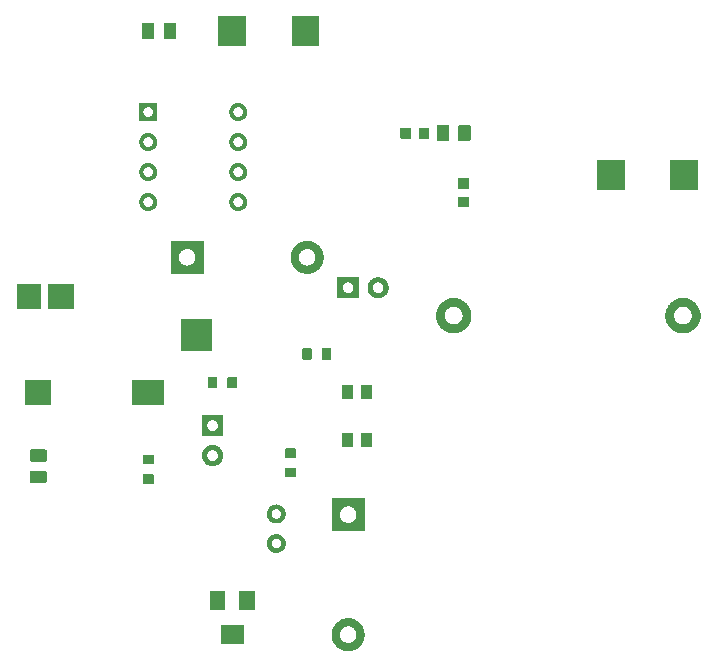
<source format=gbr>
%TF.GenerationSoftware,Flux,Pcbnew,7.0.11-7.0.11~ubuntu20.04.1*%
%TF.CreationDate,2024-06-09T09:19:31+00:00*%
%TF.ProjectId,input,696e7075-742e-46b6-9963-61645f706362,rev?*%
%TF.SameCoordinates,Original*%
%TF.FileFunction,Soldermask,Top*%
%TF.FilePolarity,Negative*%
%FSLAX46Y46*%
G04 Gerber Fmt 4.6, Leading zero omitted, Abs format (unit mm)*
G04 Filename: high-quality-audio-amplifier*
G04 Build it with Flux! Visit our site at: https://www.flux.ai (PCBNEW 7.0.11-7.0.11~ubuntu20.04.1) date 2024-06-09 09:19:31*
%MOMM*%
%LPD*%
G01*
G04 APERTURE LIST*
G04 APERTURE END LIST*
%TO.C,*%
G36*
X-6787548Y-18598468D02*
G01*
X-6748471Y-18602316D01*
X-6709630Y-18608078D01*
X-6671119Y-18615738D01*
X-6633030Y-18625279D01*
X-6595455Y-18636677D01*
X-6558484Y-18649906D01*
X-6522207Y-18664932D01*
X-6486711Y-18681721D01*
X-6452081Y-18700230D01*
X-6418402Y-18720417D01*
X-6385753Y-18742232D01*
X-6354215Y-18765623D01*
X-6323862Y-18790533D01*
X-6294768Y-18816902D01*
X-6267002Y-18844668D01*
X-6240633Y-18873762D01*
X-6215723Y-18904115D01*
X-6192332Y-18935653D01*
X-6170517Y-18968302D01*
X-6150330Y-19001981D01*
X-6131821Y-19036611D01*
X-6115032Y-19072107D01*
X-6100006Y-19108384D01*
X-6086777Y-19145355D01*
X-6075379Y-19182930D01*
X-6065838Y-19221019D01*
X-6058178Y-19259530D01*
X-6052416Y-19298371D01*
X-6048568Y-19337448D01*
X-6046641Y-19376667D01*
X-6046641Y-19415933D01*
X-6048568Y-19455152D01*
X-6052416Y-19494229D01*
X-6058178Y-19533070D01*
X-6065838Y-19571581D01*
X-6075379Y-19609670D01*
X-6086777Y-19647245D01*
X-6100006Y-19684216D01*
X-6115032Y-19720493D01*
X-6131821Y-19755989D01*
X-6150330Y-19790619D01*
X-6170517Y-19824298D01*
X-6192332Y-19856947D01*
X-6215723Y-19888485D01*
X-6240633Y-19918838D01*
X-6267002Y-19947932D01*
X-6294768Y-19975698D01*
X-6323862Y-20002067D01*
X-6354215Y-20026977D01*
X-6385753Y-20050368D01*
X-6418402Y-20072183D01*
X-6452081Y-20092370D01*
X-6486711Y-20110879D01*
X-6522207Y-20127668D01*
X-6558484Y-20142694D01*
X-6595455Y-20155923D01*
X-6633030Y-20167321D01*
X-6671119Y-20176862D01*
X-6709630Y-20184522D01*
X-6748471Y-20190284D01*
X-6787548Y-20194132D01*
X-6826767Y-20196059D01*
X-6866033Y-20196059D01*
X-6905252Y-20194132D01*
X-6944329Y-20190284D01*
X-6983170Y-20184522D01*
X-7021681Y-20176862D01*
X-7059770Y-20167321D01*
X-7097345Y-20155923D01*
X-7134316Y-20142694D01*
X-7170593Y-20127668D01*
X-7206089Y-20110879D01*
X-7240719Y-20092370D01*
X-7274398Y-20072183D01*
X-7307047Y-20050368D01*
X-7338585Y-20026977D01*
X-7368938Y-20002067D01*
X-7398032Y-19975698D01*
X-7425798Y-19947932D01*
X-7452167Y-19918838D01*
X-7477077Y-19888485D01*
X-7500468Y-19856947D01*
X-7522283Y-19824298D01*
X-7542470Y-19790619D01*
X-7560979Y-19755989D01*
X-7577768Y-19720493D01*
X-7592794Y-19684216D01*
X-7606023Y-19647245D01*
X-7617421Y-19609670D01*
X-7626962Y-19571581D01*
X-7634622Y-19533070D01*
X-7640384Y-19494229D01*
X-7644232Y-19455152D01*
X-7646159Y-19415933D01*
X-7646159Y-19406116D01*
X-7246280Y-19406116D01*
X-7245316Y-19425726D01*
X-7243392Y-19445264D01*
X-7240511Y-19464685D01*
X-7236681Y-19483940D01*
X-7231910Y-19502985D01*
X-7226211Y-19521773D01*
X-7219597Y-19540258D01*
X-7212084Y-19558397D01*
X-7203690Y-19576145D01*
X-7194435Y-19593459D01*
X-7184341Y-19610299D01*
X-7173434Y-19626623D01*
X-7161739Y-19642393D01*
X-7149284Y-19657569D01*
X-7136099Y-19672116D01*
X-7122216Y-19685999D01*
X-7107669Y-19699184D01*
X-7092493Y-19711639D01*
X-7076723Y-19723334D01*
X-7060399Y-19734241D01*
X-7043559Y-19744335D01*
X-7026245Y-19753590D01*
X-7008497Y-19761984D01*
X-6990358Y-19769497D01*
X-6971873Y-19776111D01*
X-6953085Y-19781810D01*
X-6934040Y-19786581D01*
X-6914785Y-19790411D01*
X-6895364Y-19793292D01*
X-6875826Y-19795216D01*
X-6856216Y-19796180D01*
X-6836584Y-19796180D01*
X-6816974Y-19795216D01*
X-6797436Y-19793292D01*
X-6778015Y-19790411D01*
X-6758760Y-19786581D01*
X-6739715Y-19781810D01*
X-6720927Y-19776111D01*
X-6702442Y-19769497D01*
X-6684303Y-19761984D01*
X-6666555Y-19753590D01*
X-6649241Y-19744335D01*
X-6632401Y-19734241D01*
X-6616077Y-19723334D01*
X-6600307Y-19711639D01*
X-6585131Y-19699184D01*
X-6570584Y-19685999D01*
X-6556701Y-19672116D01*
X-6543516Y-19657569D01*
X-6531061Y-19642393D01*
X-6519366Y-19626623D01*
X-6508459Y-19610299D01*
X-6498365Y-19593459D01*
X-6489110Y-19576145D01*
X-6480716Y-19558397D01*
X-6473203Y-19540258D01*
X-6466589Y-19521773D01*
X-6460890Y-19502985D01*
X-6456119Y-19483940D01*
X-6452289Y-19464685D01*
X-6449408Y-19445264D01*
X-6447484Y-19425726D01*
X-6446520Y-19406116D01*
X-6446520Y-19386484D01*
X-6447484Y-19366874D01*
X-6449408Y-19347336D01*
X-6452289Y-19327915D01*
X-6456119Y-19308660D01*
X-6460890Y-19289615D01*
X-6466589Y-19270827D01*
X-6473203Y-19252342D01*
X-6480716Y-19234203D01*
X-6489110Y-19216455D01*
X-6498365Y-19199141D01*
X-6508459Y-19182301D01*
X-6519366Y-19165977D01*
X-6531061Y-19150207D01*
X-6543516Y-19135031D01*
X-6556701Y-19120484D01*
X-6570584Y-19106601D01*
X-6585131Y-19093416D01*
X-6600307Y-19080961D01*
X-6616077Y-19069266D01*
X-6632401Y-19058359D01*
X-6649241Y-19048265D01*
X-6666555Y-19039010D01*
X-6684303Y-19030616D01*
X-6702442Y-19023103D01*
X-6720927Y-19016489D01*
X-6739715Y-19010790D01*
X-6758760Y-19006019D01*
X-6778015Y-19002189D01*
X-6797436Y-18999308D01*
X-6816974Y-18997384D01*
X-6836584Y-18996420D01*
X-6856216Y-18996420D01*
X-6875826Y-18997384D01*
X-6895364Y-18999308D01*
X-6914785Y-19002189D01*
X-6934040Y-19006019D01*
X-6953085Y-19010790D01*
X-6971873Y-19016489D01*
X-6990358Y-19023103D01*
X-7008497Y-19030616D01*
X-7026245Y-19039010D01*
X-7043559Y-19048265D01*
X-7060399Y-19058359D01*
X-7076723Y-19069266D01*
X-7092493Y-19080961D01*
X-7107669Y-19093416D01*
X-7122216Y-19106601D01*
X-7136099Y-19120484D01*
X-7149284Y-19135031D01*
X-7161739Y-19150207D01*
X-7173434Y-19165977D01*
X-7184341Y-19182301D01*
X-7194435Y-19199141D01*
X-7203690Y-19216455D01*
X-7212084Y-19234203D01*
X-7219597Y-19252342D01*
X-7226211Y-19270827D01*
X-7231910Y-19289615D01*
X-7236681Y-19308660D01*
X-7240511Y-19327915D01*
X-7243392Y-19347336D01*
X-7245316Y-19366874D01*
X-7246280Y-19386484D01*
X-7246280Y-19406116D01*
X-7646159Y-19406116D01*
X-7646159Y-19376667D01*
X-7644232Y-19337448D01*
X-7640384Y-19298371D01*
X-7634622Y-19259530D01*
X-7626962Y-19221019D01*
X-7617421Y-19182930D01*
X-7606023Y-19145355D01*
X-7592794Y-19108384D01*
X-7577768Y-19072107D01*
X-7560979Y-19036611D01*
X-7542470Y-19001981D01*
X-7522283Y-18968302D01*
X-7500468Y-18935653D01*
X-7477077Y-18904115D01*
X-7452167Y-18873762D01*
X-7425798Y-18844668D01*
X-7398032Y-18816902D01*
X-7368938Y-18790533D01*
X-7338585Y-18765623D01*
X-7307047Y-18742232D01*
X-7274398Y-18720417D01*
X-7240719Y-18700230D01*
X-7206089Y-18681721D01*
X-7170593Y-18664932D01*
X-7134316Y-18649906D01*
X-7097345Y-18636677D01*
X-7059770Y-18625279D01*
X-7021681Y-18615738D01*
X-6983170Y-18608078D01*
X-6944329Y-18602316D01*
X-6905252Y-18598468D01*
X-6866033Y-18596541D01*
X-6826767Y-18596541D01*
X-6787548Y-18598468D01*
G37*
G36*
X-6787558Y-16098468D02*
G01*
X-6748481Y-16102316D01*
X-6709640Y-16108078D01*
X-6671128Y-16115738D01*
X-6633039Y-16125279D01*
X-6595464Y-16136677D01*
X-6558493Y-16149906D01*
X-6522216Y-16164932D01*
X-6486720Y-16181721D01*
X-6452091Y-16200230D01*
X-6418411Y-16220417D01*
X-6385763Y-16242232D01*
X-6354224Y-16265623D01*
X-6323871Y-16290533D01*
X-6294777Y-16316902D01*
X-6267012Y-16344668D01*
X-6240642Y-16373762D01*
X-6215732Y-16404115D01*
X-6192341Y-16435653D01*
X-6170526Y-16468302D01*
X-6150340Y-16501981D01*
X-6131830Y-16536611D01*
X-6115041Y-16572107D01*
X-6100015Y-16608384D01*
X-6086787Y-16645355D01*
X-6075388Y-16682930D01*
X-6065847Y-16721019D01*
X-6058187Y-16759530D01*
X-6052426Y-16798371D01*
X-6048577Y-16837448D01*
X-6046650Y-16876667D01*
X-6046650Y-16915933D01*
X-6048577Y-16955152D01*
X-6052426Y-16994229D01*
X-6058187Y-17033070D01*
X-6065847Y-17071581D01*
X-6075388Y-17109670D01*
X-6086787Y-17147245D01*
X-6100015Y-17184216D01*
X-6115041Y-17220493D01*
X-6131830Y-17255989D01*
X-6150340Y-17290619D01*
X-6170526Y-17324298D01*
X-6192341Y-17356947D01*
X-6215732Y-17388485D01*
X-6240642Y-17418838D01*
X-6267012Y-17447932D01*
X-6294777Y-17475698D01*
X-6323871Y-17502067D01*
X-6354224Y-17526977D01*
X-6385763Y-17550368D01*
X-6418411Y-17572183D01*
X-6452091Y-17592370D01*
X-6486720Y-17610879D01*
X-6522216Y-17627668D01*
X-6558493Y-17642694D01*
X-6595464Y-17655923D01*
X-6633039Y-17667321D01*
X-6671128Y-17676862D01*
X-6709640Y-17684522D01*
X-6748481Y-17690284D01*
X-6787558Y-17694132D01*
X-6826776Y-17696059D01*
X-6866042Y-17696059D01*
X-6905261Y-17694132D01*
X-6944338Y-17690284D01*
X-6983179Y-17684522D01*
X-7021690Y-17676862D01*
X-7059779Y-17667321D01*
X-7097355Y-17655923D01*
X-7134325Y-17642694D01*
X-7170602Y-17627668D01*
X-7206098Y-17610879D01*
X-7240728Y-17592370D01*
X-7274407Y-17572183D01*
X-7307056Y-17550368D01*
X-7338594Y-17526977D01*
X-7368947Y-17502067D01*
X-7398042Y-17475698D01*
X-7425807Y-17447932D01*
X-7452176Y-17418838D01*
X-7477086Y-17388485D01*
X-7500477Y-17356947D01*
X-7522292Y-17324298D01*
X-7542479Y-17290619D01*
X-7560989Y-17255989D01*
X-7577777Y-17220493D01*
X-7592803Y-17184216D01*
X-7606032Y-17147245D01*
X-7617430Y-17109670D01*
X-7626971Y-17071581D01*
X-7634631Y-17033070D01*
X-7640393Y-16994229D01*
X-7644242Y-16955152D01*
X-7646168Y-16915933D01*
X-7646168Y-16906116D01*
X-7246289Y-16906116D01*
X-7245325Y-16925726D01*
X-7243401Y-16945264D01*
X-7240520Y-16964685D01*
X-7236690Y-16983940D01*
X-7231920Y-17002985D01*
X-7226220Y-17021773D01*
X-7219606Y-17040258D01*
X-7212093Y-17058397D01*
X-7203699Y-17076145D01*
X-7194444Y-17093459D01*
X-7184351Y-17110299D01*
X-7173443Y-17126623D01*
X-7161748Y-17142393D01*
X-7149293Y-17157569D01*
X-7136108Y-17172116D01*
X-7122225Y-17185999D01*
X-7107678Y-17199184D01*
X-7092502Y-17211639D01*
X-7076732Y-17223334D01*
X-7060408Y-17234241D01*
X-7043568Y-17244335D01*
X-7026254Y-17253590D01*
X-7008506Y-17261984D01*
X-6990367Y-17269497D01*
X-6971882Y-17276111D01*
X-6953094Y-17281810D01*
X-6934050Y-17286581D01*
X-6914794Y-17290411D01*
X-6895373Y-17293292D01*
X-6875835Y-17295216D01*
X-6856226Y-17296180D01*
X-6836593Y-17296180D01*
X-6816983Y-17295216D01*
X-6797445Y-17293292D01*
X-6778024Y-17290411D01*
X-6758769Y-17286581D01*
X-6739724Y-17281810D01*
X-6720936Y-17276111D01*
X-6702451Y-17269497D01*
X-6684313Y-17261984D01*
X-6666565Y-17253590D01*
X-6649250Y-17244335D01*
X-6632410Y-17234241D01*
X-6616086Y-17223334D01*
X-6600317Y-17211639D01*
X-6585140Y-17199184D01*
X-6570593Y-17185999D01*
X-6556710Y-17172116D01*
X-6543526Y-17157569D01*
X-6531071Y-17142393D01*
X-6519375Y-17126623D01*
X-6508468Y-17110299D01*
X-6498374Y-17093459D01*
X-6489119Y-17076145D01*
X-6480725Y-17058397D01*
X-6473212Y-17040258D01*
X-6466598Y-17021773D01*
X-6460899Y-17002985D01*
X-6456128Y-16983940D01*
X-6452298Y-16964685D01*
X-6449417Y-16945264D01*
X-6447493Y-16925726D01*
X-6446530Y-16906116D01*
X-6446530Y-16886484D01*
X-6447493Y-16866874D01*
X-6449417Y-16847336D01*
X-6452298Y-16827915D01*
X-6456128Y-16808660D01*
X-6460899Y-16789615D01*
X-6466598Y-16770827D01*
X-6473212Y-16752342D01*
X-6480725Y-16734203D01*
X-6489119Y-16716455D01*
X-6498374Y-16699141D01*
X-6508468Y-16682301D01*
X-6519375Y-16665977D01*
X-6531071Y-16650207D01*
X-6543526Y-16635031D01*
X-6556710Y-16620484D01*
X-6570593Y-16606601D01*
X-6585140Y-16593416D01*
X-6600317Y-16580961D01*
X-6616086Y-16569266D01*
X-6632410Y-16558359D01*
X-6649250Y-16548265D01*
X-6666565Y-16539010D01*
X-6684313Y-16530616D01*
X-6702451Y-16523103D01*
X-6720936Y-16516489D01*
X-6739724Y-16510790D01*
X-6758769Y-16506019D01*
X-6778024Y-16502189D01*
X-6797445Y-16499308D01*
X-6816983Y-16497384D01*
X-6836593Y-16496420D01*
X-6856226Y-16496420D01*
X-6875835Y-16497384D01*
X-6895373Y-16499308D01*
X-6914794Y-16502189D01*
X-6934050Y-16506019D01*
X-6953094Y-16510790D01*
X-6971882Y-16516489D01*
X-6990367Y-16523103D01*
X-7008506Y-16530616D01*
X-7026254Y-16539010D01*
X-7043568Y-16548265D01*
X-7060408Y-16558359D01*
X-7076732Y-16569266D01*
X-7092502Y-16580961D01*
X-7107678Y-16593416D01*
X-7122225Y-16606601D01*
X-7136108Y-16620484D01*
X-7149293Y-16635031D01*
X-7161748Y-16650207D01*
X-7173443Y-16665977D01*
X-7184351Y-16682301D01*
X-7194444Y-16699141D01*
X-7203699Y-16716455D01*
X-7212093Y-16734203D01*
X-7219606Y-16752342D01*
X-7226220Y-16770827D01*
X-7231920Y-16789615D01*
X-7236690Y-16808660D01*
X-7240520Y-16827915D01*
X-7243401Y-16847336D01*
X-7245325Y-16866874D01*
X-7246289Y-16886484D01*
X-7246289Y-16906116D01*
X-7646168Y-16906116D01*
X-7646168Y-16876667D01*
X-7644242Y-16837448D01*
X-7640393Y-16798371D01*
X-7634631Y-16759530D01*
X-7626971Y-16721019D01*
X-7617430Y-16682930D01*
X-7606032Y-16645355D01*
X-7592803Y-16608384D01*
X-7577777Y-16572107D01*
X-7560989Y-16536611D01*
X-7542479Y-16501981D01*
X-7522292Y-16468302D01*
X-7500477Y-16435653D01*
X-7477086Y-16404115D01*
X-7452176Y-16373762D01*
X-7425807Y-16344668D01*
X-7398042Y-16316902D01*
X-7368947Y-16290533D01*
X-7338594Y-16265623D01*
X-7307056Y-16242232D01*
X-7274407Y-16220417D01*
X-7240728Y-16200230D01*
X-7206098Y-16181721D01*
X-7170602Y-16164932D01*
X-7134325Y-16149906D01*
X-7097355Y-16136677D01*
X-7059779Y-16125279D01*
X-7021690Y-16115738D01*
X-6983179Y-16108078D01*
X-6944338Y-16102316D01*
X-6905261Y-16098468D01*
X-6866042Y-16096541D01*
X-6826776Y-16096541D01*
X-6787558Y-16098468D01*
G37*
G36*
X9500267Y16045375D02*
G01*
X9507105Y16044702D01*
X9513884Y16043582D01*
X9520576Y16042022D01*
X9527151Y16040028D01*
X9533582Y16037607D01*
X9539840Y16034772D01*
X9545900Y16031533D01*
X9551735Y16027904D01*
X9557320Y16023902D01*
X9562631Y16019543D01*
X9567646Y16014846D01*
X9572343Y16009831D01*
X9576702Y16004520D01*
X9580704Y15998935D01*
X9584333Y15993100D01*
X9587572Y15987040D01*
X9590407Y15980782D01*
X9592828Y15974351D01*
X9594822Y15967776D01*
X9596382Y15961084D01*
X9597502Y15954305D01*
X9598175Y15947467D01*
X9598400Y15940600D01*
X9598400Y14750600D01*
X9598175Y14743733D01*
X9597502Y14736895D01*
X9596382Y14730116D01*
X9594822Y14723424D01*
X9592828Y14716849D01*
X9590407Y14710418D01*
X9587572Y14704160D01*
X9584333Y14698100D01*
X9580704Y14692265D01*
X9576702Y14686680D01*
X9572343Y14681369D01*
X9567646Y14676354D01*
X9562631Y14671657D01*
X9557320Y14667298D01*
X9551735Y14663296D01*
X9545900Y14659667D01*
X9539840Y14656428D01*
X9533582Y14653593D01*
X9527151Y14651172D01*
X9520576Y14649178D01*
X9513884Y14647618D01*
X9507105Y14646498D01*
X9500267Y14645825D01*
X9493400Y14645600D01*
X8678400Y14645600D01*
X8671533Y14645825D01*
X8664695Y14646498D01*
X8657916Y14647618D01*
X8651224Y14649178D01*
X8644649Y14651172D01*
X8638218Y14653593D01*
X8631960Y14656428D01*
X8625900Y14659667D01*
X8620065Y14663296D01*
X8614480Y14667298D01*
X8609169Y14671657D01*
X8604154Y14676354D01*
X8599457Y14681369D01*
X8595098Y14686680D01*
X8591096Y14692265D01*
X8587467Y14698100D01*
X8584228Y14704160D01*
X8581393Y14710418D01*
X8578972Y14716849D01*
X8576978Y14723424D01*
X8575418Y14730116D01*
X8574298Y14736895D01*
X8573625Y14743733D01*
X8573400Y14750600D01*
X8573400Y15940600D01*
X8573625Y15947467D01*
X8574298Y15954305D01*
X8575418Y15961084D01*
X8576978Y15967776D01*
X8578972Y15974351D01*
X8581393Y15980782D01*
X8584228Y15987040D01*
X8587467Y15993100D01*
X8591096Y15998935D01*
X8595098Y16004520D01*
X8599457Y16009831D01*
X8604154Y16014846D01*
X8609169Y16019543D01*
X8614480Y16023902D01*
X8620065Y16027904D01*
X8625900Y16031533D01*
X8631960Y16034772D01*
X8638218Y16037607D01*
X8644649Y16040028D01*
X8651224Y16042022D01*
X8657916Y16043582D01*
X8664695Y16044702D01*
X8671533Y16045375D01*
X8678400Y16045600D01*
X9493400Y16045600D01*
X9500267Y16045375D01*
G37*
G36*
X7675267Y16045375D02*
G01*
X7682105Y16044702D01*
X7688884Y16043582D01*
X7695576Y16042022D01*
X7702151Y16040028D01*
X7708582Y16037607D01*
X7714840Y16034772D01*
X7720900Y16031533D01*
X7726735Y16027904D01*
X7732320Y16023902D01*
X7737631Y16019543D01*
X7742646Y16014846D01*
X7747343Y16009831D01*
X7751702Y16004520D01*
X7755704Y15998935D01*
X7759333Y15993100D01*
X7762572Y15987040D01*
X7765407Y15980782D01*
X7767828Y15974351D01*
X7769822Y15967776D01*
X7771382Y15961084D01*
X7772502Y15954305D01*
X7773175Y15947467D01*
X7773400Y15940600D01*
X7773400Y14750600D01*
X7773175Y14743733D01*
X7772502Y14736895D01*
X7771382Y14730116D01*
X7769822Y14723424D01*
X7767828Y14716849D01*
X7765407Y14710418D01*
X7762572Y14704160D01*
X7759333Y14698100D01*
X7755704Y14692265D01*
X7751702Y14686680D01*
X7747343Y14681369D01*
X7742646Y14676354D01*
X7737631Y14671657D01*
X7732320Y14667298D01*
X7726735Y14663296D01*
X7720900Y14659667D01*
X7714840Y14656428D01*
X7708582Y14653593D01*
X7702151Y14651172D01*
X7695576Y14649178D01*
X7688884Y14647618D01*
X7682105Y14646498D01*
X7675267Y14645825D01*
X7668400Y14645600D01*
X6853400Y14645600D01*
X6846533Y14645825D01*
X6839695Y14646498D01*
X6832916Y14647618D01*
X6826224Y14649178D01*
X6819649Y14651172D01*
X6813218Y14653593D01*
X6806960Y14656428D01*
X6800900Y14659667D01*
X6795065Y14663296D01*
X6789480Y14667298D01*
X6784169Y14671657D01*
X6779154Y14676354D01*
X6774457Y14681369D01*
X6770098Y14686680D01*
X6766096Y14692265D01*
X6762467Y14698100D01*
X6759228Y14704160D01*
X6756393Y14710418D01*
X6753972Y14716849D01*
X6751978Y14723424D01*
X6750418Y14730116D01*
X6749298Y14736895D01*
X6748625Y14743733D01*
X6748400Y14750600D01*
X6748400Y15940600D01*
X6748625Y15947467D01*
X6749298Y15954305D01*
X6750418Y15961084D01*
X6751978Y15967776D01*
X6753972Y15974351D01*
X6756393Y15980782D01*
X6759228Y15987040D01*
X6762467Y15993100D01*
X6766096Y15998935D01*
X6770098Y16004520D01*
X6774457Y16009831D01*
X6779154Y16014846D01*
X6784169Y16019543D01*
X6789480Y16023902D01*
X6795065Y16027904D01*
X6800900Y16031533D01*
X6806960Y16034772D01*
X6813218Y16037607D01*
X6819649Y16040028D01*
X6826224Y16042022D01*
X6832916Y16043582D01*
X6839695Y16044702D01*
X6846533Y16045375D01*
X6853400Y16045600D01*
X7668400Y16045600D01*
X7675267Y16045375D01*
G37*
G36*
X-16930800Y17898300D02*
G01*
X-16930800Y16374300D01*
X-18454800Y16374300D01*
X-18454800Y17126326D01*
X-18099078Y17126326D01*
X-18098099Y17106403D01*
X-18096144Y17086552D01*
X-18093217Y17066821D01*
X-18089325Y17047257D01*
X-18084479Y17027908D01*
X-18078688Y17008820D01*
X-18071968Y16990039D01*
X-18064335Y16971610D01*
X-18055806Y16953578D01*
X-18046403Y16935986D01*
X-18036148Y16918877D01*
X-18025066Y16902292D01*
X-18013184Y16886270D01*
X-18000530Y16870851D01*
X-17987134Y16856071D01*
X-17973029Y16841966D01*
X-17958249Y16828570D01*
X-17942830Y16815916D01*
X-17926808Y16804034D01*
X-17910223Y16792952D01*
X-17893114Y16782697D01*
X-17875522Y16773294D01*
X-17857490Y16764765D01*
X-17839061Y16757132D01*
X-17820280Y16750412D01*
X-17801192Y16744621D01*
X-17781843Y16739775D01*
X-17762279Y16735883D01*
X-17742548Y16732956D01*
X-17722697Y16731001D01*
X-17702774Y16730022D01*
X-17682826Y16730022D01*
X-17662903Y16731001D01*
X-17643052Y16732956D01*
X-17623321Y16735883D01*
X-17603757Y16739775D01*
X-17584408Y16744621D01*
X-17565320Y16750412D01*
X-17546539Y16757132D01*
X-17528110Y16764765D01*
X-17510078Y16773294D01*
X-17492486Y16782697D01*
X-17475377Y16792952D01*
X-17458792Y16804034D01*
X-17442770Y16815916D01*
X-17427351Y16828570D01*
X-17412571Y16841966D01*
X-17398466Y16856071D01*
X-17385070Y16870851D01*
X-17372416Y16886270D01*
X-17360534Y16902292D01*
X-17349452Y16918877D01*
X-17339197Y16935986D01*
X-17329794Y16953578D01*
X-17321265Y16971610D01*
X-17313632Y16990039D01*
X-17306912Y17008820D01*
X-17301121Y17027908D01*
X-17296275Y17047257D01*
X-17292383Y17066821D01*
X-17289456Y17086552D01*
X-17287501Y17106403D01*
X-17286522Y17126326D01*
X-17286522Y17146274D01*
X-17287501Y17166197D01*
X-17289456Y17186048D01*
X-17292383Y17205779D01*
X-17296275Y17225343D01*
X-17301121Y17244692D01*
X-17306912Y17263780D01*
X-17313632Y17282561D01*
X-17321265Y17300990D01*
X-17329794Y17319022D01*
X-17339197Y17336614D01*
X-17349452Y17353723D01*
X-17360534Y17370308D01*
X-17372416Y17386330D01*
X-17385070Y17401749D01*
X-17398466Y17416529D01*
X-17412571Y17430634D01*
X-17427351Y17444030D01*
X-17442770Y17456684D01*
X-17458792Y17468566D01*
X-17475377Y17479648D01*
X-17492486Y17489903D01*
X-17510078Y17499306D01*
X-17528110Y17507835D01*
X-17546539Y17515468D01*
X-17565320Y17522188D01*
X-17584408Y17527979D01*
X-17603757Y17532825D01*
X-17623321Y17536717D01*
X-17643052Y17539644D01*
X-17662903Y17541599D01*
X-17682826Y17542578D01*
X-17702774Y17542578D01*
X-17722697Y17541599D01*
X-17742548Y17539644D01*
X-17762279Y17536717D01*
X-17781843Y17532825D01*
X-17801192Y17527979D01*
X-17820280Y17522188D01*
X-17839061Y17515468D01*
X-17857490Y17507835D01*
X-17875522Y17499306D01*
X-17893114Y17489903D01*
X-17910223Y17479648D01*
X-17926808Y17468566D01*
X-17942830Y17456684D01*
X-17958249Y17444030D01*
X-17973029Y17430634D01*
X-17987134Y17416529D01*
X-18000530Y17401749D01*
X-18013184Y17386330D01*
X-18025066Y17370308D01*
X-18036148Y17353723D01*
X-18046403Y17336614D01*
X-18055806Y17319022D01*
X-18064335Y17300990D01*
X-18071968Y17282561D01*
X-18078688Y17263780D01*
X-18084479Y17244692D01*
X-18089325Y17225343D01*
X-18093217Y17205779D01*
X-18096144Y17186048D01*
X-18098099Y17166197D01*
X-18099078Y17146274D01*
X-18099078Y17126326D01*
X-18454800Y17126326D01*
X-18454800Y17898300D01*
X-16930800Y17898300D01*
G37*
G36*
X-17636744Y10276235D02*
G01*
X-17599523Y10272569D01*
X-17562527Y10267082D01*
X-17525845Y10259785D01*
X-17489565Y10250697D01*
X-17453775Y10239840D01*
X-17418560Y10227241D01*
X-17384006Y10212928D01*
X-17350196Y10196937D01*
X-17317212Y10179306D01*
X-17285132Y10160078D01*
X-17254034Y10139300D01*
X-17223994Y10117020D01*
X-17195082Y10093293D01*
X-17167370Y10068176D01*
X-17140924Y10041730D01*
X-17115807Y10014018D01*
X-17092080Y9985106D01*
X-17069800Y9955066D01*
X-17049022Y9923968D01*
X-17029794Y9891888D01*
X-17012163Y9858904D01*
X-16996172Y9825094D01*
X-16981859Y9790540D01*
X-16969260Y9755325D01*
X-16958403Y9719535D01*
X-16949315Y9683255D01*
X-16942018Y9646573D01*
X-16936531Y9609577D01*
X-16932865Y9572356D01*
X-16931030Y9535000D01*
X-16931030Y9497600D01*
X-16932865Y9460244D01*
X-16936531Y9423023D01*
X-16942018Y9386027D01*
X-16949315Y9349345D01*
X-16958403Y9313065D01*
X-16969260Y9277275D01*
X-16981859Y9242060D01*
X-16996172Y9207506D01*
X-17012163Y9173696D01*
X-17029794Y9140712D01*
X-17049022Y9108632D01*
X-17069800Y9077534D01*
X-17092080Y9047494D01*
X-17115807Y9018582D01*
X-17140924Y8990870D01*
X-17167370Y8964424D01*
X-17195082Y8939307D01*
X-17223994Y8915580D01*
X-17254034Y8893300D01*
X-17285132Y8872522D01*
X-17317212Y8853294D01*
X-17350196Y8835663D01*
X-17384006Y8819672D01*
X-17418560Y8805359D01*
X-17453775Y8792760D01*
X-17489565Y8781903D01*
X-17525845Y8772815D01*
X-17562527Y8765518D01*
X-17599523Y8760031D01*
X-17636744Y8756365D01*
X-17674100Y8754530D01*
X-17711500Y8754530D01*
X-17748856Y8756365D01*
X-17786077Y8760031D01*
X-17823073Y8765518D01*
X-17859755Y8772815D01*
X-17896035Y8781903D01*
X-17931825Y8792760D01*
X-17967040Y8805359D01*
X-18001594Y8819672D01*
X-18035404Y8835663D01*
X-18068388Y8853294D01*
X-18100468Y8872522D01*
X-18131566Y8893300D01*
X-18161606Y8915580D01*
X-18190518Y8939307D01*
X-18218230Y8964424D01*
X-18244676Y8990870D01*
X-18269793Y9018582D01*
X-18293520Y9047494D01*
X-18315800Y9077534D01*
X-18336578Y9108632D01*
X-18355806Y9140712D01*
X-18373437Y9173696D01*
X-18389428Y9207506D01*
X-18403741Y9242060D01*
X-18416340Y9277275D01*
X-18427197Y9313065D01*
X-18436285Y9349345D01*
X-18443582Y9386027D01*
X-18449069Y9423023D01*
X-18452735Y9460244D01*
X-18454570Y9497600D01*
X-18454570Y9506326D01*
X-18099078Y9506326D01*
X-18098099Y9486403D01*
X-18096144Y9466552D01*
X-18093217Y9446821D01*
X-18089325Y9427257D01*
X-18084479Y9407908D01*
X-18078688Y9388820D01*
X-18071968Y9370039D01*
X-18064335Y9351610D01*
X-18055806Y9333578D01*
X-18046403Y9315986D01*
X-18036148Y9298877D01*
X-18025066Y9282292D01*
X-18013184Y9266270D01*
X-18000530Y9250851D01*
X-17987134Y9236071D01*
X-17973029Y9221966D01*
X-17958249Y9208570D01*
X-17942830Y9195916D01*
X-17926808Y9184034D01*
X-17910223Y9172952D01*
X-17893114Y9162697D01*
X-17875522Y9153294D01*
X-17857490Y9144765D01*
X-17839061Y9137132D01*
X-17820280Y9130412D01*
X-17801192Y9124621D01*
X-17781843Y9119775D01*
X-17762279Y9115883D01*
X-17742548Y9112956D01*
X-17722697Y9111001D01*
X-17702774Y9110022D01*
X-17682826Y9110022D01*
X-17662903Y9111001D01*
X-17643052Y9112956D01*
X-17623321Y9115883D01*
X-17603757Y9119775D01*
X-17584408Y9124621D01*
X-17565320Y9130412D01*
X-17546539Y9137132D01*
X-17528110Y9144765D01*
X-17510078Y9153294D01*
X-17492486Y9162697D01*
X-17475377Y9172952D01*
X-17458792Y9184034D01*
X-17442770Y9195916D01*
X-17427351Y9208570D01*
X-17412571Y9221966D01*
X-17398466Y9236071D01*
X-17385070Y9250851D01*
X-17372416Y9266270D01*
X-17360534Y9282292D01*
X-17349452Y9298877D01*
X-17339197Y9315986D01*
X-17329794Y9333578D01*
X-17321265Y9351610D01*
X-17313632Y9370039D01*
X-17306912Y9388820D01*
X-17301121Y9407908D01*
X-17296275Y9427257D01*
X-17292383Y9446821D01*
X-17289456Y9466552D01*
X-17287501Y9486403D01*
X-17286522Y9506326D01*
X-17286522Y9526274D01*
X-17287501Y9546197D01*
X-17289456Y9566048D01*
X-17292383Y9585779D01*
X-17296275Y9605343D01*
X-17301121Y9624692D01*
X-17306912Y9643780D01*
X-17313632Y9662561D01*
X-17321265Y9680990D01*
X-17329794Y9699022D01*
X-17339197Y9716614D01*
X-17349452Y9733723D01*
X-17360534Y9750308D01*
X-17372416Y9766330D01*
X-17385070Y9781749D01*
X-17398466Y9796529D01*
X-17412571Y9810634D01*
X-17427351Y9824030D01*
X-17442770Y9836684D01*
X-17458792Y9848566D01*
X-17475377Y9859648D01*
X-17492486Y9869903D01*
X-17510078Y9879306D01*
X-17528110Y9887835D01*
X-17546539Y9895468D01*
X-17565320Y9902188D01*
X-17584408Y9907979D01*
X-17603757Y9912825D01*
X-17623321Y9916717D01*
X-17643052Y9919644D01*
X-17662903Y9921599D01*
X-17682826Y9922578D01*
X-17702774Y9922578D01*
X-17722697Y9921599D01*
X-17742548Y9919644D01*
X-17762279Y9916717D01*
X-17781843Y9912825D01*
X-17801192Y9907979D01*
X-17820280Y9902188D01*
X-17839061Y9895468D01*
X-17857490Y9887835D01*
X-17875522Y9879306D01*
X-17893114Y9869903D01*
X-17910223Y9859648D01*
X-17926808Y9848566D01*
X-17942830Y9836684D01*
X-17958249Y9824030D01*
X-17973029Y9810634D01*
X-17987134Y9796529D01*
X-18000530Y9781749D01*
X-18013184Y9766330D01*
X-18025066Y9750308D01*
X-18036148Y9733723D01*
X-18046403Y9716614D01*
X-18055806Y9699022D01*
X-18064335Y9680990D01*
X-18071968Y9662561D01*
X-18078688Y9643780D01*
X-18084479Y9624692D01*
X-18089325Y9605343D01*
X-18093217Y9585779D01*
X-18096144Y9566048D01*
X-18098099Y9546197D01*
X-18099078Y9526274D01*
X-18099078Y9506326D01*
X-18454570Y9506326D01*
X-18454570Y9535000D01*
X-18452735Y9572356D01*
X-18449069Y9609577D01*
X-18443582Y9646573D01*
X-18436285Y9683255D01*
X-18427197Y9719535D01*
X-18416340Y9755325D01*
X-18403741Y9790540D01*
X-18389428Y9825094D01*
X-18373437Y9858904D01*
X-18355806Y9891888D01*
X-18336578Y9923968D01*
X-18315800Y9955066D01*
X-18293520Y9985106D01*
X-18269793Y10014018D01*
X-18244676Y10041730D01*
X-18218230Y10068176D01*
X-18190518Y10093293D01*
X-18161606Y10117020D01*
X-18131566Y10139300D01*
X-18100468Y10160078D01*
X-18068388Y10179306D01*
X-18035404Y10196937D01*
X-18001594Y10212928D01*
X-17967040Y10227241D01*
X-17931825Y10239840D01*
X-17896035Y10250697D01*
X-17859755Y10259785D01*
X-17823073Y10267082D01*
X-17786077Y10272569D01*
X-17748856Y10276235D01*
X-17711500Y10278070D01*
X-17674100Y10278070D01*
X-17636744Y10276235D01*
G37*
G36*
X-10016744Y12816235D02*
G01*
X-9979523Y12812569D01*
X-9942527Y12807082D01*
X-9905845Y12799785D01*
X-9869565Y12790697D01*
X-9833775Y12779840D01*
X-9798560Y12767241D01*
X-9764006Y12752928D01*
X-9730196Y12736937D01*
X-9697212Y12719306D01*
X-9665132Y12700078D01*
X-9634034Y12679300D01*
X-9603994Y12657020D01*
X-9575082Y12633293D01*
X-9547370Y12608176D01*
X-9520924Y12581730D01*
X-9495807Y12554018D01*
X-9472080Y12525106D01*
X-9449800Y12495066D01*
X-9429022Y12463968D01*
X-9409794Y12431888D01*
X-9392163Y12398904D01*
X-9376172Y12365094D01*
X-9361859Y12330540D01*
X-9349260Y12295325D01*
X-9338403Y12259535D01*
X-9329315Y12223255D01*
X-9322018Y12186573D01*
X-9316531Y12149577D01*
X-9312865Y12112356D01*
X-9311030Y12075000D01*
X-9311030Y12037600D01*
X-9312865Y12000244D01*
X-9316531Y11963023D01*
X-9322018Y11926027D01*
X-9329315Y11889345D01*
X-9338403Y11853065D01*
X-9349260Y11817275D01*
X-9361859Y11782060D01*
X-9376172Y11747506D01*
X-9392163Y11713696D01*
X-9409794Y11680712D01*
X-9429022Y11648632D01*
X-9449800Y11617534D01*
X-9472080Y11587494D01*
X-9495807Y11558582D01*
X-9520924Y11530870D01*
X-9547370Y11504424D01*
X-9575082Y11479307D01*
X-9603994Y11455580D01*
X-9634034Y11433300D01*
X-9665132Y11412522D01*
X-9697212Y11393294D01*
X-9730196Y11375663D01*
X-9764006Y11359672D01*
X-9798560Y11345359D01*
X-9833775Y11332760D01*
X-9869565Y11321903D01*
X-9905845Y11312815D01*
X-9942527Y11305518D01*
X-9979523Y11300031D01*
X-10016744Y11296365D01*
X-10054100Y11294530D01*
X-10091500Y11294530D01*
X-10128856Y11296365D01*
X-10166077Y11300031D01*
X-10203073Y11305518D01*
X-10239755Y11312815D01*
X-10276035Y11321903D01*
X-10311825Y11332760D01*
X-10347040Y11345359D01*
X-10381594Y11359672D01*
X-10415404Y11375663D01*
X-10448388Y11393294D01*
X-10480468Y11412522D01*
X-10511566Y11433300D01*
X-10541606Y11455580D01*
X-10570518Y11479307D01*
X-10598230Y11504424D01*
X-10624676Y11530870D01*
X-10649793Y11558582D01*
X-10673520Y11587494D01*
X-10695800Y11617534D01*
X-10716578Y11648632D01*
X-10735806Y11680712D01*
X-10753437Y11713696D01*
X-10769428Y11747506D01*
X-10783741Y11782060D01*
X-10796340Y11817275D01*
X-10807197Y11853065D01*
X-10816285Y11889345D01*
X-10823582Y11926027D01*
X-10829069Y11963023D01*
X-10832735Y12000244D01*
X-10834570Y12037600D01*
X-10834570Y12046326D01*
X-10479078Y12046326D01*
X-10478099Y12026403D01*
X-10476144Y12006552D01*
X-10473217Y11986821D01*
X-10469325Y11967257D01*
X-10464479Y11947908D01*
X-10458688Y11928820D01*
X-10451968Y11910039D01*
X-10444335Y11891610D01*
X-10435806Y11873578D01*
X-10426403Y11855986D01*
X-10416148Y11838877D01*
X-10405066Y11822292D01*
X-10393184Y11806270D01*
X-10380530Y11790851D01*
X-10367134Y11776071D01*
X-10353029Y11761966D01*
X-10338249Y11748570D01*
X-10322830Y11735916D01*
X-10306808Y11724034D01*
X-10290223Y11712952D01*
X-10273114Y11702697D01*
X-10255522Y11693294D01*
X-10237490Y11684765D01*
X-10219061Y11677132D01*
X-10200280Y11670412D01*
X-10181192Y11664621D01*
X-10161843Y11659775D01*
X-10142279Y11655883D01*
X-10122548Y11652956D01*
X-10102697Y11651001D01*
X-10082774Y11650022D01*
X-10062826Y11650022D01*
X-10042903Y11651001D01*
X-10023052Y11652956D01*
X-10003321Y11655883D01*
X-9983757Y11659775D01*
X-9964408Y11664621D01*
X-9945320Y11670412D01*
X-9926539Y11677132D01*
X-9908110Y11684765D01*
X-9890078Y11693294D01*
X-9872486Y11702697D01*
X-9855377Y11712952D01*
X-9838792Y11724034D01*
X-9822770Y11735916D01*
X-9807351Y11748570D01*
X-9792571Y11761966D01*
X-9778466Y11776071D01*
X-9765070Y11790851D01*
X-9752416Y11806270D01*
X-9740534Y11822292D01*
X-9729452Y11838877D01*
X-9719197Y11855986D01*
X-9709794Y11873578D01*
X-9701265Y11891610D01*
X-9693632Y11910039D01*
X-9686912Y11928820D01*
X-9681121Y11947908D01*
X-9676275Y11967257D01*
X-9672383Y11986821D01*
X-9669456Y12006552D01*
X-9667501Y12026403D01*
X-9666522Y12046326D01*
X-9666522Y12066274D01*
X-9667501Y12086197D01*
X-9669456Y12106048D01*
X-9672383Y12125779D01*
X-9676275Y12145343D01*
X-9681121Y12164692D01*
X-9686912Y12183780D01*
X-9693632Y12202561D01*
X-9701265Y12220990D01*
X-9709794Y12239022D01*
X-9719197Y12256614D01*
X-9729452Y12273723D01*
X-9740534Y12290308D01*
X-9752416Y12306330D01*
X-9765070Y12321749D01*
X-9778466Y12336529D01*
X-9792571Y12350634D01*
X-9807351Y12364030D01*
X-9822770Y12376684D01*
X-9838792Y12388566D01*
X-9855377Y12399648D01*
X-9872486Y12409903D01*
X-9890078Y12419306D01*
X-9908110Y12427835D01*
X-9926539Y12435468D01*
X-9945320Y12442188D01*
X-9964408Y12447979D01*
X-9983757Y12452825D01*
X-10003321Y12456717D01*
X-10023052Y12459644D01*
X-10042903Y12461599D01*
X-10062826Y12462578D01*
X-10082774Y12462578D01*
X-10102697Y12461599D01*
X-10122548Y12459644D01*
X-10142279Y12456717D01*
X-10161843Y12452825D01*
X-10181192Y12447979D01*
X-10200280Y12442188D01*
X-10219061Y12435468D01*
X-10237490Y12427835D01*
X-10255522Y12419306D01*
X-10273114Y12409903D01*
X-10290223Y12399648D01*
X-10306808Y12388566D01*
X-10322830Y12376684D01*
X-10338249Y12364030D01*
X-10353029Y12350634D01*
X-10367134Y12336529D01*
X-10380530Y12321749D01*
X-10393184Y12306330D01*
X-10405066Y12290308D01*
X-10416148Y12273723D01*
X-10426403Y12256614D01*
X-10435806Y12239022D01*
X-10444335Y12220990D01*
X-10451968Y12202561D01*
X-10458688Y12183780D01*
X-10464479Y12164692D01*
X-10469325Y12145343D01*
X-10473217Y12125779D01*
X-10476144Y12106048D01*
X-10478099Y12086197D01*
X-10479078Y12066274D01*
X-10479078Y12046326D01*
X-10834570Y12046326D01*
X-10834570Y12075000D01*
X-10832735Y12112356D01*
X-10829069Y12149577D01*
X-10823582Y12186573D01*
X-10816285Y12223255D01*
X-10807197Y12259535D01*
X-10796340Y12295325D01*
X-10783741Y12330540D01*
X-10769428Y12365094D01*
X-10753437Y12398904D01*
X-10735806Y12431888D01*
X-10716578Y12463968D01*
X-10695800Y12495066D01*
X-10673520Y12525106D01*
X-10649793Y12554018D01*
X-10624676Y12581730D01*
X-10598230Y12608176D01*
X-10570518Y12633293D01*
X-10541606Y12657020D01*
X-10511566Y12679300D01*
X-10480468Y12700078D01*
X-10448388Y12719306D01*
X-10415404Y12736937D01*
X-10381594Y12752928D01*
X-10347040Y12767241D01*
X-10311825Y12779840D01*
X-10276035Y12790697D01*
X-10239755Y12799785D01*
X-10203073Y12807082D01*
X-10166077Y12812569D01*
X-10128856Y12816235D01*
X-10091500Y12818070D01*
X-10054100Y12818070D01*
X-10016744Y12816235D01*
G37*
G36*
X-17636744Y12816235D02*
G01*
X-17599523Y12812569D01*
X-17562527Y12807082D01*
X-17525845Y12799785D01*
X-17489565Y12790697D01*
X-17453775Y12779840D01*
X-17418560Y12767241D01*
X-17384006Y12752928D01*
X-17350196Y12736937D01*
X-17317212Y12719306D01*
X-17285132Y12700078D01*
X-17254034Y12679300D01*
X-17223994Y12657020D01*
X-17195082Y12633293D01*
X-17167370Y12608176D01*
X-17140924Y12581730D01*
X-17115807Y12554018D01*
X-17092080Y12525106D01*
X-17069800Y12495066D01*
X-17049022Y12463968D01*
X-17029794Y12431888D01*
X-17012163Y12398904D01*
X-16996172Y12365094D01*
X-16981859Y12330540D01*
X-16969260Y12295325D01*
X-16958403Y12259535D01*
X-16949315Y12223255D01*
X-16942018Y12186573D01*
X-16936531Y12149577D01*
X-16932865Y12112356D01*
X-16931030Y12075000D01*
X-16931030Y12037600D01*
X-16932865Y12000244D01*
X-16936531Y11963023D01*
X-16942018Y11926027D01*
X-16949315Y11889345D01*
X-16958403Y11853065D01*
X-16969260Y11817275D01*
X-16981859Y11782060D01*
X-16996172Y11747506D01*
X-17012163Y11713696D01*
X-17029794Y11680712D01*
X-17049022Y11648632D01*
X-17069800Y11617534D01*
X-17092080Y11587494D01*
X-17115807Y11558582D01*
X-17140924Y11530870D01*
X-17167370Y11504424D01*
X-17195082Y11479307D01*
X-17223994Y11455580D01*
X-17254034Y11433300D01*
X-17285132Y11412522D01*
X-17317212Y11393294D01*
X-17350196Y11375663D01*
X-17384006Y11359672D01*
X-17418560Y11345359D01*
X-17453775Y11332760D01*
X-17489565Y11321903D01*
X-17525845Y11312815D01*
X-17562527Y11305518D01*
X-17599523Y11300031D01*
X-17636744Y11296365D01*
X-17674100Y11294530D01*
X-17711500Y11294530D01*
X-17748856Y11296365D01*
X-17786077Y11300031D01*
X-17823073Y11305518D01*
X-17859755Y11312815D01*
X-17896035Y11321903D01*
X-17931825Y11332760D01*
X-17967040Y11345359D01*
X-18001594Y11359672D01*
X-18035404Y11375663D01*
X-18068388Y11393294D01*
X-18100468Y11412522D01*
X-18131566Y11433300D01*
X-18161606Y11455580D01*
X-18190518Y11479307D01*
X-18218230Y11504424D01*
X-18244676Y11530870D01*
X-18269793Y11558582D01*
X-18293520Y11587494D01*
X-18315800Y11617534D01*
X-18336578Y11648632D01*
X-18355806Y11680712D01*
X-18373437Y11713696D01*
X-18389428Y11747506D01*
X-18403741Y11782060D01*
X-18416340Y11817275D01*
X-18427197Y11853065D01*
X-18436285Y11889345D01*
X-18443582Y11926027D01*
X-18449069Y11963023D01*
X-18452735Y12000244D01*
X-18454570Y12037600D01*
X-18454570Y12046326D01*
X-18099078Y12046326D01*
X-18098099Y12026403D01*
X-18096144Y12006552D01*
X-18093217Y11986821D01*
X-18089325Y11967257D01*
X-18084479Y11947908D01*
X-18078688Y11928820D01*
X-18071968Y11910039D01*
X-18064335Y11891610D01*
X-18055806Y11873578D01*
X-18046403Y11855986D01*
X-18036148Y11838877D01*
X-18025066Y11822292D01*
X-18013184Y11806270D01*
X-18000530Y11790851D01*
X-17987134Y11776071D01*
X-17973029Y11761966D01*
X-17958249Y11748570D01*
X-17942830Y11735916D01*
X-17926808Y11724034D01*
X-17910223Y11712952D01*
X-17893114Y11702697D01*
X-17875522Y11693294D01*
X-17857490Y11684765D01*
X-17839061Y11677132D01*
X-17820280Y11670412D01*
X-17801192Y11664621D01*
X-17781843Y11659775D01*
X-17762279Y11655883D01*
X-17742548Y11652956D01*
X-17722697Y11651001D01*
X-17702774Y11650022D01*
X-17682826Y11650022D01*
X-17662903Y11651001D01*
X-17643052Y11652956D01*
X-17623321Y11655883D01*
X-17603757Y11659775D01*
X-17584408Y11664621D01*
X-17565320Y11670412D01*
X-17546539Y11677132D01*
X-17528110Y11684765D01*
X-17510078Y11693294D01*
X-17492486Y11702697D01*
X-17475377Y11712952D01*
X-17458792Y11724034D01*
X-17442770Y11735916D01*
X-17427351Y11748570D01*
X-17412571Y11761966D01*
X-17398466Y11776071D01*
X-17385070Y11790851D01*
X-17372416Y11806270D01*
X-17360534Y11822292D01*
X-17349452Y11838877D01*
X-17339197Y11855986D01*
X-17329794Y11873578D01*
X-17321265Y11891610D01*
X-17313632Y11910039D01*
X-17306912Y11928820D01*
X-17301121Y11947908D01*
X-17296275Y11967257D01*
X-17292383Y11986821D01*
X-17289456Y12006552D01*
X-17287501Y12026403D01*
X-17286522Y12046326D01*
X-17286522Y12066274D01*
X-17287501Y12086197D01*
X-17289456Y12106048D01*
X-17292383Y12125779D01*
X-17296275Y12145343D01*
X-17301121Y12164692D01*
X-17306912Y12183780D01*
X-17313632Y12202561D01*
X-17321265Y12220990D01*
X-17329794Y12239022D01*
X-17339197Y12256614D01*
X-17349452Y12273723D01*
X-17360534Y12290308D01*
X-17372416Y12306330D01*
X-17385070Y12321749D01*
X-17398466Y12336529D01*
X-17412571Y12350634D01*
X-17427351Y12364030D01*
X-17442770Y12376684D01*
X-17458792Y12388566D01*
X-17475377Y12399648D01*
X-17492486Y12409903D01*
X-17510078Y12419306D01*
X-17528110Y12427835D01*
X-17546539Y12435468D01*
X-17565320Y12442188D01*
X-17584408Y12447979D01*
X-17603757Y12452825D01*
X-17623321Y12456717D01*
X-17643052Y12459644D01*
X-17662903Y12461599D01*
X-17682826Y12462578D01*
X-17702774Y12462578D01*
X-17722697Y12461599D01*
X-17742548Y12459644D01*
X-17762279Y12456717D01*
X-17781843Y12452825D01*
X-17801192Y12447979D01*
X-17820280Y12442188D01*
X-17839061Y12435468D01*
X-17857490Y12427835D01*
X-17875522Y12419306D01*
X-17893114Y12409903D01*
X-17910223Y12399648D01*
X-17926808Y12388566D01*
X-17942830Y12376684D01*
X-17958249Y12364030D01*
X-17973029Y12350634D01*
X-17987134Y12336529D01*
X-18000530Y12321749D01*
X-18013184Y12306330D01*
X-18025066Y12290308D01*
X-18036148Y12273723D01*
X-18046403Y12256614D01*
X-18055806Y12239022D01*
X-18064335Y12220990D01*
X-18071968Y12202561D01*
X-18078688Y12183780D01*
X-18084479Y12164692D01*
X-18089325Y12145343D01*
X-18093217Y12125779D01*
X-18096144Y12106048D01*
X-18098099Y12086197D01*
X-18099078Y12066274D01*
X-18099078Y12046326D01*
X-18454570Y12046326D01*
X-18454570Y12075000D01*
X-18452735Y12112356D01*
X-18449069Y12149577D01*
X-18443582Y12186573D01*
X-18436285Y12223255D01*
X-18427197Y12259535D01*
X-18416340Y12295325D01*
X-18403741Y12330540D01*
X-18389428Y12365094D01*
X-18373437Y12398904D01*
X-18355806Y12431888D01*
X-18336578Y12463968D01*
X-18315800Y12495066D01*
X-18293520Y12525106D01*
X-18269793Y12554018D01*
X-18244676Y12581730D01*
X-18218230Y12608176D01*
X-18190518Y12633293D01*
X-18161606Y12657020D01*
X-18131566Y12679300D01*
X-18100468Y12700078D01*
X-18068388Y12719306D01*
X-18035404Y12736937D01*
X-18001594Y12752928D01*
X-17967040Y12767241D01*
X-17931825Y12779840D01*
X-17896035Y12790697D01*
X-17859755Y12799785D01*
X-17823073Y12807082D01*
X-17786077Y12812569D01*
X-17748856Y12816235D01*
X-17711500Y12818070D01*
X-17674100Y12818070D01*
X-17636744Y12816235D01*
G37*
G36*
X-10016744Y10276235D02*
G01*
X-9979523Y10272569D01*
X-9942527Y10267082D01*
X-9905845Y10259785D01*
X-9869565Y10250697D01*
X-9833775Y10239840D01*
X-9798560Y10227241D01*
X-9764006Y10212928D01*
X-9730196Y10196937D01*
X-9697212Y10179306D01*
X-9665132Y10160078D01*
X-9634034Y10139300D01*
X-9603994Y10117020D01*
X-9575082Y10093293D01*
X-9547370Y10068176D01*
X-9520924Y10041730D01*
X-9495807Y10014018D01*
X-9472080Y9985106D01*
X-9449800Y9955066D01*
X-9429022Y9923968D01*
X-9409794Y9891888D01*
X-9392163Y9858904D01*
X-9376172Y9825094D01*
X-9361859Y9790540D01*
X-9349260Y9755325D01*
X-9338403Y9719535D01*
X-9329315Y9683255D01*
X-9322018Y9646573D01*
X-9316531Y9609577D01*
X-9312865Y9572356D01*
X-9311030Y9535000D01*
X-9311030Y9497600D01*
X-9312865Y9460244D01*
X-9316531Y9423023D01*
X-9322018Y9386027D01*
X-9329315Y9349345D01*
X-9338403Y9313065D01*
X-9349260Y9277275D01*
X-9361859Y9242060D01*
X-9376172Y9207506D01*
X-9392163Y9173696D01*
X-9409794Y9140712D01*
X-9429022Y9108632D01*
X-9449800Y9077534D01*
X-9472080Y9047494D01*
X-9495807Y9018582D01*
X-9520924Y8990870D01*
X-9547370Y8964424D01*
X-9575082Y8939307D01*
X-9603994Y8915580D01*
X-9634034Y8893300D01*
X-9665132Y8872522D01*
X-9697212Y8853294D01*
X-9730196Y8835663D01*
X-9764006Y8819672D01*
X-9798560Y8805359D01*
X-9833775Y8792760D01*
X-9869565Y8781903D01*
X-9905845Y8772815D01*
X-9942527Y8765518D01*
X-9979523Y8760031D01*
X-10016744Y8756365D01*
X-10054100Y8754530D01*
X-10091500Y8754530D01*
X-10128856Y8756365D01*
X-10166077Y8760031D01*
X-10203073Y8765518D01*
X-10239755Y8772815D01*
X-10276035Y8781903D01*
X-10311825Y8792760D01*
X-10347040Y8805359D01*
X-10381594Y8819672D01*
X-10415404Y8835663D01*
X-10448388Y8853294D01*
X-10480468Y8872522D01*
X-10511566Y8893300D01*
X-10541606Y8915580D01*
X-10570518Y8939307D01*
X-10598230Y8964424D01*
X-10624676Y8990870D01*
X-10649793Y9018582D01*
X-10673520Y9047494D01*
X-10695800Y9077534D01*
X-10716578Y9108632D01*
X-10735806Y9140712D01*
X-10753437Y9173696D01*
X-10769428Y9207506D01*
X-10783741Y9242060D01*
X-10796340Y9277275D01*
X-10807197Y9313065D01*
X-10816285Y9349345D01*
X-10823582Y9386027D01*
X-10829069Y9423023D01*
X-10832735Y9460244D01*
X-10834570Y9497600D01*
X-10834570Y9506326D01*
X-10479078Y9506326D01*
X-10478099Y9486403D01*
X-10476144Y9466552D01*
X-10473217Y9446821D01*
X-10469325Y9427257D01*
X-10464479Y9407908D01*
X-10458688Y9388820D01*
X-10451968Y9370039D01*
X-10444335Y9351610D01*
X-10435806Y9333578D01*
X-10426403Y9315986D01*
X-10416148Y9298877D01*
X-10405066Y9282292D01*
X-10393184Y9266270D01*
X-10380530Y9250851D01*
X-10367134Y9236071D01*
X-10353029Y9221966D01*
X-10338249Y9208570D01*
X-10322830Y9195916D01*
X-10306808Y9184034D01*
X-10290223Y9172952D01*
X-10273114Y9162697D01*
X-10255522Y9153294D01*
X-10237490Y9144765D01*
X-10219061Y9137132D01*
X-10200280Y9130412D01*
X-10181192Y9124621D01*
X-10161843Y9119775D01*
X-10142279Y9115883D01*
X-10122548Y9112956D01*
X-10102697Y9111001D01*
X-10082774Y9110022D01*
X-10062826Y9110022D01*
X-10042903Y9111001D01*
X-10023052Y9112956D01*
X-10003321Y9115883D01*
X-9983757Y9119775D01*
X-9964408Y9124621D01*
X-9945320Y9130412D01*
X-9926539Y9137132D01*
X-9908110Y9144765D01*
X-9890078Y9153294D01*
X-9872486Y9162697D01*
X-9855377Y9172952D01*
X-9838792Y9184034D01*
X-9822770Y9195916D01*
X-9807351Y9208570D01*
X-9792571Y9221966D01*
X-9778466Y9236071D01*
X-9765070Y9250851D01*
X-9752416Y9266270D01*
X-9740534Y9282292D01*
X-9729452Y9298877D01*
X-9719197Y9315986D01*
X-9709794Y9333578D01*
X-9701265Y9351610D01*
X-9693632Y9370039D01*
X-9686912Y9388820D01*
X-9681121Y9407908D01*
X-9676275Y9427257D01*
X-9672383Y9446821D01*
X-9669456Y9466552D01*
X-9667501Y9486403D01*
X-9666522Y9506326D01*
X-9666522Y9526274D01*
X-9667501Y9546197D01*
X-9669456Y9566048D01*
X-9672383Y9585779D01*
X-9676275Y9605343D01*
X-9681121Y9624692D01*
X-9686912Y9643780D01*
X-9693632Y9662561D01*
X-9701265Y9680990D01*
X-9709794Y9699022D01*
X-9719197Y9716614D01*
X-9729452Y9733723D01*
X-9740534Y9750308D01*
X-9752416Y9766330D01*
X-9765070Y9781749D01*
X-9778466Y9796529D01*
X-9792571Y9810634D01*
X-9807351Y9824030D01*
X-9822770Y9836684D01*
X-9838792Y9848566D01*
X-9855377Y9859648D01*
X-9872486Y9869903D01*
X-9890078Y9879306D01*
X-9908110Y9887835D01*
X-9926539Y9895468D01*
X-9945320Y9902188D01*
X-9964408Y9907979D01*
X-9983757Y9912825D01*
X-10003321Y9916717D01*
X-10023052Y9919644D01*
X-10042903Y9921599D01*
X-10062826Y9922578D01*
X-10082774Y9922578D01*
X-10102697Y9921599D01*
X-10122548Y9919644D01*
X-10142279Y9916717D01*
X-10161843Y9912825D01*
X-10181192Y9907979D01*
X-10200280Y9902188D01*
X-10219061Y9895468D01*
X-10237490Y9887835D01*
X-10255522Y9879306D01*
X-10273114Y9869903D01*
X-10290223Y9859648D01*
X-10306808Y9848566D01*
X-10322830Y9836684D01*
X-10338249Y9824030D01*
X-10353029Y9810634D01*
X-10367134Y9796529D01*
X-10380530Y9781749D01*
X-10393184Y9766330D01*
X-10405066Y9750308D01*
X-10416148Y9733723D01*
X-10426403Y9716614D01*
X-10435806Y9699022D01*
X-10444335Y9680990D01*
X-10451968Y9662561D01*
X-10458688Y9643780D01*
X-10464479Y9624692D01*
X-10469325Y9605343D01*
X-10473217Y9585779D01*
X-10476144Y9566048D01*
X-10478099Y9546197D01*
X-10479078Y9526274D01*
X-10479078Y9506326D01*
X-10834570Y9506326D01*
X-10834570Y9535000D01*
X-10832735Y9572356D01*
X-10829069Y9609577D01*
X-10823582Y9646573D01*
X-10816285Y9683255D01*
X-10807197Y9719535D01*
X-10796340Y9755325D01*
X-10783741Y9790540D01*
X-10769428Y9825094D01*
X-10753437Y9858904D01*
X-10735806Y9891888D01*
X-10716578Y9923968D01*
X-10695800Y9955066D01*
X-10673520Y9985106D01*
X-10649793Y10014018D01*
X-10624676Y10041730D01*
X-10598230Y10068176D01*
X-10570518Y10093293D01*
X-10541606Y10117020D01*
X-10511566Y10139300D01*
X-10480468Y10160078D01*
X-10448388Y10179306D01*
X-10415404Y10196937D01*
X-10381594Y10212928D01*
X-10347040Y10227241D01*
X-10311825Y10239840D01*
X-10276035Y10250697D01*
X-10239755Y10259785D01*
X-10203073Y10267082D01*
X-10166077Y10272569D01*
X-10128856Y10276235D01*
X-10091500Y10278070D01*
X-10054100Y10278070D01*
X-10016744Y10276235D01*
G37*
G36*
X-17636744Y15356235D02*
G01*
X-17599523Y15352569D01*
X-17562527Y15347082D01*
X-17525845Y15339785D01*
X-17489565Y15330697D01*
X-17453775Y15319840D01*
X-17418560Y15307241D01*
X-17384006Y15292928D01*
X-17350196Y15276937D01*
X-17317212Y15259306D01*
X-17285132Y15240078D01*
X-17254034Y15219300D01*
X-17223994Y15197020D01*
X-17195082Y15173293D01*
X-17167370Y15148176D01*
X-17140924Y15121730D01*
X-17115807Y15094018D01*
X-17092080Y15065106D01*
X-17069800Y15035066D01*
X-17049022Y15003968D01*
X-17029794Y14971888D01*
X-17012163Y14938904D01*
X-16996172Y14905094D01*
X-16981859Y14870540D01*
X-16969260Y14835325D01*
X-16958403Y14799535D01*
X-16949315Y14763255D01*
X-16942018Y14726573D01*
X-16936531Y14689577D01*
X-16932865Y14652356D01*
X-16931030Y14615000D01*
X-16931030Y14577600D01*
X-16932865Y14540244D01*
X-16936531Y14503023D01*
X-16942018Y14466027D01*
X-16949315Y14429345D01*
X-16958403Y14393065D01*
X-16969260Y14357275D01*
X-16981859Y14322060D01*
X-16996172Y14287506D01*
X-17012163Y14253696D01*
X-17029794Y14220712D01*
X-17049022Y14188632D01*
X-17069800Y14157534D01*
X-17092080Y14127494D01*
X-17115807Y14098582D01*
X-17140924Y14070870D01*
X-17167370Y14044424D01*
X-17195082Y14019307D01*
X-17223994Y13995580D01*
X-17254034Y13973300D01*
X-17285132Y13952522D01*
X-17317212Y13933294D01*
X-17350196Y13915663D01*
X-17384006Y13899672D01*
X-17418560Y13885359D01*
X-17453775Y13872760D01*
X-17489565Y13861903D01*
X-17525845Y13852815D01*
X-17562527Y13845518D01*
X-17599523Y13840031D01*
X-17636744Y13836365D01*
X-17674100Y13834530D01*
X-17711500Y13834530D01*
X-17748856Y13836365D01*
X-17786077Y13840031D01*
X-17823073Y13845518D01*
X-17859755Y13852815D01*
X-17896035Y13861903D01*
X-17931825Y13872760D01*
X-17967040Y13885359D01*
X-18001594Y13899672D01*
X-18035404Y13915663D01*
X-18068388Y13933294D01*
X-18100468Y13952522D01*
X-18131566Y13973300D01*
X-18161606Y13995580D01*
X-18190518Y14019307D01*
X-18218230Y14044424D01*
X-18244676Y14070870D01*
X-18269793Y14098582D01*
X-18293520Y14127494D01*
X-18315800Y14157534D01*
X-18336578Y14188632D01*
X-18355806Y14220712D01*
X-18373437Y14253696D01*
X-18389428Y14287506D01*
X-18403741Y14322060D01*
X-18416340Y14357275D01*
X-18427197Y14393065D01*
X-18436285Y14429345D01*
X-18443582Y14466027D01*
X-18449069Y14503023D01*
X-18452735Y14540244D01*
X-18454570Y14577600D01*
X-18454570Y14586326D01*
X-18099078Y14586326D01*
X-18098099Y14566403D01*
X-18096144Y14546552D01*
X-18093217Y14526821D01*
X-18089325Y14507257D01*
X-18084479Y14487908D01*
X-18078688Y14468820D01*
X-18071968Y14450039D01*
X-18064335Y14431610D01*
X-18055806Y14413578D01*
X-18046403Y14395986D01*
X-18036148Y14378877D01*
X-18025066Y14362292D01*
X-18013184Y14346270D01*
X-18000530Y14330851D01*
X-17987134Y14316071D01*
X-17973029Y14301966D01*
X-17958249Y14288570D01*
X-17942830Y14275916D01*
X-17926808Y14264034D01*
X-17910223Y14252952D01*
X-17893114Y14242697D01*
X-17875522Y14233294D01*
X-17857490Y14224765D01*
X-17839061Y14217132D01*
X-17820280Y14210412D01*
X-17801192Y14204621D01*
X-17781843Y14199775D01*
X-17762279Y14195883D01*
X-17742548Y14192956D01*
X-17722697Y14191001D01*
X-17702774Y14190022D01*
X-17682826Y14190022D01*
X-17662903Y14191001D01*
X-17643052Y14192956D01*
X-17623321Y14195883D01*
X-17603757Y14199775D01*
X-17584408Y14204621D01*
X-17565320Y14210412D01*
X-17546539Y14217132D01*
X-17528110Y14224765D01*
X-17510078Y14233294D01*
X-17492486Y14242697D01*
X-17475377Y14252952D01*
X-17458792Y14264034D01*
X-17442770Y14275916D01*
X-17427351Y14288570D01*
X-17412571Y14301966D01*
X-17398466Y14316071D01*
X-17385070Y14330851D01*
X-17372416Y14346270D01*
X-17360534Y14362292D01*
X-17349452Y14378877D01*
X-17339197Y14395986D01*
X-17329794Y14413578D01*
X-17321265Y14431610D01*
X-17313632Y14450039D01*
X-17306912Y14468820D01*
X-17301121Y14487908D01*
X-17296275Y14507257D01*
X-17292383Y14526821D01*
X-17289456Y14546552D01*
X-17287501Y14566403D01*
X-17286522Y14586326D01*
X-17286522Y14606274D01*
X-17287501Y14626197D01*
X-17289456Y14646048D01*
X-17292383Y14665779D01*
X-17296275Y14685343D01*
X-17301121Y14704692D01*
X-17306912Y14723780D01*
X-17313632Y14742561D01*
X-17321265Y14760990D01*
X-17329794Y14779022D01*
X-17339197Y14796614D01*
X-17349452Y14813723D01*
X-17360534Y14830308D01*
X-17372416Y14846330D01*
X-17385070Y14861749D01*
X-17398466Y14876529D01*
X-17412571Y14890634D01*
X-17427351Y14904030D01*
X-17442770Y14916684D01*
X-17458792Y14928566D01*
X-17475377Y14939648D01*
X-17492486Y14949903D01*
X-17510078Y14959306D01*
X-17528110Y14967835D01*
X-17546539Y14975468D01*
X-17565320Y14982188D01*
X-17584408Y14987979D01*
X-17603757Y14992825D01*
X-17623321Y14996717D01*
X-17643052Y14999644D01*
X-17662903Y15001599D01*
X-17682826Y15002578D01*
X-17702774Y15002578D01*
X-17722697Y15001599D01*
X-17742548Y14999644D01*
X-17762279Y14996717D01*
X-17781843Y14992825D01*
X-17801192Y14987979D01*
X-17820280Y14982188D01*
X-17839061Y14975468D01*
X-17857490Y14967835D01*
X-17875522Y14959306D01*
X-17893114Y14949903D01*
X-17910223Y14939648D01*
X-17926808Y14928566D01*
X-17942830Y14916684D01*
X-17958249Y14904030D01*
X-17973029Y14890634D01*
X-17987134Y14876529D01*
X-18000530Y14861749D01*
X-18013184Y14846330D01*
X-18025066Y14830308D01*
X-18036148Y14813723D01*
X-18046403Y14796614D01*
X-18055806Y14779022D01*
X-18064335Y14760990D01*
X-18071968Y14742561D01*
X-18078688Y14723780D01*
X-18084479Y14704692D01*
X-18089325Y14685343D01*
X-18093217Y14665779D01*
X-18096144Y14646048D01*
X-18098099Y14626197D01*
X-18099078Y14606274D01*
X-18099078Y14586326D01*
X-18454570Y14586326D01*
X-18454570Y14615000D01*
X-18452735Y14652356D01*
X-18449069Y14689577D01*
X-18443582Y14726573D01*
X-18436285Y14763255D01*
X-18427197Y14799535D01*
X-18416340Y14835325D01*
X-18403741Y14870540D01*
X-18389428Y14905094D01*
X-18373437Y14938904D01*
X-18355806Y14971888D01*
X-18336578Y15003968D01*
X-18315800Y15035066D01*
X-18293520Y15065106D01*
X-18269793Y15094018D01*
X-18244676Y15121730D01*
X-18218230Y15148176D01*
X-18190518Y15173293D01*
X-18161606Y15197020D01*
X-18131566Y15219300D01*
X-18100468Y15240078D01*
X-18068388Y15259306D01*
X-18035404Y15276937D01*
X-18001594Y15292928D01*
X-17967040Y15307241D01*
X-17931825Y15319840D01*
X-17896035Y15330697D01*
X-17859755Y15339785D01*
X-17823073Y15347082D01*
X-17786077Y15352569D01*
X-17748856Y15356235D01*
X-17711500Y15358070D01*
X-17674100Y15358070D01*
X-17636744Y15356235D01*
G37*
G36*
X-10016744Y17896235D02*
G01*
X-9979523Y17892569D01*
X-9942527Y17887082D01*
X-9905845Y17879785D01*
X-9869565Y17870697D01*
X-9833775Y17859840D01*
X-9798560Y17847241D01*
X-9764006Y17832928D01*
X-9730196Y17816937D01*
X-9697212Y17799306D01*
X-9665132Y17780078D01*
X-9634034Y17759300D01*
X-9603994Y17737020D01*
X-9575082Y17713293D01*
X-9547370Y17688176D01*
X-9520924Y17661730D01*
X-9495807Y17634018D01*
X-9472080Y17605106D01*
X-9449800Y17575066D01*
X-9429022Y17543968D01*
X-9409794Y17511888D01*
X-9392163Y17478904D01*
X-9376172Y17445094D01*
X-9361859Y17410540D01*
X-9349260Y17375325D01*
X-9338403Y17339535D01*
X-9329315Y17303255D01*
X-9322018Y17266573D01*
X-9316531Y17229577D01*
X-9312865Y17192356D01*
X-9311030Y17155000D01*
X-9311030Y17117600D01*
X-9312865Y17080244D01*
X-9316531Y17043023D01*
X-9322018Y17006027D01*
X-9329315Y16969345D01*
X-9338403Y16933065D01*
X-9349260Y16897275D01*
X-9361859Y16862060D01*
X-9376172Y16827506D01*
X-9392163Y16793696D01*
X-9409794Y16760712D01*
X-9429022Y16728632D01*
X-9449800Y16697534D01*
X-9472080Y16667494D01*
X-9495807Y16638582D01*
X-9520924Y16610870D01*
X-9547370Y16584424D01*
X-9575082Y16559307D01*
X-9603994Y16535580D01*
X-9634034Y16513300D01*
X-9665132Y16492522D01*
X-9697212Y16473294D01*
X-9730196Y16455663D01*
X-9764006Y16439672D01*
X-9798560Y16425359D01*
X-9833775Y16412760D01*
X-9869565Y16401903D01*
X-9905845Y16392815D01*
X-9942527Y16385518D01*
X-9979523Y16380031D01*
X-10016744Y16376365D01*
X-10054100Y16374530D01*
X-10091500Y16374530D01*
X-10128856Y16376365D01*
X-10166077Y16380031D01*
X-10203073Y16385518D01*
X-10239755Y16392815D01*
X-10276035Y16401903D01*
X-10311825Y16412760D01*
X-10347040Y16425359D01*
X-10381594Y16439672D01*
X-10415404Y16455663D01*
X-10448388Y16473294D01*
X-10480468Y16492522D01*
X-10511566Y16513300D01*
X-10541606Y16535580D01*
X-10570518Y16559307D01*
X-10598230Y16584424D01*
X-10624676Y16610870D01*
X-10649793Y16638582D01*
X-10673520Y16667494D01*
X-10695800Y16697534D01*
X-10716578Y16728632D01*
X-10735806Y16760712D01*
X-10753437Y16793696D01*
X-10769428Y16827506D01*
X-10783741Y16862060D01*
X-10796340Y16897275D01*
X-10807197Y16933065D01*
X-10816285Y16969345D01*
X-10823582Y17006027D01*
X-10829069Y17043023D01*
X-10832735Y17080244D01*
X-10834570Y17117600D01*
X-10834570Y17126326D01*
X-10479078Y17126326D01*
X-10478099Y17106403D01*
X-10476144Y17086552D01*
X-10473217Y17066821D01*
X-10469325Y17047257D01*
X-10464479Y17027908D01*
X-10458688Y17008820D01*
X-10451968Y16990039D01*
X-10444335Y16971610D01*
X-10435806Y16953578D01*
X-10426403Y16935986D01*
X-10416148Y16918877D01*
X-10405066Y16902292D01*
X-10393184Y16886270D01*
X-10380530Y16870851D01*
X-10367134Y16856071D01*
X-10353029Y16841966D01*
X-10338249Y16828570D01*
X-10322830Y16815916D01*
X-10306808Y16804034D01*
X-10290223Y16792952D01*
X-10273114Y16782697D01*
X-10255522Y16773294D01*
X-10237490Y16764765D01*
X-10219061Y16757132D01*
X-10200280Y16750412D01*
X-10181192Y16744621D01*
X-10161843Y16739775D01*
X-10142279Y16735883D01*
X-10122548Y16732956D01*
X-10102697Y16731001D01*
X-10082774Y16730022D01*
X-10062826Y16730022D01*
X-10042903Y16731001D01*
X-10023052Y16732956D01*
X-10003321Y16735883D01*
X-9983757Y16739775D01*
X-9964408Y16744621D01*
X-9945320Y16750412D01*
X-9926539Y16757132D01*
X-9908110Y16764765D01*
X-9890078Y16773294D01*
X-9872486Y16782697D01*
X-9855377Y16792952D01*
X-9838792Y16804034D01*
X-9822770Y16815916D01*
X-9807351Y16828570D01*
X-9792571Y16841966D01*
X-9778466Y16856071D01*
X-9765070Y16870851D01*
X-9752416Y16886270D01*
X-9740534Y16902292D01*
X-9729452Y16918877D01*
X-9719197Y16935986D01*
X-9709794Y16953578D01*
X-9701265Y16971610D01*
X-9693632Y16990039D01*
X-9686912Y17008820D01*
X-9681121Y17027908D01*
X-9676275Y17047257D01*
X-9672383Y17066821D01*
X-9669456Y17086552D01*
X-9667501Y17106403D01*
X-9666522Y17126326D01*
X-9666522Y17146274D01*
X-9667501Y17166197D01*
X-9669456Y17186048D01*
X-9672383Y17205779D01*
X-9676275Y17225343D01*
X-9681121Y17244692D01*
X-9686912Y17263780D01*
X-9693632Y17282561D01*
X-9701265Y17300990D01*
X-9709794Y17319022D01*
X-9719197Y17336614D01*
X-9729452Y17353723D01*
X-9740534Y17370308D01*
X-9752416Y17386330D01*
X-9765070Y17401749D01*
X-9778466Y17416529D01*
X-9792571Y17430634D01*
X-9807351Y17444030D01*
X-9822770Y17456684D01*
X-9838792Y17468566D01*
X-9855377Y17479648D01*
X-9872486Y17489903D01*
X-9890078Y17499306D01*
X-9908110Y17507835D01*
X-9926539Y17515468D01*
X-9945320Y17522188D01*
X-9964408Y17527979D01*
X-9983757Y17532825D01*
X-10003321Y17536717D01*
X-10023052Y17539644D01*
X-10042903Y17541599D01*
X-10062826Y17542578D01*
X-10082774Y17542578D01*
X-10102697Y17541599D01*
X-10122548Y17539644D01*
X-10142279Y17536717D01*
X-10161843Y17532825D01*
X-10181192Y17527979D01*
X-10200280Y17522188D01*
X-10219061Y17515468D01*
X-10237490Y17507835D01*
X-10255522Y17499306D01*
X-10273114Y17489903D01*
X-10290223Y17479648D01*
X-10306808Y17468566D01*
X-10322830Y17456684D01*
X-10338249Y17444030D01*
X-10353029Y17430634D01*
X-10367134Y17416529D01*
X-10380530Y17401749D01*
X-10393184Y17386330D01*
X-10405066Y17370308D01*
X-10416148Y17353723D01*
X-10426403Y17336614D01*
X-10435806Y17319022D01*
X-10444335Y17300990D01*
X-10451968Y17282561D01*
X-10458688Y17263780D01*
X-10464479Y17244692D01*
X-10469325Y17225343D01*
X-10473217Y17205779D01*
X-10476144Y17186048D01*
X-10478099Y17166197D01*
X-10479078Y17146274D01*
X-10479078Y17126326D01*
X-10834570Y17126326D01*
X-10834570Y17155000D01*
X-10832735Y17192356D01*
X-10829069Y17229577D01*
X-10823582Y17266573D01*
X-10816285Y17303255D01*
X-10807197Y17339535D01*
X-10796340Y17375325D01*
X-10783741Y17410540D01*
X-10769428Y17445094D01*
X-10753437Y17478904D01*
X-10735806Y17511888D01*
X-10716578Y17543968D01*
X-10695800Y17575066D01*
X-10673520Y17605106D01*
X-10649793Y17634018D01*
X-10624676Y17661730D01*
X-10598230Y17688176D01*
X-10570518Y17713293D01*
X-10541606Y17737020D01*
X-10511566Y17759300D01*
X-10480468Y17780078D01*
X-10448388Y17799306D01*
X-10415404Y17816937D01*
X-10381594Y17832928D01*
X-10347040Y17847241D01*
X-10311825Y17859840D01*
X-10276035Y17870697D01*
X-10239755Y17879785D01*
X-10203073Y17887082D01*
X-10166077Y17892569D01*
X-10128856Y17896235D01*
X-10091500Y17898070D01*
X-10054100Y17898070D01*
X-10016744Y17896235D01*
G37*
G36*
X-10016744Y15356235D02*
G01*
X-9979523Y15352569D01*
X-9942527Y15347082D01*
X-9905845Y15339785D01*
X-9869565Y15330697D01*
X-9833775Y15319840D01*
X-9798560Y15307241D01*
X-9764006Y15292928D01*
X-9730196Y15276937D01*
X-9697212Y15259306D01*
X-9665132Y15240078D01*
X-9634034Y15219300D01*
X-9603994Y15197020D01*
X-9575082Y15173293D01*
X-9547370Y15148176D01*
X-9520924Y15121730D01*
X-9495807Y15094018D01*
X-9472080Y15065106D01*
X-9449800Y15035066D01*
X-9429022Y15003968D01*
X-9409794Y14971888D01*
X-9392163Y14938904D01*
X-9376172Y14905094D01*
X-9361859Y14870540D01*
X-9349260Y14835325D01*
X-9338403Y14799535D01*
X-9329315Y14763255D01*
X-9322018Y14726573D01*
X-9316531Y14689577D01*
X-9312865Y14652356D01*
X-9311030Y14615000D01*
X-9311030Y14577600D01*
X-9312865Y14540244D01*
X-9316531Y14503023D01*
X-9322018Y14466027D01*
X-9329315Y14429345D01*
X-9338403Y14393065D01*
X-9349260Y14357275D01*
X-9361859Y14322060D01*
X-9376172Y14287506D01*
X-9392163Y14253696D01*
X-9409794Y14220712D01*
X-9429022Y14188632D01*
X-9449800Y14157534D01*
X-9472080Y14127494D01*
X-9495807Y14098582D01*
X-9520924Y14070870D01*
X-9547370Y14044424D01*
X-9575082Y14019307D01*
X-9603994Y13995580D01*
X-9634034Y13973300D01*
X-9665132Y13952522D01*
X-9697212Y13933294D01*
X-9730196Y13915663D01*
X-9764006Y13899672D01*
X-9798560Y13885359D01*
X-9833775Y13872760D01*
X-9869565Y13861903D01*
X-9905845Y13852815D01*
X-9942527Y13845518D01*
X-9979523Y13840031D01*
X-10016744Y13836365D01*
X-10054100Y13834530D01*
X-10091500Y13834530D01*
X-10128856Y13836365D01*
X-10166077Y13840031D01*
X-10203073Y13845518D01*
X-10239755Y13852815D01*
X-10276035Y13861903D01*
X-10311825Y13872760D01*
X-10347040Y13885359D01*
X-10381594Y13899672D01*
X-10415404Y13915663D01*
X-10448388Y13933294D01*
X-10480468Y13952522D01*
X-10511566Y13973300D01*
X-10541606Y13995580D01*
X-10570518Y14019307D01*
X-10598230Y14044424D01*
X-10624676Y14070870D01*
X-10649793Y14098582D01*
X-10673520Y14127494D01*
X-10695800Y14157534D01*
X-10716578Y14188632D01*
X-10735806Y14220712D01*
X-10753437Y14253696D01*
X-10769428Y14287506D01*
X-10783741Y14322060D01*
X-10796340Y14357275D01*
X-10807197Y14393065D01*
X-10816285Y14429345D01*
X-10823582Y14466027D01*
X-10829069Y14503023D01*
X-10832735Y14540244D01*
X-10834570Y14577600D01*
X-10834570Y14586326D01*
X-10479078Y14586326D01*
X-10478099Y14566403D01*
X-10476144Y14546552D01*
X-10473217Y14526821D01*
X-10469325Y14507257D01*
X-10464479Y14487908D01*
X-10458688Y14468820D01*
X-10451968Y14450039D01*
X-10444335Y14431610D01*
X-10435806Y14413578D01*
X-10426403Y14395986D01*
X-10416148Y14378877D01*
X-10405066Y14362292D01*
X-10393184Y14346270D01*
X-10380530Y14330851D01*
X-10367134Y14316071D01*
X-10353029Y14301966D01*
X-10338249Y14288570D01*
X-10322830Y14275916D01*
X-10306808Y14264034D01*
X-10290223Y14252952D01*
X-10273114Y14242697D01*
X-10255522Y14233294D01*
X-10237490Y14224765D01*
X-10219061Y14217132D01*
X-10200280Y14210412D01*
X-10181192Y14204621D01*
X-10161843Y14199775D01*
X-10142279Y14195883D01*
X-10122548Y14192956D01*
X-10102697Y14191001D01*
X-10082774Y14190022D01*
X-10062826Y14190022D01*
X-10042903Y14191001D01*
X-10023052Y14192956D01*
X-10003321Y14195883D01*
X-9983757Y14199775D01*
X-9964408Y14204621D01*
X-9945320Y14210412D01*
X-9926539Y14217132D01*
X-9908110Y14224765D01*
X-9890078Y14233294D01*
X-9872486Y14242697D01*
X-9855377Y14252952D01*
X-9838792Y14264034D01*
X-9822770Y14275916D01*
X-9807351Y14288570D01*
X-9792571Y14301966D01*
X-9778466Y14316071D01*
X-9765070Y14330851D01*
X-9752416Y14346270D01*
X-9740534Y14362292D01*
X-9729452Y14378877D01*
X-9719197Y14395986D01*
X-9709794Y14413578D01*
X-9701265Y14431610D01*
X-9693632Y14450039D01*
X-9686912Y14468820D01*
X-9681121Y14487908D01*
X-9676275Y14507257D01*
X-9672383Y14526821D01*
X-9669456Y14546552D01*
X-9667501Y14566403D01*
X-9666522Y14586326D01*
X-9666522Y14606274D01*
X-9667501Y14626197D01*
X-9669456Y14646048D01*
X-9672383Y14665779D01*
X-9676275Y14685343D01*
X-9681121Y14704692D01*
X-9686912Y14723780D01*
X-9693632Y14742561D01*
X-9701265Y14760990D01*
X-9709794Y14779022D01*
X-9719197Y14796614D01*
X-9729452Y14813723D01*
X-9740534Y14830308D01*
X-9752416Y14846330D01*
X-9765070Y14861749D01*
X-9778466Y14876529D01*
X-9792571Y14890634D01*
X-9807351Y14904030D01*
X-9822770Y14916684D01*
X-9838792Y14928566D01*
X-9855377Y14939648D01*
X-9872486Y14949903D01*
X-9890078Y14959306D01*
X-9908110Y14967835D01*
X-9926539Y14975468D01*
X-9945320Y14982188D01*
X-9964408Y14987979D01*
X-9983757Y14992825D01*
X-10003321Y14996717D01*
X-10023052Y14999644D01*
X-10042903Y15001599D01*
X-10062826Y15002578D01*
X-10082774Y15002578D01*
X-10102697Y15001599D01*
X-10122548Y14999644D01*
X-10142279Y14996717D01*
X-10161843Y14992825D01*
X-10181192Y14987979D01*
X-10200280Y14982188D01*
X-10219061Y14975468D01*
X-10237490Y14967835D01*
X-10255522Y14959306D01*
X-10273114Y14949903D01*
X-10290223Y14939648D01*
X-10306808Y14928566D01*
X-10322830Y14916684D01*
X-10338249Y14904030D01*
X-10353029Y14890634D01*
X-10367134Y14876529D01*
X-10380530Y14861749D01*
X-10393184Y14846330D01*
X-10405066Y14830308D01*
X-10416148Y14813723D01*
X-10426403Y14796614D01*
X-10435806Y14779022D01*
X-10444335Y14760990D01*
X-10451968Y14742561D01*
X-10458688Y14723780D01*
X-10464479Y14704692D01*
X-10469325Y14685343D01*
X-10473217Y14665779D01*
X-10476144Y14646048D01*
X-10478099Y14626197D01*
X-10479078Y14606274D01*
X-10479078Y14586326D01*
X-10834570Y14586326D01*
X-10834570Y14615000D01*
X-10832735Y14652356D01*
X-10829069Y14689577D01*
X-10823582Y14726573D01*
X-10816285Y14763255D01*
X-10807197Y14799535D01*
X-10796340Y14835325D01*
X-10783741Y14870540D01*
X-10769428Y14905094D01*
X-10753437Y14938904D01*
X-10735806Y14971888D01*
X-10716578Y15003968D01*
X-10695800Y15035066D01*
X-10673520Y15065106D01*
X-10649793Y15094018D01*
X-10624676Y15121730D01*
X-10598230Y15148176D01*
X-10570518Y15173293D01*
X-10541606Y15197020D01*
X-10511566Y15219300D01*
X-10480468Y15240078D01*
X-10448388Y15259306D01*
X-10415404Y15276937D01*
X-10381594Y15292928D01*
X-10347040Y15307241D01*
X-10311825Y15319840D01*
X-10276035Y15330697D01*
X-10239755Y15339785D01*
X-10203073Y15347082D01*
X-10166077Y15352569D01*
X-10128856Y15356235D01*
X-10091500Y15358070D01*
X-10054100Y15358070D01*
X-10016744Y15356235D01*
G37*
G36*
X-662799Y-25714493D02*
G01*
X-594415Y-25721229D01*
X-526443Y-25731311D01*
X-459048Y-25744717D01*
X-392392Y-25761414D01*
X-326635Y-25781361D01*
X-261937Y-25804510D01*
X-198452Y-25830806D01*
X-136334Y-25860186D01*
X-75732Y-25892578D01*
X-16793Y-25927905D01*
X40342Y-25966081D01*
X95535Y-26007015D01*
X148652Y-26050608D01*
X199567Y-26096754D01*
X248156Y-26145343D01*
X294303Y-26196258D01*
X337895Y-26249376D01*
X378829Y-26304569D01*
X417005Y-26361703D01*
X452332Y-26420643D01*
X484724Y-26481244D01*
X514104Y-26543362D01*
X540400Y-26606847D01*
X563550Y-26671546D01*
X583497Y-26737302D01*
X600193Y-26803958D01*
X613599Y-26871353D01*
X623682Y-26939325D01*
X630417Y-27007710D01*
X633789Y-27076342D01*
X633789Y-27145058D01*
X630417Y-27213690D01*
X623682Y-27282075D01*
X613599Y-27350047D01*
X600193Y-27417442D01*
X583497Y-27484098D01*
X563550Y-27549854D01*
X540400Y-27614553D01*
X514104Y-27678038D01*
X484724Y-27740156D01*
X452332Y-27800757D01*
X417005Y-27859697D01*
X378829Y-27916831D01*
X337895Y-27972024D01*
X294303Y-28025142D01*
X248156Y-28076057D01*
X199567Y-28124646D01*
X148652Y-28170792D01*
X95535Y-28214385D01*
X40342Y-28255319D01*
X-16793Y-28293495D01*
X-75732Y-28328822D01*
X-136334Y-28361214D01*
X-198452Y-28390594D01*
X-261937Y-28416890D01*
X-326635Y-28440039D01*
X-392392Y-28459986D01*
X-459048Y-28476683D01*
X-526443Y-28490089D01*
X-594415Y-28500171D01*
X-662799Y-28506907D01*
X-731432Y-28510278D01*
X-800147Y-28510278D01*
X-868780Y-28506907D01*
X-937165Y-28500171D01*
X-1005136Y-28490089D01*
X-1072531Y-28476683D01*
X-1139188Y-28459986D01*
X-1204944Y-28440039D01*
X-1269643Y-28416890D01*
X-1333127Y-28390594D01*
X-1395246Y-28361214D01*
X-1455847Y-28328822D01*
X-1514786Y-28293495D01*
X-1571921Y-28255319D01*
X-1627114Y-28214385D01*
X-1680232Y-28170792D01*
X-1731146Y-28124646D01*
X-1779736Y-28076057D01*
X-1825882Y-28025142D01*
X-1869475Y-27972024D01*
X-1910408Y-27916831D01*
X-1948585Y-27859697D01*
X-1983911Y-27800757D01*
X-2016304Y-27740156D01*
X-2045683Y-27678038D01*
X-2071980Y-27614553D01*
X-2095129Y-27549854D01*
X-2115076Y-27484098D01*
X-2131773Y-27417442D01*
X-2145178Y-27350047D01*
X-2155261Y-27282075D01*
X-2161996Y-27213690D01*
X-2165368Y-27145058D01*
X-2165368Y-27127879D01*
X-1465579Y-27127879D01*
X-1463893Y-27162195D01*
X-1460525Y-27196387D01*
X-1455484Y-27230373D01*
X-1448781Y-27264071D01*
X-1440433Y-27297399D01*
X-1430459Y-27330277D01*
X-1418885Y-27362627D01*
X-1405736Y-27394369D01*
X-1391047Y-27425428D01*
X-1374851Y-27455729D01*
X-1357187Y-27485198D01*
X-1338099Y-27513766D01*
X-1317632Y-27541362D01*
X-1295836Y-27567921D01*
X-1272763Y-27593378D01*
X-1248468Y-27617673D01*
X-1223011Y-27640746D01*
X-1196452Y-27662542D01*
X-1168855Y-27683009D01*
X-1140288Y-27702097D01*
X-1110818Y-27719761D01*
X-1080518Y-27735957D01*
X-1049459Y-27750647D01*
X-1017716Y-27763795D01*
X-985367Y-27775370D01*
X-952489Y-27785343D01*
X-919161Y-27793691D01*
X-885463Y-27800394D01*
X-851477Y-27805436D01*
X-817285Y-27808803D01*
X-782969Y-27810489D01*
X-748611Y-27810489D01*
X-714294Y-27808803D01*
X-680102Y-27805436D01*
X-646116Y-27800394D01*
X-612419Y-27793691D01*
X-579091Y-27785343D01*
X-546212Y-27775370D01*
X-513863Y-27763795D01*
X-482121Y-27750647D01*
X-451062Y-27735957D01*
X-420761Y-27719761D01*
X-391291Y-27702097D01*
X-362724Y-27683009D01*
X-335128Y-27662542D01*
X-308569Y-27640746D01*
X-283111Y-27617673D01*
X-258817Y-27593378D01*
X-235743Y-27567921D01*
X-213947Y-27541362D01*
X-193480Y-27513766D01*
X-174392Y-27485198D01*
X-156729Y-27455729D01*
X-140533Y-27425428D01*
X-125843Y-27394369D01*
X-112695Y-27362627D01*
X-101120Y-27330277D01*
X-91146Y-27297399D01*
X-82798Y-27264071D01*
X-76095Y-27230373D01*
X-71054Y-27196387D01*
X-67686Y-27162195D01*
X-66000Y-27127879D01*
X-66000Y-27093521D01*
X-67686Y-27059205D01*
X-71054Y-27025013D01*
X-76095Y-26991027D01*
X-82798Y-26957329D01*
X-91146Y-26924001D01*
X-101120Y-26891123D01*
X-112695Y-26858773D01*
X-125843Y-26827031D01*
X-140533Y-26795972D01*
X-156729Y-26765671D01*
X-174392Y-26736202D01*
X-193480Y-26707634D01*
X-213947Y-26680038D01*
X-235743Y-26653479D01*
X-258817Y-26628022D01*
X-283111Y-26603727D01*
X-308569Y-26580654D01*
X-335128Y-26558858D01*
X-362724Y-26538391D01*
X-391291Y-26519303D01*
X-420761Y-26501639D01*
X-451062Y-26485443D01*
X-482121Y-26470753D01*
X-513863Y-26457605D01*
X-546212Y-26446030D01*
X-579091Y-26436057D01*
X-612419Y-26427709D01*
X-646116Y-26421006D01*
X-680102Y-26415964D01*
X-714294Y-26412597D01*
X-748611Y-26410911D01*
X-782969Y-26410911D01*
X-817285Y-26412597D01*
X-851477Y-26415964D01*
X-885463Y-26421006D01*
X-919161Y-26427709D01*
X-952489Y-26436057D01*
X-985367Y-26446030D01*
X-1017716Y-26457605D01*
X-1049459Y-26470753D01*
X-1080518Y-26485443D01*
X-1110818Y-26501639D01*
X-1140288Y-26519303D01*
X-1168855Y-26538391D01*
X-1196452Y-26558858D01*
X-1223011Y-26580654D01*
X-1248468Y-26603727D01*
X-1272763Y-26628022D01*
X-1295836Y-26653479D01*
X-1317632Y-26680038D01*
X-1338099Y-26707634D01*
X-1357187Y-26736202D01*
X-1374851Y-26765671D01*
X-1391047Y-26795972D01*
X-1405736Y-26827031D01*
X-1418885Y-26858773D01*
X-1430459Y-26891123D01*
X-1440433Y-26924001D01*
X-1448781Y-26957329D01*
X-1455484Y-26991027D01*
X-1460525Y-27025013D01*
X-1463893Y-27059205D01*
X-1465579Y-27093521D01*
X-1465579Y-27127879D01*
X-2165368Y-27127879D01*
X-2165368Y-27076342D01*
X-2161996Y-27007710D01*
X-2155261Y-26939325D01*
X-2145178Y-26871353D01*
X-2131773Y-26803958D01*
X-2115076Y-26737302D01*
X-2095129Y-26671546D01*
X-2071980Y-26606847D01*
X-2045683Y-26543362D01*
X-2016304Y-26481244D01*
X-1983911Y-26420643D01*
X-1948585Y-26361703D01*
X-1910408Y-26304569D01*
X-1869475Y-26249376D01*
X-1825882Y-26196258D01*
X-1779736Y-26145343D01*
X-1731146Y-26096754D01*
X-1680232Y-26050608D01*
X-1627114Y-26007015D01*
X-1571921Y-25966081D01*
X-1514786Y-25927905D01*
X-1455847Y-25892578D01*
X-1395246Y-25860186D01*
X-1333127Y-25830806D01*
X-1269643Y-25804510D01*
X-1204944Y-25781361D01*
X-1139188Y-25761414D01*
X-1072531Y-25744717D01*
X-1005136Y-25731311D01*
X-937165Y-25721229D01*
X-868780Y-25714493D01*
X-800147Y-25711122D01*
X-731432Y-25711122D01*
X-662799Y-25714493D01*
G37*
G36*
X634200Y-15550700D02*
G01*
X634200Y-18350700D01*
X-2165800Y-18350700D01*
X-2165800Y-16967879D01*
X-1465589Y-16967879D01*
X-1463903Y-17002195D01*
X-1460536Y-17036387D01*
X-1455494Y-17070373D01*
X-1448791Y-17104071D01*
X-1440443Y-17137399D01*
X-1430470Y-17170277D01*
X-1418895Y-17202627D01*
X-1405747Y-17234369D01*
X-1391057Y-17265428D01*
X-1374861Y-17295729D01*
X-1357197Y-17325198D01*
X-1338109Y-17353766D01*
X-1317642Y-17381362D01*
X-1295846Y-17407921D01*
X-1272773Y-17433378D01*
X-1248478Y-17457673D01*
X-1223021Y-17480746D01*
X-1196462Y-17502542D01*
X-1168866Y-17523009D01*
X-1140298Y-17542097D01*
X-1110829Y-17559761D01*
X-1080528Y-17575957D01*
X-1049469Y-17590647D01*
X-1017727Y-17603795D01*
X-985377Y-17615370D01*
X-952499Y-17625343D01*
X-919171Y-17633691D01*
X-885473Y-17640394D01*
X-851487Y-17645436D01*
X-817295Y-17648803D01*
X-782979Y-17650489D01*
X-748621Y-17650489D01*
X-714305Y-17648803D01*
X-680113Y-17645436D01*
X-646127Y-17640394D01*
X-612429Y-17633691D01*
X-579101Y-17625343D01*
X-546223Y-17615370D01*
X-513873Y-17603795D01*
X-482131Y-17590647D01*
X-451072Y-17575957D01*
X-420771Y-17559761D01*
X-391302Y-17542097D01*
X-362734Y-17523009D01*
X-335138Y-17502542D01*
X-308579Y-17480746D01*
X-283122Y-17457673D01*
X-258827Y-17433378D01*
X-235754Y-17407921D01*
X-213958Y-17381362D01*
X-193491Y-17353766D01*
X-174403Y-17325198D01*
X-156739Y-17295729D01*
X-140543Y-17265428D01*
X-125853Y-17234369D01*
X-112705Y-17202627D01*
X-101130Y-17170277D01*
X-91157Y-17137399D01*
X-82809Y-17104071D01*
X-76106Y-17070373D01*
X-71064Y-17036387D01*
X-67697Y-17002195D01*
X-66011Y-16967879D01*
X-66011Y-16933521D01*
X-67697Y-16899205D01*
X-71064Y-16865013D01*
X-76106Y-16831027D01*
X-82809Y-16797329D01*
X-91157Y-16764001D01*
X-101130Y-16731123D01*
X-112705Y-16698773D01*
X-125853Y-16667031D01*
X-140543Y-16635972D01*
X-156739Y-16605671D01*
X-174403Y-16576202D01*
X-193491Y-16547634D01*
X-213958Y-16520038D01*
X-235754Y-16493479D01*
X-258827Y-16468022D01*
X-283122Y-16443727D01*
X-308579Y-16420654D01*
X-335138Y-16398858D01*
X-362734Y-16378391D01*
X-391302Y-16359303D01*
X-420771Y-16341639D01*
X-451072Y-16325443D01*
X-482131Y-16310753D01*
X-513873Y-16297605D01*
X-546223Y-16286030D01*
X-579101Y-16276057D01*
X-612429Y-16267709D01*
X-646127Y-16261006D01*
X-680113Y-16255964D01*
X-714305Y-16252597D01*
X-748621Y-16250911D01*
X-782979Y-16250911D01*
X-817295Y-16252597D01*
X-851487Y-16255964D01*
X-885473Y-16261006D01*
X-919171Y-16267709D01*
X-952499Y-16276057D01*
X-985377Y-16286030D01*
X-1017727Y-16297605D01*
X-1049469Y-16310753D01*
X-1080528Y-16325443D01*
X-1110829Y-16341639D01*
X-1140298Y-16359303D01*
X-1168866Y-16378391D01*
X-1196462Y-16398858D01*
X-1223021Y-16420654D01*
X-1248478Y-16443727D01*
X-1272773Y-16468022D01*
X-1295846Y-16493479D01*
X-1317642Y-16520038D01*
X-1338109Y-16547634D01*
X-1357197Y-16576202D01*
X-1374861Y-16605671D01*
X-1391057Y-16635972D01*
X-1405747Y-16667031D01*
X-1418895Y-16698773D01*
X-1430470Y-16731123D01*
X-1440443Y-16764001D01*
X-1448791Y-16797329D01*
X-1455494Y-16831027D01*
X-1460536Y-16865013D01*
X-1463903Y-16899205D01*
X-1465589Y-16933521D01*
X-1465589Y-16967879D01*
X-2165800Y-16967879D01*
X-2165800Y-15550700D01*
X634200Y-15550700D01*
G37*
G36*
X1262802Y-11195599D02*
G01*
X323002Y-11195599D01*
X323002Y-10001799D01*
X1262802Y-10001799D01*
X1262802Y-11195599D01*
G37*
G36*
X1262798Y-7179799D02*
G01*
X322998Y-7179799D01*
X322998Y-5985999D01*
X1262798Y-5985999D01*
X1262798Y-7179799D01*
G37*
G36*
X-337198Y-11195601D02*
G01*
X-1276998Y-11195601D01*
X-1276998Y-10001801D01*
X-337198Y-10001801D01*
X-337198Y-11195601D01*
G37*
G36*
X-337202Y-7179801D02*
G01*
X-1277002Y-7179801D01*
X-1277002Y-5986001D01*
X-337202Y-5986001D01*
X-337202Y-7179801D01*
G37*
G36*
X-15453433Y24690875D02*
G01*
X-15446595Y24690202D01*
X-15439816Y24689082D01*
X-15433124Y24687522D01*
X-15426549Y24685528D01*
X-15420118Y24683107D01*
X-15413860Y24680272D01*
X-15407800Y24677033D01*
X-15401965Y24673404D01*
X-15396380Y24669402D01*
X-15391069Y24665043D01*
X-15386054Y24660346D01*
X-15381357Y24655331D01*
X-15376998Y24650020D01*
X-15372996Y24644435D01*
X-15369367Y24638600D01*
X-15366128Y24632540D01*
X-15363293Y24626282D01*
X-15360872Y24619851D01*
X-15358878Y24613276D01*
X-15357318Y24606584D01*
X-15356198Y24599805D01*
X-15355525Y24592967D01*
X-15355300Y24586100D01*
X-15355300Y23396100D01*
X-15355525Y23389233D01*
X-15356198Y23382395D01*
X-15357318Y23375616D01*
X-15358878Y23368924D01*
X-15360872Y23362349D01*
X-15363293Y23355918D01*
X-15366128Y23349660D01*
X-15369367Y23343600D01*
X-15372996Y23337765D01*
X-15376998Y23332180D01*
X-15381357Y23326869D01*
X-15386054Y23321854D01*
X-15391069Y23317157D01*
X-15396380Y23312798D01*
X-15401965Y23308796D01*
X-15407800Y23305167D01*
X-15413860Y23301928D01*
X-15420118Y23299093D01*
X-15426549Y23296672D01*
X-15433124Y23294678D01*
X-15439816Y23293118D01*
X-15446595Y23291998D01*
X-15453433Y23291325D01*
X-15460300Y23291100D01*
X-16275300Y23291100D01*
X-16282167Y23291325D01*
X-16289005Y23291998D01*
X-16295784Y23293118D01*
X-16302476Y23294678D01*
X-16309051Y23296672D01*
X-16315482Y23299093D01*
X-16321740Y23301928D01*
X-16327800Y23305167D01*
X-16333635Y23308796D01*
X-16339220Y23312798D01*
X-16344531Y23317157D01*
X-16349546Y23321854D01*
X-16354243Y23326869D01*
X-16358602Y23332180D01*
X-16362604Y23337765D01*
X-16366233Y23343600D01*
X-16369472Y23349660D01*
X-16372307Y23355918D01*
X-16374728Y23362349D01*
X-16376722Y23368924D01*
X-16378282Y23375616D01*
X-16379402Y23382395D01*
X-16380075Y23389233D01*
X-16380300Y23396100D01*
X-16380300Y24586100D01*
X-16380075Y24592967D01*
X-16379402Y24599805D01*
X-16378282Y24606584D01*
X-16376722Y24613276D01*
X-16374728Y24619851D01*
X-16372307Y24626282D01*
X-16369472Y24632540D01*
X-16366233Y24638600D01*
X-16362604Y24644435D01*
X-16358602Y24650020D01*
X-16354243Y24655331D01*
X-16349546Y24660346D01*
X-16344531Y24665043D01*
X-16339220Y24669402D01*
X-16333635Y24673404D01*
X-16327800Y24677033D01*
X-16321740Y24680272D01*
X-16315482Y24683107D01*
X-16309051Y24685528D01*
X-16302476Y24687522D01*
X-16295784Y24689082D01*
X-16289005Y24690202D01*
X-16282167Y24690875D01*
X-16275300Y24691100D01*
X-15460300Y24691100D01*
X-15453433Y24690875D01*
G37*
G36*
X-17278433Y24690875D02*
G01*
X-17271595Y24690202D01*
X-17264816Y24689082D01*
X-17258124Y24687522D01*
X-17251549Y24685528D01*
X-17245118Y24683107D01*
X-17238860Y24680272D01*
X-17232800Y24677033D01*
X-17226965Y24673404D01*
X-17221380Y24669402D01*
X-17216069Y24665043D01*
X-17211054Y24660346D01*
X-17206357Y24655331D01*
X-17201998Y24650020D01*
X-17197996Y24644435D01*
X-17194367Y24638600D01*
X-17191128Y24632540D01*
X-17188293Y24626282D01*
X-17185872Y24619851D01*
X-17183878Y24613276D01*
X-17182318Y24606584D01*
X-17181198Y24599805D01*
X-17180525Y24592967D01*
X-17180300Y24586100D01*
X-17180300Y23396100D01*
X-17180525Y23389233D01*
X-17181198Y23382395D01*
X-17182318Y23375616D01*
X-17183878Y23368924D01*
X-17185872Y23362349D01*
X-17188293Y23355918D01*
X-17191128Y23349660D01*
X-17194367Y23343600D01*
X-17197996Y23337765D01*
X-17201998Y23332180D01*
X-17206357Y23326869D01*
X-17211054Y23321854D01*
X-17216069Y23317157D01*
X-17221380Y23312798D01*
X-17226965Y23308796D01*
X-17232800Y23305167D01*
X-17238860Y23301928D01*
X-17245118Y23299093D01*
X-17251549Y23296672D01*
X-17258124Y23294678D01*
X-17264816Y23293118D01*
X-17271595Y23291998D01*
X-17278433Y23291325D01*
X-17285300Y23291100D01*
X-18100300Y23291100D01*
X-18107167Y23291325D01*
X-18114005Y23291998D01*
X-18120784Y23293118D01*
X-18127476Y23294678D01*
X-18134051Y23296672D01*
X-18140482Y23299093D01*
X-18146740Y23301928D01*
X-18152800Y23305167D01*
X-18158635Y23308796D01*
X-18164220Y23312798D01*
X-18169531Y23317157D01*
X-18174546Y23321854D01*
X-18179243Y23326869D01*
X-18183602Y23332180D01*
X-18187604Y23337765D01*
X-18191233Y23343600D01*
X-18194472Y23349660D01*
X-18197307Y23355918D01*
X-18199728Y23362349D01*
X-18201722Y23368924D01*
X-18203282Y23375616D01*
X-18204402Y23382395D01*
X-18205075Y23389233D01*
X-18205300Y23396100D01*
X-18205300Y24586100D01*
X-18205075Y24592967D01*
X-18204402Y24599805D01*
X-18203282Y24606584D01*
X-18201722Y24613276D01*
X-18199728Y24619851D01*
X-18197307Y24626282D01*
X-18194472Y24632540D01*
X-18191233Y24638600D01*
X-18187604Y24644435D01*
X-18183602Y24650020D01*
X-18179243Y24655331D01*
X-18174546Y24660346D01*
X-18169531Y24665043D01*
X-18164220Y24669402D01*
X-18158635Y24673404D01*
X-18152800Y24677033D01*
X-18146740Y24680272D01*
X-18140482Y24683107D01*
X-18134051Y24685528D01*
X-18127476Y24687522D01*
X-18120784Y24689082D01*
X-18114005Y24690202D01*
X-18107167Y24690875D01*
X-18100300Y24691100D01*
X-17285300Y24691100D01*
X-17278433Y24690875D01*
G37*
G36*
X-8664500Y-25010700D02*
G01*
X-9964500Y-25010700D01*
X-9964500Y-23410700D01*
X-8664500Y-23410700D01*
X-8664500Y-25010700D01*
G37*
G36*
X-9564500Y-27910700D02*
G01*
X-11564500Y-27910700D01*
X-11564500Y-26310700D01*
X-9564500Y-26310700D01*
X-9564500Y-27910700D01*
G37*
G36*
X-11164500Y-25010700D02*
G01*
X-12464500Y-25010700D01*
X-12464500Y-23410700D01*
X-11164500Y-23410700D01*
X-11164500Y-25010700D01*
G37*
G36*
X-26391132Y-13264825D02*
G01*
X-26384294Y-13265498D01*
X-26377515Y-13266618D01*
X-26370823Y-13268178D01*
X-26364248Y-13270172D01*
X-26357817Y-13272593D01*
X-26351559Y-13275428D01*
X-26345499Y-13278667D01*
X-26339664Y-13282296D01*
X-26334079Y-13286298D01*
X-26328768Y-13290657D01*
X-26323753Y-13295354D01*
X-26319056Y-13300369D01*
X-26314697Y-13305680D01*
X-26310695Y-13311265D01*
X-26307066Y-13317100D01*
X-26303827Y-13323160D01*
X-26300992Y-13329418D01*
X-26298571Y-13335849D01*
X-26296577Y-13342424D01*
X-26295017Y-13349116D01*
X-26293897Y-13355895D01*
X-26293224Y-13362733D01*
X-26292999Y-13369600D01*
X-26292999Y-14184600D01*
X-26293224Y-14191467D01*
X-26293897Y-14198305D01*
X-26295017Y-14205084D01*
X-26296577Y-14211776D01*
X-26298571Y-14218351D01*
X-26300992Y-14224782D01*
X-26303827Y-14231040D01*
X-26307066Y-14237100D01*
X-26310695Y-14242935D01*
X-26314697Y-14248520D01*
X-26319056Y-14253831D01*
X-26323753Y-14258846D01*
X-26328768Y-14263543D01*
X-26334079Y-14267902D01*
X-26339664Y-14271904D01*
X-26345499Y-14275533D01*
X-26351559Y-14278772D01*
X-26357817Y-14281607D01*
X-26364248Y-14284028D01*
X-26370823Y-14286022D01*
X-26377515Y-14287582D01*
X-26384294Y-14288702D01*
X-26391132Y-14289375D01*
X-26397999Y-14289600D01*
X-27587999Y-14289600D01*
X-27594866Y-14289375D01*
X-27601704Y-14288702D01*
X-27608484Y-14287582D01*
X-27615175Y-14286022D01*
X-27621750Y-14284028D01*
X-27628181Y-14281607D01*
X-27634439Y-14278772D01*
X-27640499Y-14275533D01*
X-27646334Y-14271904D01*
X-27651919Y-14267902D01*
X-27657230Y-14263543D01*
X-27662245Y-14258846D01*
X-27666942Y-14253831D01*
X-27671301Y-14248520D01*
X-27675303Y-14242935D01*
X-27678932Y-14237100D01*
X-27682171Y-14231040D01*
X-27685006Y-14224782D01*
X-27687427Y-14218351D01*
X-27689421Y-14211776D01*
X-27690982Y-14205084D01*
X-27692101Y-14198305D01*
X-27692774Y-14191467D01*
X-27692999Y-14184600D01*
X-27692999Y-13369600D01*
X-27692774Y-13362733D01*
X-27692101Y-13355895D01*
X-27690982Y-13349116D01*
X-27689421Y-13342424D01*
X-27687427Y-13335849D01*
X-27685006Y-13329418D01*
X-27682171Y-13323160D01*
X-27678932Y-13317100D01*
X-27675303Y-13311265D01*
X-27671301Y-13305680D01*
X-27666942Y-13300369D01*
X-27662245Y-13295354D01*
X-27657230Y-13290657D01*
X-27651919Y-13286298D01*
X-27646334Y-13282296D01*
X-27640499Y-13278667D01*
X-27634439Y-13275428D01*
X-27628181Y-13272593D01*
X-27621750Y-13270172D01*
X-27615175Y-13268178D01*
X-27608484Y-13266618D01*
X-27601704Y-13265498D01*
X-27594866Y-13264825D01*
X-27587999Y-13264600D01*
X-26397999Y-13264600D01*
X-26391132Y-13264825D01*
G37*
G36*
X-26391134Y-11439825D02*
G01*
X-26384296Y-11440498D01*
X-26377516Y-11441618D01*
X-26370825Y-11443178D01*
X-26364250Y-11445172D01*
X-26357819Y-11447593D01*
X-26351561Y-11450428D01*
X-26345501Y-11453667D01*
X-26339666Y-11457296D01*
X-26334081Y-11461298D01*
X-26328770Y-11465657D01*
X-26323755Y-11470354D01*
X-26319058Y-11475369D01*
X-26314699Y-11480680D01*
X-26310697Y-11486265D01*
X-26307068Y-11492100D01*
X-26303829Y-11498160D01*
X-26300994Y-11504418D01*
X-26298573Y-11510849D01*
X-26296579Y-11517424D01*
X-26295018Y-11524116D01*
X-26293899Y-11530895D01*
X-26293226Y-11537733D01*
X-26293001Y-11544600D01*
X-26293001Y-12359600D01*
X-26293226Y-12366467D01*
X-26293899Y-12373305D01*
X-26295018Y-12380084D01*
X-26296579Y-12386776D01*
X-26298573Y-12393351D01*
X-26300994Y-12399782D01*
X-26303829Y-12406040D01*
X-26307068Y-12412100D01*
X-26310697Y-12417935D01*
X-26314699Y-12423520D01*
X-26319058Y-12428831D01*
X-26323755Y-12433846D01*
X-26328770Y-12438543D01*
X-26334081Y-12442902D01*
X-26339666Y-12446904D01*
X-26345501Y-12450533D01*
X-26351561Y-12453772D01*
X-26357819Y-12456607D01*
X-26364250Y-12459028D01*
X-26370825Y-12461022D01*
X-26377516Y-12462582D01*
X-26384296Y-12463702D01*
X-26391134Y-12464375D01*
X-26398001Y-12464600D01*
X-27588001Y-12464600D01*
X-27594868Y-12464375D01*
X-27601706Y-12463702D01*
X-27608485Y-12462582D01*
X-27615177Y-12461022D01*
X-27621752Y-12459028D01*
X-27628183Y-12456607D01*
X-27634441Y-12453772D01*
X-27640501Y-12450533D01*
X-27646336Y-12446904D01*
X-27651921Y-12442902D01*
X-27657232Y-12438543D01*
X-27662247Y-12433846D01*
X-27666944Y-12428831D01*
X-27671303Y-12423520D01*
X-27675305Y-12417935D01*
X-27678934Y-12412100D01*
X-27682173Y-12406040D01*
X-27685008Y-12399782D01*
X-27687429Y-12393351D01*
X-27689423Y-12386776D01*
X-27690983Y-12380084D01*
X-27692103Y-12373305D01*
X-27692776Y-12366467D01*
X-27693001Y-12359600D01*
X-27693001Y-11544600D01*
X-27692776Y-11537733D01*
X-27692103Y-11530895D01*
X-27690983Y-11524116D01*
X-27689423Y-11517424D01*
X-27687429Y-11510849D01*
X-27685008Y-11504418D01*
X-27682173Y-11498160D01*
X-27678934Y-11492100D01*
X-27675305Y-11486265D01*
X-27671303Y-11480680D01*
X-27666944Y-11475369D01*
X-27662247Y-11470354D01*
X-27657232Y-11465657D01*
X-27651921Y-11461298D01*
X-27646336Y-11457296D01*
X-27640501Y-11453667D01*
X-27634441Y-11450428D01*
X-27628183Y-11447593D01*
X-27621752Y-11445172D01*
X-27615177Y-11443178D01*
X-27608485Y-11441618D01*
X-27601706Y-11440498D01*
X-27594868Y-11439825D01*
X-27588001Y-11439600D01*
X-26398001Y-11439600D01*
X-26391134Y-11439825D01*
G37*
G36*
X9424056Y11516148D02*
G01*
X9428693Y11515691D01*
X9433290Y11514932D01*
X9437827Y11513874D01*
X9442286Y11512521D01*
X9446646Y11510880D01*
X9450890Y11508957D01*
X9454999Y11506761D01*
X9458956Y11504301D01*
X9462743Y11501587D01*
X9466345Y11498631D01*
X9469745Y11495446D01*
X9472930Y11492045D01*
X9475886Y11488444D01*
X9478600Y11484657D01*
X9481060Y11480700D01*
X9483257Y11476591D01*
X9485179Y11472347D01*
X9486821Y11467986D01*
X9488173Y11463528D01*
X9489231Y11458990D01*
X9489990Y11454393D01*
X9490447Y11449757D01*
X9490599Y11445100D01*
X9490599Y10687500D01*
X9490447Y10682843D01*
X9489990Y10678207D01*
X9489231Y10673610D01*
X9488173Y10669072D01*
X9486821Y10664614D01*
X9485179Y10660253D01*
X9483257Y10656009D01*
X9481060Y10651900D01*
X9478600Y10647943D01*
X9475886Y10644156D01*
X9472930Y10640555D01*
X9469745Y10637154D01*
X9466345Y10633969D01*
X9462743Y10631013D01*
X9458956Y10628299D01*
X9454999Y10625839D01*
X9450890Y10623643D01*
X9446646Y10621720D01*
X9442286Y10620079D01*
X9437827Y10618726D01*
X9433290Y10617668D01*
X9428693Y10616909D01*
X9424056Y10616452D01*
X9419399Y10616300D01*
X8611799Y10616300D01*
X8607143Y10616452D01*
X8602506Y10616909D01*
X8597909Y10617668D01*
X8593371Y10618726D01*
X8588913Y10620079D01*
X8584552Y10621720D01*
X8580308Y10623643D01*
X8576199Y10625839D01*
X8572243Y10628299D01*
X8568455Y10631013D01*
X8564854Y10633969D01*
X8561453Y10637154D01*
X8558268Y10640555D01*
X8555312Y10644156D01*
X8552599Y10647943D01*
X8550138Y10651900D01*
X8547942Y10656009D01*
X8546019Y10660253D01*
X8544378Y10664614D01*
X8543025Y10669072D01*
X8541967Y10673610D01*
X8541208Y10678207D01*
X8540752Y10682843D01*
X8540599Y10687500D01*
X8540599Y11445100D01*
X8540752Y11449757D01*
X8541208Y11454393D01*
X8541967Y11458990D01*
X8543025Y11463528D01*
X8544378Y11467986D01*
X8546019Y11472347D01*
X8547942Y11476591D01*
X8550138Y11480700D01*
X8552599Y11484657D01*
X8555312Y11488444D01*
X8558268Y11492045D01*
X8561453Y11495446D01*
X8564854Y11498631D01*
X8568455Y11501587D01*
X8572243Y11504301D01*
X8576199Y11506761D01*
X8580308Y11508957D01*
X8584552Y11510880D01*
X8588913Y11512521D01*
X8593371Y11513874D01*
X8597909Y11514932D01*
X8602506Y11515691D01*
X8607143Y11516148D01*
X8611799Y11516300D01*
X9419399Y11516300D01*
X9424056Y11516148D01*
G37*
G36*
X9424057Y9966148D02*
G01*
X9428694Y9965691D01*
X9433291Y9964932D01*
X9437829Y9963874D01*
X9442287Y9962521D01*
X9446648Y9960880D01*
X9450892Y9958957D01*
X9455001Y9956761D01*
X9458957Y9954301D01*
X9462745Y9951587D01*
X9466346Y9948631D01*
X9469747Y9945446D01*
X9472932Y9942045D01*
X9475888Y9938444D01*
X9478601Y9934657D01*
X9481062Y9930700D01*
X9483258Y9926591D01*
X9485181Y9922347D01*
X9486822Y9917986D01*
X9488175Y9913528D01*
X9489233Y9908990D01*
X9489992Y9904393D01*
X9490448Y9899757D01*
X9490601Y9895100D01*
X9490601Y9137500D01*
X9490448Y9132843D01*
X9489992Y9128207D01*
X9489233Y9123610D01*
X9488175Y9119072D01*
X9486822Y9114614D01*
X9485181Y9110253D01*
X9483258Y9106009D01*
X9481062Y9101900D01*
X9478601Y9097943D01*
X9475888Y9094156D01*
X9472932Y9090555D01*
X9469747Y9087154D01*
X9466346Y9083969D01*
X9462745Y9081013D01*
X9458957Y9078299D01*
X9455001Y9075839D01*
X9450892Y9073643D01*
X9446648Y9071720D01*
X9442287Y9070079D01*
X9437829Y9068726D01*
X9433291Y9067668D01*
X9428694Y9066909D01*
X9424057Y9066452D01*
X9419401Y9066300D01*
X8611801Y9066300D01*
X8607144Y9066452D01*
X8602507Y9066909D01*
X8597910Y9067668D01*
X8593373Y9068726D01*
X8588914Y9070079D01*
X8584554Y9071720D01*
X8580310Y9073643D01*
X8576201Y9075839D01*
X8572244Y9078299D01*
X8568457Y9081013D01*
X8564855Y9083969D01*
X8561455Y9087154D01*
X8558270Y9090555D01*
X8555314Y9094156D01*
X8552600Y9097943D01*
X8550140Y9101900D01*
X8547943Y9106009D01*
X8546021Y9110253D01*
X8544379Y9114614D01*
X8543027Y9119072D01*
X8541969Y9123610D01*
X8541210Y9128207D01*
X8540753Y9132843D01*
X8540601Y9137500D01*
X8540601Y9895100D01*
X8540753Y9899757D01*
X8541210Y9904393D01*
X8541969Y9908990D01*
X8543027Y9913528D01*
X8544379Y9917986D01*
X8546021Y9922347D01*
X8547943Y9926591D01*
X8550140Y9930700D01*
X8552600Y9934657D01*
X8555314Y9938444D01*
X8558270Y9942045D01*
X8561455Y9945446D01*
X8564855Y9948631D01*
X8568457Y9951587D01*
X8572244Y9954301D01*
X8576201Y9956761D01*
X8580310Y9958957D01*
X8584554Y9960880D01*
X8588914Y9962521D01*
X8593373Y9963874D01*
X8597910Y9964932D01*
X8602507Y9965691D01*
X8607144Y9966148D01*
X8611801Y9966300D01*
X9419401Y9966300D01*
X9424057Y9966148D01*
G37*
G36*
X-12176689Y-11054539D02*
G01*
X-12132728Y-11058868D01*
X-12089032Y-11065350D01*
X-12045706Y-11073968D01*
X-12002856Y-11084702D01*
X-11960584Y-11097525D01*
X-11918992Y-11112406D01*
X-11878180Y-11129311D01*
X-11838247Y-11148198D01*
X-11799289Y-11169022D01*
X-11761400Y-11191732D01*
X-11724670Y-11216274D01*
X-11689189Y-11242588D01*
X-11655042Y-11270612D01*
X-11622311Y-11300278D01*
X-11591075Y-11331514D01*
X-11561409Y-11364244D01*
X-11533386Y-11398392D01*
X-11507071Y-11433873D01*
X-11482529Y-11470602D01*
X-11459819Y-11508492D01*
X-11438996Y-11547450D01*
X-11420109Y-11587383D01*
X-11403204Y-11628194D01*
X-11388322Y-11669786D01*
X-11375499Y-11712059D01*
X-11364765Y-11754909D01*
X-11356148Y-11798234D01*
X-11349666Y-11841930D01*
X-11345336Y-11885892D01*
X-11343168Y-11930013D01*
X-11343168Y-11974187D01*
X-11345336Y-12018308D01*
X-11349666Y-12062270D01*
X-11356148Y-12105966D01*
X-11364765Y-12149291D01*
X-11375499Y-12192141D01*
X-11388322Y-12234414D01*
X-11403204Y-12276006D01*
X-11420109Y-12316817D01*
X-11438996Y-12356750D01*
X-11459819Y-12395708D01*
X-11482529Y-12433598D01*
X-11507071Y-12470327D01*
X-11533386Y-12505808D01*
X-11561409Y-12539956D01*
X-11591075Y-12572686D01*
X-11622311Y-12603922D01*
X-11655042Y-12633588D01*
X-11689189Y-12661612D01*
X-11724670Y-12687926D01*
X-11761400Y-12712468D01*
X-11799289Y-12735178D01*
X-11838247Y-12756002D01*
X-11878180Y-12774889D01*
X-11918992Y-12791794D01*
X-11960584Y-12806675D01*
X-12002856Y-12819498D01*
X-12045706Y-12830232D01*
X-12089032Y-12838850D01*
X-12132728Y-12845332D01*
X-12176689Y-12849661D01*
X-12220810Y-12851829D01*
X-12264985Y-12851829D01*
X-12309106Y-12849661D01*
X-12353067Y-12845332D01*
X-12396763Y-12838850D01*
X-12440089Y-12830232D01*
X-12482939Y-12819498D01*
X-12525211Y-12806675D01*
X-12566803Y-12791794D01*
X-12607615Y-12774889D01*
X-12647548Y-12756002D01*
X-12686506Y-12735178D01*
X-12724395Y-12712468D01*
X-12761125Y-12687926D01*
X-12796606Y-12661612D01*
X-12830753Y-12633588D01*
X-12863484Y-12603922D01*
X-12894720Y-12572686D01*
X-12924385Y-12539956D01*
X-12952409Y-12505808D01*
X-12978724Y-12470327D01*
X-13003266Y-12433598D01*
X-13025976Y-12395708D01*
X-13046799Y-12356750D01*
X-13065686Y-12316817D01*
X-13082591Y-12276006D01*
X-13097473Y-12234414D01*
X-13110296Y-12192141D01*
X-13121029Y-12149291D01*
X-13129647Y-12105966D01*
X-13136129Y-12062270D01*
X-13140459Y-12018308D01*
X-13142626Y-11974187D01*
X-13142626Y-11963144D01*
X-12692762Y-11963144D01*
X-12691678Y-11985204D01*
X-12689513Y-12007185D01*
X-12686272Y-12029033D01*
X-12681963Y-12050696D01*
X-12676597Y-12072121D01*
X-12670185Y-12093257D01*
X-12662744Y-12114053D01*
X-12654292Y-12134459D01*
X-12644848Y-12154425D01*
X-12634437Y-12173904D01*
X-12623082Y-12192849D01*
X-12610811Y-12211214D01*
X-12597653Y-12228954D01*
X-12583641Y-12246028D01*
X-12568809Y-12262393D01*
X-12553191Y-12278011D01*
X-12536825Y-12292844D01*
X-12519752Y-12306856D01*
X-12502011Y-12320013D01*
X-12483646Y-12332284D01*
X-12464702Y-12343639D01*
X-12445223Y-12354051D01*
X-12425256Y-12363494D01*
X-12404850Y-12371947D01*
X-12384054Y-12379388D01*
X-12362918Y-12385799D01*
X-12341493Y-12391166D01*
X-12319830Y-12395475D01*
X-12297982Y-12398716D01*
X-12276001Y-12400881D01*
X-12253941Y-12401964D01*
X-12231854Y-12401964D01*
X-12209793Y-12400881D01*
X-12187813Y-12398716D01*
X-12165965Y-12395475D01*
X-12144302Y-12391166D01*
X-12122877Y-12385799D01*
X-12101741Y-12379388D01*
X-12080945Y-12371947D01*
X-12060539Y-12363494D01*
X-12040572Y-12354051D01*
X-12021093Y-12343639D01*
X-12002148Y-12332284D01*
X-11983784Y-12320013D01*
X-11966043Y-12306856D01*
X-11948970Y-12292844D01*
X-11932604Y-12278011D01*
X-11916986Y-12262393D01*
X-11902153Y-12246028D01*
X-11888142Y-12228954D01*
X-11874984Y-12211214D01*
X-11862713Y-12192849D01*
X-11851358Y-12173904D01*
X-11840946Y-12154425D01*
X-11831503Y-12134459D01*
X-11823051Y-12114053D01*
X-11815610Y-12093257D01*
X-11809198Y-12072121D01*
X-11803831Y-12050696D01*
X-11799522Y-12029033D01*
X-11796282Y-12007185D01*
X-11794117Y-11985204D01*
X-11793033Y-11963144D01*
X-11793033Y-11941056D01*
X-11794117Y-11918996D01*
X-11796282Y-11897015D01*
X-11799522Y-11875167D01*
X-11803831Y-11853504D01*
X-11809198Y-11832079D01*
X-11815610Y-11810943D01*
X-11823051Y-11790147D01*
X-11831503Y-11769741D01*
X-11840946Y-11749775D01*
X-11851358Y-11730296D01*
X-11862713Y-11711351D01*
X-11874984Y-11692986D01*
X-11888142Y-11675246D01*
X-11902153Y-11658172D01*
X-11916986Y-11641807D01*
X-11932604Y-11626189D01*
X-11948970Y-11611356D01*
X-11966043Y-11597344D01*
X-11983784Y-11584187D01*
X-12002148Y-11571916D01*
X-12021093Y-11560561D01*
X-12040572Y-11550149D01*
X-12060539Y-11540706D01*
X-12080945Y-11532253D01*
X-12101741Y-11524812D01*
X-12122877Y-11518401D01*
X-12144302Y-11513034D01*
X-12165965Y-11508725D01*
X-12187813Y-11505484D01*
X-12209793Y-11503319D01*
X-12231854Y-11502236D01*
X-12253941Y-11502236D01*
X-12276001Y-11503319D01*
X-12297982Y-11505484D01*
X-12319830Y-11508725D01*
X-12341493Y-11513034D01*
X-12362918Y-11518401D01*
X-12384054Y-11524812D01*
X-12404850Y-11532253D01*
X-12425256Y-11540706D01*
X-12445223Y-11550149D01*
X-12464702Y-11560561D01*
X-12483646Y-11571916D01*
X-12502011Y-11584187D01*
X-12519752Y-11597344D01*
X-12536825Y-11611356D01*
X-12553191Y-11626189D01*
X-12568809Y-11641807D01*
X-12583641Y-11658172D01*
X-12597653Y-11675246D01*
X-12610811Y-11692986D01*
X-12623082Y-11711351D01*
X-12634437Y-11730296D01*
X-12644848Y-11749775D01*
X-12654292Y-11769741D01*
X-12662744Y-11790147D01*
X-12670185Y-11810943D01*
X-12676597Y-11832079D01*
X-12681963Y-11853504D01*
X-12686272Y-11875167D01*
X-12689513Y-11897015D01*
X-12691678Y-11918996D01*
X-12692762Y-11941056D01*
X-12692762Y-11963144D01*
X-13142626Y-11963144D01*
X-13142626Y-11930013D01*
X-13140459Y-11885892D01*
X-13136129Y-11841930D01*
X-13129647Y-11798234D01*
X-13121029Y-11754909D01*
X-13110296Y-11712059D01*
X-13097473Y-11669786D01*
X-13082591Y-11628194D01*
X-13065686Y-11587383D01*
X-13046799Y-11547450D01*
X-13025976Y-11508492D01*
X-13003266Y-11470602D01*
X-12978724Y-11433873D01*
X-12952409Y-11398392D01*
X-12924385Y-11364244D01*
X-12894720Y-11331514D01*
X-12863484Y-11300278D01*
X-12830753Y-11270612D01*
X-12796606Y-11242588D01*
X-12761125Y-11216274D01*
X-12724395Y-11191732D01*
X-12686506Y-11169022D01*
X-12647548Y-11148198D01*
X-12607615Y-11129311D01*
X-12566803Y-11112406D01*
X-12525211Y-11097525D01*
X-12482939Y-11084702D01*
X-12440089Y-11073968D01*
X-12396763Y-11065350D01*
X-12353067Y-11058868D01*
X-12309106Y-11054539D01*
X-12264985Y-11052371D01*
X-12220810Y-11052371D01*
X-12176689Y-11054539D01*
G37*
G36*
X-11342900Y-8512100D02*
G01*
X-11342900Y-10312100D01*
X-13142900Y-10312100D01*
X-13142900Y-9423144D01*
X-12692764Y-9423144D01*
X-12691681Y-9445204D01*
X-12689516Y-9467185D01*
X-12686275Y-9489033D01*
X-12681966Y-9510696D01*
X-12676599Y-9532121D01*
X-12670188Y-9553257D01*
X-12662747Y-9574053D01*
X-12654294Y-9594459D01*
X-12644851Y-9614425D01*
X-12634439Y-9633904D01*
X-12623084Y-9652849D01*
X-12610813Y-9671214D01*
X-12597656Y-9688954D01*
X-12583644Y-9706028D01*
X-12568811Y-9722393D01*
X-12553193Y-9738011D01*
X-12536828Y-9752844D01*
X-12519754Y-9766856D01*
X-12502014Y-9780013D01*
X-12483649Y-9792284D01*
X-12464704Y-9803639D01*
X-12445225Y-9814051D01*
X-12425259Y-9823494D01*
X-12404853Y-9831947D01*
X-12384057Y-9839388D01*
X-12362921Y-9845799D01*
X-12341496Y-9851166D01*
X-12319833Y-9855475D01*
X-12297985Y-9858716D01*
X-12276004Y-9860881D01*
X-12253944Y-9861964D01*
X-12231856Y-9861964D01*
X-12209796Y-9860881D01*
X-12187815Y-9858716D01*
X-12165967Y-9855475D01*
X-12144304Y-9851166D01*
X-12122879Y-9845799D01*
X-12101743Y-9839388D01*
X-12080947Y-9831947D01*
X-12060541Y-9823494D01*
X-12040575Y-9814051D01*
X-12021096Y-9803639D01*
X-12002151Y-9792284D01*
X-11983786Y-9780013D01*
X-11966046Y-9766856D01*
X-11948972Y-9752844D01*
X-11932607Y-9738011D01*
X-11916989Y-9722393D01*
X-11902156Y-9706028D01*
X-11888144Y-9688954D01*
X-11874987Y-9671214D01*
X-11862716Y-9652849D01*
X-11851361Y-9633904D01*
X-11840949Y-9614425D01*
X-11831506Y-9594459D01*
X-11823053Y-9574053D01*
X-11815612Y-9553257D01*
X-11809201Y-9532121D01*
X-11803834Y-9510696D01*
X-11799525Y-9489033D01*
X-11796284Y-9467185D01*
X-11794119Y-9445204D01*
X-11793036Y-9423144D01*
X-11793036Y-9401056D01*
X-11794119Y-9378996D01*
X-11796284Y-9357015D01*
X-11799525Y-9335167D01*
X-11803834Y-9313504D01*
X-11809201Y-9292079D01*
X-11815612Y-9270943D01*
X-11823053Y-9250147D01*
X-11831506Y-9229741D01*
X-11840949Y-9209775D01*
X-11851361Y-9190296D01*
X-11862716Y-9171351D01*
X-11874987Y-9152986D01*
X-11888144Y-9135246D01*
X-11902156Y-9118172D01*
X-11916989Y-9101807D01*
X-11932607Y-9086189D01*
X-11948972Y-9071356D01*
X-11966046Y-9057344D01*
X-11983786Y-9044187D01*
X-12002151Y-9031916D01*
X-12021096Y-9020561D01*
X-12040575Y-9010149D01*
X-12060541Y-9000706D01*
X-12080947Y-8992253D01*
X-12101743Y-8984812D01*
X-12122879Y-8978401D01*
X-12144304Y-8973034D01*
X-12165967Y-8968725D01*
X-12187815Y-8965484D01*
X-12209796Y-8963319D01*
X-12231856Y-8962236D01*
X-12253944Y-8962236D01*
X-12276004Y-8963319D01*
X-12297985Y-8965484D01*
X-12319833Y-8968725D01*
X-12341496Y-8973034D01*
X-12362921Y-8978401D01*
X-12384057Y-8984812D01*
X-12404853Y-8992253D01*
X-12425259Y-9000706D01*
X-12445225Y-9010149D01*
X-12464704Y-9020561D01*
X-12483649Y-9031916D01*
X-12502014Y-9044187D01*
X-12519754Y-9057344D01*
X-12536828Y-9071356D01*
X-12553193Y-9086189D01*
X-12568811Y-9101807D01*
X-12583644Y-9118172D01*
X-12597656Y-9135246D01*
X-12610813Y-9152986D01*
X-12623084Y-9171351D01*
X-12634439Y-9190296D01*
X-12644851Y-9209775D01*
X-12654294Y-9229741D01*
X-12662747Y-9250147D01*
X-12670188Y-9270943D01*
X-12676599Y-9292079D01*
X-12681966Y-9313504D01*
X-12686275Y-9335167D01*
X-12689516Y-9357015D01*
X-12691681Y-9378996D01*
X-12692764Y-9401056D01*
X-12692764Y-9423144D01*
X-13142900Y-9423144D01*
X-13142900Y-8512100D01*
X-11342900Y-8512100D01*
G37*
G36*
X4486257Y15820448D02*
G01*
X4490893Y15819991D01*
X4495490Y15819232D01*
X4500028Y15818174D01*
X4504486Y15816821D01*
X4508847Y15815180D01*
X4513091Y15813257D01*
X4517200Y15811061D01*
X4521157Y15808601D01*
X4524944Y15805887D01*
X4528545Y15802931D01*
X4531946Y15799746D01*
X4535131Y15796345D01*
X4538087Y15792744D01*
X4540801Y15788957D01*
X4543261Y15785000D01*
X4545457Y15780891D01*
X4547380Y15776647D01*
X4549021Y15772286D01*
X4550374Y15767828D01*
X4551432Y15763290D01*
X4552191Y15758693D01*
X4552648Y15754057D01*
X4552800Y15749400D01*
X4552800Y14941800D01*
X4552648Y14937143D01*
X4552191Y14932507D01*
X4551432Y14927910D01*
X4550374Y14923372D01*
X4549021Y14918914D01*
X4547380Y14914553D01*
X4545457Y14910309D01*
X4543261Y14906200D01*
X4540801Y14902243D01*
X4538087Y14898456D01*
X4535131Y14894855D01*
X4531946Y14891454D01*
X4528545Y14888269D01*
X4524944Y14885313D01*
X4521157Y14882599D01*
X4517200Y14880139D01*
X4513091Y14877943D01*
X4508847Y14876020D01*
X4504486Y14874379D01*
X4500028Y14873026D01*
X4495490Y14871968D01*
X4490893Y14871209D01*
X4486257Y14870752D01*
X4481600Y14870600D01*
X3724000Y14870600D01*
X3719343Y14870752D01*
X3714707Y14871209D01*
X3710110Y14871968D01*
X3705572Y14873026D01*
X3701114Y14874379D01*
X3696753Y14876020D01*
X3692509Y14877943D01*
X3688400Y14880139D01*
X3684443Y14882599D01*
X3680656Y14885313D01*
X3677055Y14888269D01*
X3673654Y14891454D01*
X3670469Y14894855D01*
X3667513Y14898456D01*
X3664799Y14902243D01*
X3662339Y14906200D01*
X3660143Y14910309D01*
X3658220Y14914553D01*
X3656579Y14918914D01*
X3655226Y14923372D01*
X3654168Y14927910D01*
X3653409Y14932507D01*
X3652952Y14937143D01*
X3652800Y14941800D01*
X3652800Y15749400D01*
X3652952Y15754057D01*
X3653409Y15758693D01*
X3654168Y15763290D01*
X3655226Y15767828D01*
X3656579Y15772286D01*
X3658220Y15776647D01*
X3660143Y15780891D01*
X3662339Y15785000D01*
X3664799Y15788957D01*
X3667513Y15792744D01*
X3670469Y15796345D01*
X3673654Y15799746D01*
X3677055Y15802931D01*
X3680656Y15805887D01*
X3684443Y15808601D01*
X3688400Y15811061D01*
X3692509Y15813257D01*
X3696753Y15815180D01*
X3701114Y15816821D01*
X3705572Y15818174D01*
X3710110Y15819232D01*
X3714707Y15819991D01*
X3719343Y15820448D01*
X3724000Y15820600D01*
X4481600Y15820600D01*
X4486257Y15820448D01*
G37*
G36*
X6036257Y15820448D02*
G01*
X6040893Y15819991D01*
X6045490Y15819232D01*
X6050028Y15818174D01*
X6054486Y15816821D01*
X6058847Y15815180D01*
X6063091Y15813257D01*
X6067200Y15811061D01*
X6071157Y15808601D01*
X6074944Y15805887D01*
X6078545Y15802931D01*
X6081946Y15799746D01*
X6085131Y15796345D01*
X6088087Y15792744D01*
X6090801Y15788957D01*
X6093261Y15785000D01*
X6095457Y15780891D01*
X6097380Y15776647D01*
X6099021Y15772286D01*
X6100374Y15767828D01*
X6101432Y15763290D01*
X6102191Y15758693D01*
X6102648Y15754057D01*
X6102800Y15749400D01*
X6102800Y14941800D01*
X6102648Y14937143D01*
X6102191Y14932507D01*
X6101432Y14927910D01*
X6100374Y14923372D01*
X6099021Y14918914D01*
X6097380Y14914553D01*
X6095457Y14910309D01*
X6093261Y14906200D01*
X6090801Y14902243D01*
X6088087Y14898456D01*
X6085131Y14894855D01*
X6081946Y14891454D01*
X6078545Y14888269D01*
X6074944Y14885313D01*
X6071157Y14882599D01*
X6067200Y14880139D01*
X6063091Y14877943D01*
X6058847Y14876020D01*
X6054486Y14874379D01*
X6050028Y14873026D01*
X6045490Y14871968D01*
X6040893Y14871209D01*
X6036257Y14870752D01*
X6031600Y14870600D01*
X5274000Y14870600D01*
X5269343Y14870752D01*
X5264707Y14871209D01*
X5260110Y14871968D01*
X5255572Y14873026D01*
X5251114Y14874379D01*
X5246753Y14876020D01*
X5242509Y14877943D01*
X5238400Y14880139D01*
X5234443Y14882599D01*
X5230656Y14885313D01*
X5227055Y14888269D01*
X5223654Y14891454D01*
X5220469Y14894855D01*
X5217513Y14898456D01*
X5214799Y14902243D01*
X5212339Y14906200D01*
X5210143Y14910309D01*
X5208220Y14914553D01*
X5206579Y14918914D01*
X5205226Y14923372D01*
X5204168Y14927910D01*
X5203409Y14932507D01*
X5202952Y14937143D01*
X5202800Y14941800D01*
X5202800Y15749400D01*
X5202952Y15754057D01*
X5203409Y15758693D01*
X5204168Y15763290D01*
X5205226Y15767828D01*
X5206579Y15772286D01*
X5208220Y15776647D01*
X5210143Y15780891D01*
X5212339Y15785000D01*
X5214799Y15788957D01*
X5217513Y15792744D01*
X5220469Y15796345D01*
X5223654Y15799746D01*
X5227055Y15802931D01*
X5230656Y15805887D01*
X5234443Y15808601D01*
X5238400Y15811061D01*
X5242509Y15813257D01*
X5246753Y15815180D01*
X5251114Y15816821D01*
X5255572Y15818174D01*
X5260110Y15819232D01*
X5264707Y15819991D01*
X5269343Y15820448D01*
X5274000Y15820600D01*
X6031600Y15820600D01*
X6036257Y15820448D01*
G37*
G36*
X22638400Y10548100D02*
G01*
X20328400Y10548100D01*
X20328400Y13068100D01*
X22638400Y13068100D01*
X22638400Y10548100D01*
G37*
G36*
X28838400Y10548100D02*
G01*
X26528400Y10548100D01*
X26528400Y13068100D01*
X28838400Y13068100D01*
X28838400Y10548100D01*
G37*
G36*
X-23993000Y467100D02*
G01*
X-26193000Y467100D01*
X-26193000Y2567100D01*
X-23993000Y2567100D01*
X-23993000Y467100D01*
G37*
G36*
X-25893000Y-7632900D02*
G01*
X-28093000Y-7632900D01*
X-28093000Y-5532900D01*
X-25893000Y-5532900D01*
X-25893000Y-7632900D01*
G37*
G36*
X-26793000Y467100D02*
G01*
X-28793000Y467100D01*
X-28793000Y2567100D01*
X-26793000Y2567100D01*
X-26793000Y467100D01*
G37*
G36*
X-16343000Y-7632900D02*
G01*
X-19043000Y-7632900D01*
X-19043000Y-5532900D01*
X-16343000Y-5532900D01*
X-16343000Y-7632900D01*
G37*
G36*
X-12293000Y-3132900D02*
G01*
X-14893000Y-3132900D01*
X-14893000Y-432900D01*
X-12293000Y-432900D01*
X-12293000Y-3132900D01*
G37*
G36*
X-5242742Y-13005352D02*
G01*
X-5238106Y-13005809D01*
X-5233509Y-13006568D01*
X-5228971Y-13007626D01*
X-5224513Y-13008979D01*
X-5220152Y-13010620D01*
X-5215908Y-13012543D01*
X-5211799Y-13014739D01*
X-5207843Y-13017199D01*
X-5204055Y-13019913D01*
X-5200454Y-13022869D01*
X-5197053Y-13026054D01*
X-5193868Y-13029455D01*
X-5190912Y-13033056D01*
X-5188199Y-13036843D01*
X-5185738Y-13040800D01*
X-5183542Y-13044909D01*
X-5181619Y-13049153D01*
X-5179978Y-13053514D01*
X-5178625Y-13057972D01*
X-5177567Y-13062510D01*
X-5176808Y-13067107D01*
X-5176352Y-13071743D01*
X-5176199Y-13076400D01*
X-5176199Y-13734000D01*
X-5176352Y-13738657D01*
X-5176808Y-13743293D01*
X-5177567Y-13747890D01*
X-5178625Y-13752428D01*
X-5179978Y-13756886D01*
X-5181619Y-13761247D01*
X-5183542Y-13765491D01*
X-5185738Y-13769600D01*
X-5188199Y-13773557D01*
X-5190912Y-13777344D01*
X-5193868Y-13780945D01*
X-5197053Y-13784346D01*
X-5200454Y-13787531D01*
X-5204055Y-13790487D01*
X-5207843Y-13793201D01*
X-5211799Y-13795661D01*
X-5215908Y-13797857D01*
X-5220152Y-13799780D01*
X-5224513Y-13801421D01*
X-5228971Y-13802774D01*
X-5233509Y-13803832D01*
X-5238106Y-13804591D01*
X-5242742Y-13805048D01*
X-5247399Y-13805200D01*
X-6054999Y-13805200D01*
X-6059656Y-13805048D01*
X-6064293Y-13804591D01*
X-6068890Y-13803832D01*
X-6073427Y-13802774D01*
X-6077886Y-13801421D01*
X-6082246Y-13799780D01*
X-6086490Y-13797857D01*
X-6090599Y-13795661D01*
X-6094556Y-13793201D01*
X-6098343Y-13790487D01*
X-6101945Y-13787531D01*
X-6105345Y-13784346D01*
X-6108530Y-13780945D01*
X-6111486Y-13777344D01*
X-6114200Y-13773557D01*
X-6116660Y-13769600D01*
X-6118856Y-13765491D01*
X-6120779Y-13761247D01*
X-6122421Y-13756886D01*
X-6123773Y-13752428D01*
X-6124831Y-13747890D01*
X-6125590Y-13743293D01*
X-6126047Y-13738657D01*
X-6126199Y-13734000D01*
X-6126199Y-13076400D01*
X-6126047Y-13071743D01*
X-6125590Y-13067107D01*
X-6124831Y-13062510D01*
X-6123773Y-13057972D01*
X-6122421Y-13053514D01*
X-6120779Y-13049153D01*
X-6118856Y-13044909D01*
X-6116660Y-13040800D01*
X-6114200Y-13036843D01*
X-6111486Y-13033056D01*
X-6108530Y-13029455D01*
X-6105345Y-13026054D01*
X-6101945Y-13022869D01*
X-6098343Y-13019913D01*
X-6094556Y-13017199D01*
X-6090599Y-13014739D01*
X-6086490Y-13012543D01*
X-6082246Y-13010620D01*
X-6077886Y-13008979D01*
X-6073427Y-13007626D01*
X-6068890Y-13006568D01*
X-6064293Y-13005809D01*
X-6059656Y-13005352D01*
X-6054999Y-13005200D01*
X-5247399Y-13005200D01*
X-5242742Y-13005352D01*
G37*
G36*
X-5242744Y-11355352D02*
G01*
X-5238107Y-11355809D01*
X-5233510Y-11356568D01*
X-5228973Y-11357626D01*
X-5224514Y-11358979D01*
X-5220154Y-11360620D01*
X-5215910Y-11362543D01*
X-5211801Y-11364739D01*
X-5207844Y-11367199D01*
X-5204057Y-11369913D01*
X-5200455Y-11372869D01*
X-5197055Y-11376054D01*
X-5193870Y-11379455D01*
X-5190914Y-11383056D01*
X-5188200Y-11386843D01*
X-5185740Y-11390800D01*
X-5183544Y-11394909D01*
X-5181621Y-11399153D01*
X-5179979Y-11403514D01*
X-5178627Y-11407972D01*
X-5177569Y-11412510D01*
X-5176810Y-11417107D01*
X-5176353Y-11421743D01*
X-5176201Y-11426400D01*
X-5176201Y-12084000D01*
X-5176353Y-12088657D01*
X-5176810Y-12093293D01*
X-5177569Y-12097890D01*
X-5178627Y-12102428D01*
X-5179979Y-12106886D01*
X-5181621Y-12111247D01*
X-5183544Y-12115491D01*
X-5185740Y-12119600D01*
X-5188200Y-12123557D01*
X-5190914Y-12127344D01*
X-5193870Y-12130945D01*
X-5197055Y-12134346D01*
X-5200455Y-12137531D01*
X-5204057Y-12140487D01*
X-5207844Y-12143201D01*
X-5211801Y-12145661D01*
X-5215910Y-12147857D01*
X-5220154Y-12149780D01*
X-5224514Y-12151421D01*
X-5228973Y-12152774D01*
X-5233510Y-12153832D01*
X-5238107Y-12154591D01*
X-5242744Y-12155048D01*
X-5247401Y-12155200D01*
X-6055001Y-12155200D01*
X-6059658Y-12155048D01*
X-6064294Y-12154591D01*
X-6068891Y-12153832D01*
X-6073429Y-12152774D01*
X-6077887Y-12151421D01*
X-6082248Y-12149780D01*
X-6086492Y-12147857D01*
X-6090601Y-12145661D01*
X-6094557Y-12143201D01*
X-6098345Y-12140487D01*
X-6101946Y-12137531D01*
X-6105347Y-12134346D01*
X-6108532Y-12130945D01*
X-6111488Y-12127344D01*
X-6114201Y-12123557D01*
X-6116662Y-12119600D01*
X-6118858Y-12115491D01*
X-6120781Y-12111247D01*
X-6122422Y-12106886D01*
X-6123775Y-12102428D01*
X-6124833Y-12097890D01*
X-6125592Y-12093293D01*
X-6126048Y-12088657D01*
X-6126201Y-12084000D01*
X-6126201Y-11426400D01*
X-6126048Y-11421743D01*
X-6125592Y-11417107D01*
X-6124833Y-11412510D01*
X-6123775Y-11407972D01*
X-6122422Y-11403514D01*
X-6120781Y-11399153D01*
X-6118858Y-11394909D01*
X-6116662Y-11390800D01*
X-6114201Y-11386843D01*
X-6111488Y-11383056D01*
X-6108532Y-11379455D01*
X-6105347Y-11376054D01*
X-6101946Y-11372869D01*
X-6098345Y-11369913D01*
X-6094557Y-11367199D01*
X-6090601Y-11364739D01*
X-6086492Y-11362543D01*
X-6082248Y-11360620D01*
X-6077887Y-11358979D01*
X-6073429Y-11357626D01*
X-6068891Y-11356568D01*
X-6064294Y-11355809D01*
X-6059658Y-11355352D01*
X-6055001Y-11355200D01*
X-5247401Y-11355200D01*
X-5242744Y-11355352D01*
G37*
G36*
X8283747Y1399236D02*
G01*
X8357016Y1392019D01*
X8429843Y1381216D01*
X8502052Y1366853D01*
X8573469Y1348964D01*
X8643923Y1327592D01*
X8713243Y1302789D01*
X8781262Y1274615D01*
X8847817Y1243136D01*
X8912747Y1208430D01*
X8975896Y1170580D01*
X9037112Y1129677D01*
X9096247Y1085820D01*
X9153159Y1039113D01*
X9207711Y989671D01*
X9259771Y937611D01*
X9309213Y883059D01*
X9355920Y826147D01*
X9399777Y767012D01*
X9440680Y705796D01*
X9478530Y642647D01*
X9513236Y577717D01*
X9544715Y511162D01*
X9572889Y443143D01*
X9597692Y373823D01*
X9619064Y303369D01*
X9636953Y231952D01*
X9651316Y159743D01*
X9662119Y86916D01*
X9669336Y13647D01*
X9672948Y-59888D01*
X9672948Y-133512D01*
X9669336Y-207047D01*
X9662119Y-280316D01*
X9651316Y-353143D01*
X9636953Y-425352D01*
X9619064Y-496769D01*
X9597692Y-567223D01*
X9572889Y-636543D01*
X9544715Y-704562D01*
X9513236Y-771117D01*
X9478530Y-836047D01*
X9440680Y-899196D01*
X9399777Y-960412D01*
X9355920Y-1019547D01*
X9309213Y-1076459D01*
X9259771Y-1131011D01*
X9207711Y-1183071D01*
X9153159Y-1232513D01*
X9096247Y-1279220D01*
X9037112Y-1323077D01*
X8975896Y-1363980D01*
X8912747Y-1401830D01*
X8847817Y-1436536D01*
X8781262Y-1468015D01*
X8713243Y-1496189D01*
X8643923Y-1520992D01*
X8573469Y-1542364D01*
X8502052Y-1560253D01*
X8429843Y-1574616D01*
X8357016Y-1585419D01*
X8283747Y-1592636D01*
X8210212Y-1596248D01*
X8136588Y-1596248D01*
X8063053Y-1592636D01*
X7989784Y-1585419D01*
X7916957Y-1574616D01*
X7844748Y-1560253D01*
X7773331Y-1542364D01*
X7702877Y-1520992D01*
X7633557Y-1496189D01*
X7565538Y-1468015D01*
X7498983Y-1436536D01*
X7434053Y-1401830D01*
X7370904Y-1363980D01*
X7309688Y-1323077D01*
X7250553Y-1279220D01*
X7193641Y-1232513D01*
X7139089Y-1183071D01*
X7087029Y-1131011D01*
X7037587Y-1076459D01*
X6990880Y-1019547D01*
X6947023Y-960412D01*
X6906120Y-899196D01*
X6868270Y-836047D01*
X6833564Y-771117D01*
X6802085Y-704562D01*
X6773911Y-636543D01*
X6749108Y-567223D01*
X6727736Y-496769D01*
X6709847Y-425352D01*
X6695484Y-353143D01*
X6684681Y-280316D01*
X6677464Y-207047D01*
X6673852Y-133512D01*
X6673852Y-115106D01*
X7423626Y-115106D01*
X7425432Y-151873D01*
X7429040Y-188508D01*
X7434442Y-224921D01*
X7441623Y-261026D01*
X7450568Y-296735D01*
X7461254Y-331961D01*
X7473655Y-366621D01*
X7487743Y-400631D01*
X7503482Y-433908D01*
X7520835Y-466374D01*
X7539760Y-497948D01*
X7560211Y-528556D01*
X7582140Y-558124D01*
X7605493Y-586580D01*
X7630215Y-613855D01*
X7656245Y-639885D01*
X7683520Y-664607D01*
X7711976Y-687960D01*
X7741544Y-709889D01*
X7772152Y-730340D01*
X7803726Y-749265D01*
X7836192Y-766618D01*
X7869469Y-782357D01*
X7903479Y-796445D01*
X7938139Y-808846D01*
X7973365Y-819532D01*
X8009074Y-828477D01*
X8045179Y-835658D01*
X8081592Y-841060D01*
X8118227Y-844668D01*
X8154994Y-846474D01*
X8191806Y-846474D01*
X8228573Y-844668D01*
X8265208Y-841060D01*
X8301621Y-835658D01*
X8337726Y-828477D01*
X8373435Y-819532D01*
X8408661Y-808846D01*
X8443321Y-796445D01*
X8477331Y-782357D01*
X8510608Y-766618D01*
X8543074Y-749265D01*
X8574648Y-730340D01*
X8605256Y-709889D01*
X8634824Y-687960D01*
X8663280Y-664607D01*
X8690555Y-639885D01*
X8716585Y-613855D01*
X8741307Y-586580D01*
X8764660Y-558124D01*
X8786589Y-528556D01*
X8807040Y-497948D01*
X8825965Y-466374D01*
X8843318Y-433908D01*
X8859057Y-400631D01*
X8873145Y-366621D01*
X8885546Y-331961D01*
X8896232Y-296735D01*
X8905177Y-261026D01*
X8912358Y-224921D01*
X8917760Y-188508D01*
X8921368Y-151873D01*
X8923174Y-115106D01*
X8923174Y-78294D01*
X8921368Y-41527D01*
X8917760Y-4892D01*
X8912358Y31521D01*
X8905177Y67626D01*
X8896232Y103335D01*
X8885546Y138561D01*
X8873145Y173221D01*
X8859057Y207231D01*
X8843318Y240508D01*
X8825965Y272974D01*
X8807040Y304548D01*
X8786589Y335156D01*
X8764660Y364724D01*
X8741307Y393180D01*
X8716585Y420455D01*
X8690555Y446485D01*
X8663280Y471207D01*
X8634824Y494560D01*
X8605256Y516489D01*
X8574648Y536940D01*
X8543074Y555865D01*
X8510608Y573218D01*
X8477331Y588957D01*
X8443321Y603045D01*
X8408661Y615446D01*
X8373435Y626132D01*
X8337726Y635077D01*
X8301621Y642258D01*
X8265208Y647660D01*
X8228573Y651268D01*
X8191806Y653074D01*
X8154994Y653074D01*
X8118227Y651268D01*
X8081592Y647660D01*
X8045179Y642258D01*
X8009074Y635077D01*
X7973365Y626132D01*
X7938139Y615446D01*
X7903479Y603045D01*
X7869469Y588957D01*
X7836192Y573218D01*
X7803726Y555865D01*
X7772152Y536940D01*
X7741544Y516489D01*
X7711976Y494560D01*
X7683520Y471207D01*
X7656245Y446485D01*
X7630215Y420455D01*
X7605493Y393180D01*
X7582140Y364724D01*
X7560211Y335156D01*
X7539760Y304548D01*
X7520835Y272974D01*
X7503482Y240508D01*
X7487743Y207231D01*
X7473655Y173221D01*
X7461254Y138561D01*
X7450568Y103335D01*
X7441623Y67626D01*
X7434442Y31521D01*
X7429040Y-4892D01*
X7425432Y-41527D01*
X7423626Y-78294D01*
X7423626Y-115106D01*
X6673852Y-115106D01*
X6673852Y-59888D01*
X6677464Y13647D01*
X6684681Y86916D01*
X6695484Y159743D01*
X6709847Y231952D01*
X6727736Y303369D01*
X6749108Y373823D01*
X6773911Y443143D01*
X6802085Y511162D01*
X6833564Y577717D01*
X6868270Y642647D01*
X6906120Y705796D01*
X6947023Y767012D01*
X6990880Y826147D01*
X7037587Y883059D01*
X7087029Y937611D01*
X7139089Y989671D01*
X7193641Y1039113D01*
X7250553Y1085820D01*
X7309688Y1129677D01*
X7370904Y1170580D01*
X7434053Y1208430D01*
X7498983Y1243136D01*
X7565538Y1274615D01*
X7633557Y1302789D01*
X7702877Y1327592D01*
X7773331Y1348964D01*
X7844748Y1366853D01*
X7916957Y1381216D01*
X7989784Y1392019D01*
X8063053Y1399236D01*
X8136588Y1402848D01*
X8210212Y1402848D01*
X8283747Y1399236D01*
G37*
G36*
X27693747Y1399236D02*
G01*
X27767016Y1392019D01*
X27839843Y1381216D01*
X27912052Y1366853D01*
X27983469Y1348964D01*
X28053923Y1327592D01*
X28123243Y1302789D01*
X28191262Y1274615D01*
X28257817Y1243136D01*
X28322747Y1208430D01*
X28385896Y1170580D01*
X28447112Y1129677D01*
X28506247Y1085820D01*
X28563159Y1039113D01*
X28617711Y989671D01*
X28669771Y937611D01*
X28719213Y883059D01*
X28765920Y826147D01*
X28809777Y767012D01*
X28850680Y705796D01*
X28888530Y642647D01*
X28923236Y577717D01*
X28954715Y511162D01*
X28982889Y443143D01*
X29007692Y373823D01*
X29029064Y303369D01*
X29046953Y231952D01*
X29061316Y159743D01*
X29072119Y86916D01*
X29079336Y13647D01*
X29082948Y-59888D01*
X29082948Y-133512D01*
X29079336Y-207047D01*
X29072119Y-280316D01*
X29061316Y-353143D01*
X29046953Y-425352D01*
X29029064Y-496769D01*
X29007692Y-567223D01*
X28982889Y-636543D01*
X28954715Y-704562D01*
X28923236Y-771117D01*
X28888530Y-836047D01*
X28850680Y-899196D01*
X28809777Y-960412D01*
X28765920Y-1019547D01*
X28719213Y-1076459D01*
X28669771Y-1131011D01*
X28617711Y-1183071D01*
X28563159Y-1232513D01*
X28506247Y-1279220D01*
X28447112Y-1323077D01*
X28385896Y-1363980D01*
X28322747Y-1401830D01*
X28257817Y-1436536D01*
X28191262Y-1468015D01*
X28123243Y-1496189D01*
X28053923Y-1520992D01*
X27983469Y-1542364D01*
X27912052Y-1560253D01*
X27839843Y-1574616D01*
X27767016Y-1585419D01*
X27693747Y-1592636D01*
X27620212Y-1596248D01*
X27546588Y-1596248D01*
X27473053Y-1592636D01*
X27399784Y-1585419D01*
X27326957Y-1574616D01*
X27254748Y-1560253D01*
X27183331Y-1542364D01*
X27112877Y-1520992D01*
X27043557Y-1496189D01*
X26975538Y-1468015D01*
X26908983Y-1436536D01*
X26844053Y-1401830D01*
X26780904Y-1363980D01*
X26719688Y-1323077D01*
X26660553Y-1279220D01*
X26603641Y-1232513D01*
X26549089Y-1183071D01*
X26497029Y-1131011D01*
X26447587Y-1076459D01*
X26400880Y-1019547D01*
X26357023Y-960412D01*
X26316120Y-899196D01*
X26278270Y-836047D01*
X26243564Y-771117D01*
X26212085Y-704562D01*
X26183911Y-636543D01*
X26159108Y-567223D01*
X26137736Y-496769D01*
X26119847Y-425352D01*
X26105484Y-353143D01*
X26094681Y-280316D01*
X26087464Y-207047D01*
X26083852Y-133512D01*
X26083852Y-115106D01*
X26833626Y-115106D01*
X26835432Y-151873D01*
X26839040Y-188508D01*
X26844442Y-224921D01*
X26851623Y-261026D01*
X26860568Y-296735D01*
X26871254Y-331961D01*
X26883655Y-366621D01*
X26897743Y-400631D01*
X26913482Y-433908D01*
X26930835Y-466374D01*
X26949760Y-497948D01*
X26970211Y-528556D01*
X26992140Y-558124D01*
X27015493Y-586580D01*
X27040215Y-613855D01*
X27066245Y-639885D01*
X27093520Y-664607D01*
X27121976Y-687960D01*
X27151544Y-709889D01*
X27182152Y-730340D01*
X27213726Y-749265D01*
X27246192Y-766618D01*
X27279469Y-782357D01*
X27313479Y-796445D01*
X27348139Y-808846D01*
X27383365Y-819532D01*
X27419074Y-828477D01*
X27455179Y-835658D01*
X27491592Y-841060D01*
X27528227Y-844668D01*
X27564994Y-846474D01*
X27601806Y-846474D01*
X27638573Y-844668D01*
X27675208Y-841060D01*
X27711621Y-835658D01*
X27747726Y-828477D01*
X27783435Y-819532D01*
X27818661Y-808846D01*
X27853321Y-796445D01*
X27887331Y-782357D01*
X27920608Y-766618D01*
X27953074Y-749265D01*
X27984648Y-730340D01*
X28015256Y-709889D01*
X28044824Y-687960D01*
X28073280Y-664607D01*
X28100555Y-639885D01*
X28126585Y-613855D01*
X28151307Y-586580D01*
X28174660Y-558124D01*
X28196589Y-528556D01*
X28217040Y-497948D01*
X28235965Y-466374D01*
X28253318Y-433908D01*
X28269057Y-400631D01*
X28283145Y-366621D01*
X28295546Y-331961D01*
X28306232Y-296735D01*
X28315177Y-261026D01*
X28322358Y-224921D01*
X28327760Y-188508D01*
X28331368Y-151873D01*
X28333174Y-115106D01*
X28333174Y-78294D01*
X28331368Y-41527D01*
X28327760Y-4892D01*
X28322358Y31521D01*
X28315177Y67626D01*
X28306232Y103335D01*
X28295546Y138561D01*
X28283145Y173221D01*
X28269057Y207231D01*
X28253318Y240508D01*
X28235965Y272974D01*
X28217040Y304548D01*
X28196589Y335156D01*
X28174660Y364724D01*
X28151307Y393180D01*
X28126585Y420455D01*
X28100555Y446485D01*
X28073280Y471207D01*
X28044824Y494560D01*
X28015256Y516489D01*
X27984648Y536940D01*
X27953074Y555865D01*
X27920608Y573218D01*
X27887331Y588957D01*
X27853321Y603045D01*
X27818661Y615446D01*
X27783435Y626132D01*
X27747726Y635077D01*
X27711621Y642258D01*
X27675208Y647660D01*
X27638573Y651268D01*
X27601806Y653074D01*
X27564994Y653074D01*
X27528227Y651268D01*
X27491592Y647660D01*
X27455179Y642258D01*
X27419074Y635077D01*
X27383365Y626132D01*
X27348139Y615446D01*
X27313479Y603045D01*
X27279469Y588957D01*
X27246192Y573218D01*
X27213726Y555865D01*
X27182152Y536940D01*
X27151544Y516489D01*
X27121976Y494560D01*
X27093520Y471207D01*
X27066245Y446485D01*
X27040215Y420455D01*
X27015493Y393180D01*
X26992140Y364724D01*
X26970211Y335156D01*
X26949760Y304548D01*
X26930835Y272974D01*
X26913482Y240508D01*
X26897743Y207231D01*
X26883655Y173221D01*
X26871254Y138561D01*
X26860568Y103335D01*
X26851623Y67626D01*
X26844442Y31521D01*
X26839040Y-4892D01*
X26835432Y-41527D01*
X26833626Y-78294D01*
X26833626Y-115106D01*
X26083852Y-115106D01*
X26083852Y-59888D01*
X26087464Y13647D01*
X26094681Y86916D01*
X26105484Y159743D01*
X26119847Y231952D01*
X26137736Y303369D01*
X26159108Y373823D01*
X26183911Y443143D01*
X26212085Y511162D01*
X26243564Y577717D01*
X26278270Y642647D01*
X26316120Y705796D01*
X26357023Y767012D01*
X26400880Y826147D01*
X26447587Y883059D01*
X26497029Y937611D01*
X26549089Y989671D01*
X26603641Y1039113D01*
X26660553Y1085820D01*
X26719688Y1129677D01*
X26780904Y1170580D01*
X26844053Y1208430D01*
X26908983Y1243136D01*
X26975538Y1274615D01*
X27043557Y1302789D01*
X27112877Y1327592D01*
X27183331Y1348964D01*
X27254748Y1366853D01*
X27326957Y1381216D01*
X27399784Y1392019D01*
X27473053Y1399236D01*
X27546588Y1402848D01*
X27620212Y1402848D01*
X27693747Y1399236D01*
G37*
G36*
X-17284542Y-13546852D02*
G01*
X-17279906Y-13547309D01*
X-17275309Y-13548068D01*
X-17270771Y-13549126D01*
X-17266313Y-13550479D01*
X-17261952Y-13552120D01*
X-17257708Y-13554043D01*
X-17253599Y-13556239D01*
X-17249643Y-13558699D01*
X-17245855Y-13561413D01*
X-17242254Y-13564369D01*
X-17238853Y-13567554D01*
X-17235668Y-13570955D01*
X-17232712Y-13574556D01*
X-17229999Y-13578343D01*
X-17227538Y-13582300D01*
X-17225342Y-13586409D01*
X-17223419Y-13590653D01*
X-17221778Y-13595014D01*
X-17220425Y-13599472D01*
X-17219367Y-13604010D01*
X-17218608Y-13608607D01*
X-17218152Y-13613243D01*
X-17217999Y-13617900D01*
X-17217999Y-14275500D01*
X-17218152Y-14280157D01*
X-17218608Y-14284793D01*
X-17219367Y-14289390D01*
X-17220425Y-14293928D01*
X-17221778Y-14298386D01*
X-17223419Y-14302747D01*
X-17225342Y-14306991D01*
X-17227538Y-14311100D01*
X-17229999Y-14315057D01*
X-17232712Y-14318844D01*
X-17235668Y-14322445D01*
X-17238853Y-14325846D01*
X-17242254Y-14329031D01*
X-17245855Y-14331987D01*
X-17249643Y-14334701D01*
X-17253599Y-14337161D01*
X-17257708Y-14339357D01*
X-17261952Y-14341280D01*
X-17266313Y-14342921D01*
X-17270771Y-14344274D01*
X-17275309Y-14345332D01*
X-17279906Y-14346091D01*
X-17284542Y-14346548D01*
X-17289199Y-14346700D01*
X-18096799Y-14346700D01*
X-18101456Y-14346548D01*
X-18106093Y-14346091D01*
X-18110690Y-14345332D01*
X-18115227Y-14344274D01*
X-18119686Y-14342921D01*
X-18124046Y-14341280D01*
X-18128290Y-14339357D01*
X-18132399Y-14337161D01*
X-18136356Y-14334701D01*
X-18140143Y-14331987D01*
X-18143745Y-14329031D01*
X-18147145Y-14325846D01*
X-18150330Y-14322445D01*
X-18153286Y-14318844D01*
X-18156000Y-14315057D01*
X-18158460Y-14311100D01*
X-18160656Y-14306991D01*
X-18162579Y-14302747D01*
X-18164221Y-14298386D01*
X-18165573Y-14293928D01*
X-18166631Y-14289390D01*
X-18167390Y-14284793D01*
X-18167847Y-14280157D01*
X-18167999Y-14275500D01*
X-18167999Y-13617900D01*
X-18167847Y-13613243D01*
X-18167390Y-13608607D01*
X-18166631Y-13604010D01*
X-18165573Y-13599472D01*
X-18164221Y-13595014D01*
X-18162579Y-13590653D01*
X-18160656Y-13586409D01*
X-18158460Y-13582300D01*
X-18156000Y-13578343D01*
X-18153286Y-13574556D01*
X-18150330Y-13570955D01*
X-18147145Y-13567554D01*
X-18143745Y-13564369D01*
X-18140143Y-13561413D01*
X-18136356Y-13558699D01*
X-18132399Y-13556239D01*
X-18128290Y-13554043D01*
X-18124046Y-13552120D01*
X-18119686Y-13550479D01*
X-18115227Y-13549126D01*
X-18110690Y-13548068D01*
X-18106093Y-13547309D01*
X-18101456Y-13546852D01*
X-18096799Y-13546700D01*
X-17289199Y-13546700D01*
X-17284542Y-13546852D01*
G37*
G36*
X-17284544Y-11896852D02*
G01*
X-17279907Y-11897309D01*
X-17275310Y-11898068D01*
X-17270773Y-11899126D01*
X-17266314Y-11900479D01*
X-17261954Y-11902120D01*
X-17257710Y-11904043D01*
X-17253601Y-11906239D01*
X-17249644Y-11908699D01*
X-17245857Y-11911413D01*
X-17242255Y-11914369D01*
X-17238855Y-11917554D01*
X-17235670Y-11920955D01*
X-17232714Y-11924556D01*
X-17230000Y-11928343D01*
X-17227540Y-11932300D01*
X-17225344Y-11936409D01*
X-17223421Y-11940653D01*
X-17221779Y-11945014D01*
X-17220427Y-11949472D01*
X-17219369Y-11954010D01*
X-17218610Y-11958607D01*
X-17218153Y-11963243D01*
X-17218001Y-11967900D01*
X-17218001Y-12625500D01*
X-17218153Y-12630157D01*
X-17218610Y-12634793D01*
X-17219369Y-12639390D01*
X-17220427Y-12643928D01*
X-17221779Y-12648386D01*
X-17223421Y-12652747D01*
X-17225344Y-12656991D01*
X-17227540Y-12661100D01*
X-17230000Y-12665057D01*
X-17232714Y-12668844D01*
X-17235670Y-12672445D01*
X-17238855Y-12675846D01*
X-17242255Y-12679031D01*
X-17245857Y-12681987D01*
X-17249644Y-12684701D01*
X-17253601Y-12687161D01*
X-17257710Y-12689357D01*
X-17261954Y-12691280D01*
X-17266314Y-12692921D01*
X-17270773Y-12694274D01*
X-17275310Y-12695332D01*
X-17279907Y-12696091D01*
X-17284544Y-12696548D01*
X-17289201Y-12696700D01*
X-18096801Y-12696700D01*
X-18101458Y-12696548D01*
X-18106094Y-12696091D01*
X-18110691Y-12695332D01*
X-18115229Y-12694274D01*
X-18119687Y-12692921D01*
X-18124048Y-12691280D01*
X-18128292Y-12689357D01*
X-18132401Y-12687161D01*
X-18136357Y-12684701D01*
X-18140145Y-12681987D01*
X-18143746Y-12679031D01*
X-18147147Y-12675846D01*
X-18150332Y-12672445D01*
X-18153288Y-12668844D01*
X-18156001Y-12665057D01*
X-18158462Y-12661100D01*
X-18160658Y-12656991D01*
X-18162581Y-12652747D01*
X-18164222Y-12648386D01*
X-18165575Y-12643928D01*
X-18166633Y-12639390D01*
X-18167392Y-12634793D01*
X-18167848Y-12630157D01*
X-18168001Y-12625500D01*
X-18168001Y-11967900D01*
X-18167848Y-11963243D01*
X-18167392Y-11958607D01*
X-18166633Y-11954010D01*
X-18165575Y-11949472D01*
X-18164222Y-11945014D01*
X-18162581Y-11940653D01*
X-18160658Y-11936409D01*
X-18158462Y-11932300D01*
X-18156001Y-11928343D01*
X-18153288Y-11924556D01*
X-18150332Y-11920955D01*
X-18147147Y-11917554D01*
X-18143746Y-11914369D01*
X-18140145Y-11911413D01*
X-18136357Y-11908699D01*
X-18132401Y-11906239D01*
X-18128292Y-11904043D01*
X-18124048Y-11902120D01*
X-18119687Y-11900479D01*
X-18115229Y-11899126D01*
X-18110691Y-11898068D01*
X-18106094Y-11897309D01*
X-18101458Y-11896852D01*
X-18096801Y-11896700D01*
X-17289201Y-11896700D01*
X-17284544Y-11896852D01*
G37*
G36*
X-10259443Y-5317952D02*
G01*
X-10254807Y-5318409D01*
X-10250210Y-5319168D01*
X-10245672Y-5320226D01*
X-10241214Y-5321579D01*
X-10236853Y-5323220D01*
X-10232609Y-5325143D01*
X-10228500Y-5327339D01*
X-10224543Y-5329799D01*
X-10220756Y-5332513D01*
X-10217155Y-5335469D01*
X-10213754Y-5338654D01*
X-10210569Y-5342055D01*
X-10207613Y-5345656D01*
X-10204899Y-5349443D01*
X-10202439Y-5353400D01*
X-10200243Y-5357509D01*
X-10198320Y-5361753D01*
X-10196679Y-5366114D01*
X-10195326Y-5370572D01*
X-10194268Y-5375110D01*
X-10193509Y-5379707D01*
X-10193052Y-5384343D01*
X-10192900Y-5389000D01*
X-10192900Y-6196600D01*
X-10193052Y-6201257D01*
X-10193509Y-6205893D01*
X-10194268Y-6210490D01*
X-10195326Y-6215028D01*
X-10196679Y-6219486D01*
X-10198320Y-6223847D01*
X-10200243Y-6228091D01*
X-10202439Y-6232200D01*
X-10204899Y-6236157D01*
X-10207613Y-6239944D01*
X-10210569Y-6243545D01*
X-10213754Y-6246946D01*
X-10217155Y-6250131D01*
X-10220756Y-6253087D01*
X-10224543Y-6255801D01*
X-10228500Y-6258261D01*
X-10232609Y-6260457D01*
X-10236853Y-6262380D01*
X-10241214Y-6264021D01*
X-10245672Y-6265374D01*
X-10250210Y-6266432D01*
X-10254807Y-6267191D01*
X-10259443Y-6267648D01*
X-10264100Y-6267800D01*
X-10921700Y-6267800D01*
X-10926357Y-6267648D01*
X-10930993Y-6267191D01*
X-10935590Y-6266432D01*
X-10940128Y-6265374D01*
X-10944586Y-6264021D01*
X-10948947Y-6262380D01*
X-10953191Y-6260457D01*
X-10957300Y-6258261D01*
X-10961257Y-6255801D01*
X-10965044Y-6253087D01*
X-10968645Y-6250131D01*
X-10972046Y-6246946D01*
X-10975231Y-6243545D01*
X-10978187Y-6239944D01*
X-10980901Y-6236157D01*
X-10983361Y-6232200D01*
X-10985557Y-6228091D01*
X-10987480Y-6223847D01*
X-10989121Y-6219486D01*
X-10990474Y-6215028D01*
X-10991532Y-6210490D01*
X-10992291Y-6205893D01*
X-10992748Y-6201257D01*
X-10992900Y-6196600D01*
X-10992900Y-5389000D01*
X-10992748Y-5384343D01*
X-10992291Y-5379707D01*
X-10991532Y-5375110D01*
X-10990474Y-5370572D01*
X-10989121Y-5366114D01*
X-10987480Y-5361753D01*
X-10985557Y-5357509D01*
X-10983361Y-5353400D01*
X-10980901Y-5349443D01*
X-10978187Y-5345656D01*
X-10975231Y-5342055D01*
X-10972046Y-5338654D01*
X-10968645Y-5335469D01*
X-10965044Y-5332513D01*
X-10961257Y-5329799D01*
X-10957300Y-5327339D01*
X-10953191Y-5325143D01*
X-10948947Y-5323220D01*
X-10944586Y-5321579D01*
X-10940128Y-5320226D01*
X-10935590Y-5319168D01*
X-10930993Y-5318409D01*
X-10926357Y-5317952D01*
X-10921700Y-5317800D01*
X-10264100Y-5317800D01*
X-10259443Y-5317952D01*
G37*
G36*
X-11909443Y-5317952D02*
G01*
X-11904807Y-5318409D01*
X-11900210Y-5319168D01*
X-11895672Y-5320226D01*
X-11891214Y-5321579D01*
X-11886853Y-5323220D01*
X-11882609Y-5325143D01*
X-11878500Y-5327339D01*
X-11874543Y-5329799D01*
X-11870756Y-5332513D01*
X-11867155Y-5335469D01*
X-11863754Y-5338654D01*
X-11860569Y-5342055D01*
X-11857613Y-5345656D01*
X-11854899Y-5349443D01*
X-11852439Y-5353400D01*
X-11850243Y-5357509D01*
X-11848320Y-5361753D01*
X-11846679Y-5366114D01*
X-11845326Y-5370572D01*
X-11844268Y-5375110D01*
X-11843509Y-5379707D01*
X-11843052Y-5384343D01*
X-11842900Y-5389000D01*
X-11842900Y-6196600D01*
X-11843052Y-6201257D01*
X-11843509Y-6205893D01*
X-11844268Y-6210490D01*
X-11845326Y-6215028D01*
X-11846679Y-6219486D01*
X-11848320Y-6223847D01*
X-11850243Y-6228091D01*
X-11852439Y-6232200D01*
X-11854899Y-6236157D01*
X-11857613Y-6239944D01*
X-11860569Y-6243545D01*
X-11863754Y-6246946D01*
X-11867155Y-6250131D01*
X-11870756Y-6253087D01*
X-11874543Y-6255801D01*
X-11878500Y-6258261D01*
X-11882609Y-6260457D01*
X-11886853Y-6262380D01*
X-11891214Y-6264021D01*
X-11895672Y-6265374D01*
X-11900210Y-6266432D01*
X-11904807Y-6267191D01*
X-11909443Y-6267648D01*
X-11914100Y-6267800D01*
X-12571700Y-6267800D01*
X-12576357Y-6267648D01*
X-12580993Y-6267191D01*
X-12585590Y-6266432D01*
X-12590128Y-6265374D01*
X-12594586Y-6264021D01*
X-12598947Y-6262380D01*
X-12603191Y-6260457D01*
X-12607300Y-6258261D01*
X-12611257Y-6255801D01*
X-12615044Y-6253087D01*
X-12618645Y-6250131D01*
X-12622046Y-6246946D01*
X-12625231Y-6243545D01*
X-12628187Y-6239944D01*
X-12630901Y-6236157D01*
X-12633361Y-6232200D01*
X-12635557Y-6228091D01*
X-12637480Y-6223847D01*
X-12639121Y-6219486D01*
X-12640474Y-6215028D01*
X-12641532Y-6210490D01*
X-12642291Y-6205893D01*
X-12642748Y-6201257D01*
X-12642900Y-6196600D01*
X-12642900Y-5389000D01*
X-12642748Y-5384343D01*
X-12642291Y-5379707D01*
X-12641532Y-5375110D01*
X-12640474Y-5370572D01*
X-12639121Y-5366114D01*
X-12637480Y-5361753D01*
X-12635557Y-5357509D01*
X-12633361Y-5353400D01*
X-12630901Y-5349443D01*
X-12628187Y-5345656D01*
X-12625231Y-5342055D01*
X-12622046Y-5338654D01*
X-12618645Y-5335469D01*
X-12615044Y-5332513D01*
X-12611257Y-5329799D01*
X-12607300Y-5327339D01*
X-12603191Y-5325143D01*
X-12598947Y-5323220D01*
X-12594586Y-5321579D01*
X-12590128Y-5320226D01*
X-12585590Y-5319168D01*
X-12580993Y-5318409D01*
X-12576357Y-5317952D01*
X-12571700Y-5317800D01*
X-11914100Y-5317800D01*
X-11909443Y-5317952D01*
G37*
G36*
X-9437900Y22731100D02*
G01*
X-11747900Y22731100D01*
X-11747900Y25251100D01*
X-9437900Y25251100D01*
X-9437900Y22731100D01*
G37*
G36*
X-3237900Y22731100D02*
G01*
X-5547900Y22731100D01*
X-5547900Y25251100D01*
X-3237900Y25251100D01*
X-3237900Y22731100D01*
G37*
G36*
X1840408Y3150961D02*
G01*
X1884370Y3146632D01*
X1928066Y3140150D01*
X1971391Y3131532D01*
X2014241Y3120798D01*
X2056514Y3107975D01*
X2098106Y3093094D01*
X2138917Y3076189D01*
X2178850Y3057302D01*
X2217808Y3036478D01*
X2255698Y3013768D01*
X2292427Y2989226D01*
X2327908Y2962912D01*
X2362056Y2934888D01*
X2394786Y2905222D01*
X2426022Y2873986D01*
X2455688Y2841256D01*
X2483712Y2807108D01*
X2510026Y2771627D01*
X2534568Y2734898D01*
X2557278Y2697008D01*
X2578102Y2658050D01*
X2596989Y2618117D01*
X2613894Y2577306D01*
X2628775Y2535714D01*
X2641598Y2493441D01*
X2652332Y2450591D01*
X2660950Y2407266D01*
X2667432Y2363570D01*
X2671761Y2319608D01*
X2673929Y2275487D01*
X2673929Y2231313D01*
X2671761Y2187192D01*
X2667432Y2143230D01*
X2660950Y2099534D01*
X2652332Y2056209D01*
X2641598Y2013359D01*
X2628775Y1971086D01*
X2613894Y1929494D01*
X2596989Y1888683D01*
X2578102Y1848750D01*
X2557278Y1809792D01*
X2534568Y1771902D01*
X2510026Y1735173D01*
X2483712Y1699692D01*
X2455688Y1665544D01*
X2426022Y1632814D01*
X2394786Y1601578D01*
X2362056Y1571912D01*
X2327908Y1543888D01*
X2292427Y1517574D01*
X2255698Y1493032D01*
X2217808Y1470322D01*
X2178850Y1449498D01*
X2138917Y1430611D01*
X2098106Y1413706D01*
X2056514Y1398825D01*
X2014241Y1386002D01*
X1971391Y1375268D01*
X1928066Y1366650D01*
X1884370Y1360168D01*
X1840408Y1355839D01*
X1796287Y1353671D01*
X1752113Y1353671D01*
X1707992Y1355839D01*
X1664030Y1360168D01*
X1620334Y1366650D01*
X1577009Y1375268D01*
X1534159Y1386002D01*
X1491886Y1398825D01*
X1450294Y1413706D01*
X1409483Y1430611D01*
X1369550Y1449498D01*
X1330592Y1470322D01*
X1292702Y1493032D01*
X1255973Y1517574D01*
X1220492Y1543888D01*
X1186344Y1571912D01*
X1153614Y1601578D01*
X1122378Y1632814D01*
X1092712Y1665544D01*
X1064688Y1699692D01*
X1038374Y1735173D01*
X1013832Y1771902D01*
X991122Y1809792D01*
X970298Y1848750D01*
X951411Y1888683D01*
X934506Y1929494D01*
X919625Y1971086D01*
X906802Y2013359D01*
X896068Y2056209D01*
X887450Y2099534D01*
X880968Y2143230D01*
X876639Y2187192D01*
X874471Y2231313D01*
X874471Y2242356D01*
X1324336Y2242356D01*
X1325419Y2220296D01*
X1327584Y2198315D01*
X1330825Y2176467D01*
X1335134Y2154804D01*
X1340501Y2133379D01*
X1346912Y2112243D01*
X1354353Y2091447D01*
X1362806Y2071041D01*
X1372249Y2051075D01*
X1382661Y2031596D01*
X1394016Y2012651D01*
X1406287Y1994286D01*
X1419444Y1976546D01*
X1433456Y1959472D01*
X1448289Y1943107D01*
X1463907Y1927489D01*
X1480272Y1912656D01*
X1497346Y1898644D01*
X1515086Y1885487D01*
X1533451Y1873216D01*
X1552396Y1861861D01*
X1571875Y1851449D01*
X1591841Y1842006D01*
X1612247Y1833553D01*
X1633043Y1826112D01*
X1654179Y1819701D01*
X1675604Y1814334D01*
X1697267Y1810025D01*
X1719115Y1806784D01*
X1741096Y1804619D01*
X1763156Y1803536D01*
X1785244Y1803536D01*
X1807304Y1804619D01*
X1829285Y1806784D01*
X1851133Y1810025D01*
X1872796Y1814334D01*
X1894221Y1819701D01*
X1915357Y1826112D01*
X1936153Y1833553D01*
X1956559Y1842006D01*
X1976525Y1851449D01*
X1996004Y1861861D01*
X2014949Y1873216D01*
X2033314Y1885487D01*
X2051054Y1898644D01*
X2068128Y1912656D01*
X2084493Y1927489D01*
X2100111Y1943107D01*
X2114944Y1959472D01*
X2128956Y1976546D01*
X2142113Y1994286D01*
X2154384Y2012651D01*
X2165739Y2031596D01*
X2176151Y2051075D01*
X2185594Y2071041D01*
X2194047Y2091447D01*
X2201488Y2112243D01*
X2207899Y2133379D01*
X2213266Y2154804D01*
X2217575Y2176467D01*
X2220816Y2198315D01*
X2222981Y2220296D01*
X2224064Y2242356D01*
X2224064Y2264444D01*
X2222981Y2286504D01*
X2220816Y2308485D01*
X2217575Y2330333D01*
X2213266Y2351996D01*
X2207899Y2373421D01*
X2201488Y2394557D01*
X2194047Y2415353D01*
X2185594Y2435759D01*
X2176151Y2455725D01*
X2165739Y2475204D01*
X2154384Y2494149D01*
X2142113Y2512514D01*
X2128956Y2530254D01*
X2114944Y2547328D01*
X2100111Y2563693D01*
X2084493Y2579311D01*
X2068128Y2594144D01*
X2051054Y2608156D01*
X2033314Y2621313D01*
X2014949Y2633584D01*
X1996004Y2644939D01*
X1976525Y2655351D01*
X1956559Y2664794D01*
X1936153Y2673247D01*
X1915357Y2680688D01*
X1894221Y2687099D01*
X1872796Y2692466D01*
X1851133Y2696775D01*
X1829285Y2700016D01*
X1807304Y2702181D01*
X1785244Y2703264D01*
X1763156Y2703264D01*
X1741096Y2702181D01*
X1719115Y2700016D01*
X1697267Y2696775D01*
X1675604Y2692466D01*
X1654179Y2687099D01*
X1633043Y2680688D01*
X1612247Y2673247D01*
X1591841Y2664794D01*
X1571875Y2655351D01*
X1552396Y2644939D01*
X1533451Y2633584D01*
X1515086Y2621313D01*
X1497346Y2608156D01*
X1480272Y2594144D01*
X1463907Y2579311D01*
X1448289Y2563693D01*
X1433456Y2547328D01*
X1419444Y2530254D01*
X1406287Y2512514D01*
X1394016Y2494149D01*
X1382661Y2475204D01*
X1372249Y2455725D01*
X1362806Y2435759D01*
X1354353Y2415353D01*
X1346912Y2394557D01*
X1340501Y2373421D01*
X1335134Y2351996D01*
X1330825Y2330333D01*
X1327584Y2308485D01*
X1325419Y2286504D01*
X1324336Y2264444D01*
X1324336Y2242356D01*
X874471Y2242356D01*
X874471Y2275487D01*
X876639Y2319608D01*
X880968Y2363570D01*
X887450Y2407266D01*
X896068Y2450591D01*
X906802Y2493441D01*
X919625Y2535714D01*
X934506Y2577306D01*
X951411Y2618117D01*
X970298Y2658050D01*
X991122Y2697008D01*
X1013832Y2734898D01*
X1038374Y2771627D01*
X1064688Y2807108D01*
X1092712Y2841256D01*
X1122378Y2873986D01*
X1153614Y2905222D01*
X1186344Y2934888D01*
X1220492Y2962912D01*
X1255973Y2989226D01*
X1292702Y3013768D01*
X1330592Y3036478D01*
X1369550Y3057302D01*
X1409483Y3076189D01*
X1450294Y3093094D01*
X1491886Y3107975D01*
X1534159Y3120798D01*
X1577009Y3131532D01*
X1620334Y3140150D01*
X1664030Y3146632D01*
X1707992Y3150961D01*
X1752113Y3153129D01*
X1796287Y3153129D01*
X1840408Y3150961D01*
G37*
G36*
X134200Y3153400D02*
G01*
X134200Y1353400D01*
X-1665800Y1353400D01*
X-1665800Y2242356D01*
X-1215664Y2242356D01*
X-1214581Y2220296D01*
X-1212416Y2198315D01*
X-1209175Y2176467D01*
X-1204866Y2154804D01*
X-1199499Y2133379D01*
X-1193088Y2112243D01*
X-1185647Y2091447D01*
X-1177194Y2071041D01*
X-1167751Y2051075D01*
X-1157339Y2031596D01*
X-1145984Y2012651D01*
X-1133713Y1994286D01*
X-1120556Y1976546D01*
X-1106544Y1959472D01*
X-1091711Y1943107D01*
X-1076093Y1927489D01*
X-1059728Y1912656D01*
X-1042654Y1898644D01*
X-1024914Y1885487D01*
X-1006549Y1873216D01*
X-987604Y1861861D01*
X-968125Y1851449D01*
X-948159Y1842006D01*
X-927753Y1833553D01*
X-906957Y1826112D01*
X-885821Y1819701D01*
X-864396Y1814334D01*
X-842733Y1810025D01*
X-820885Y1806784D01*
X-798904Y1804619D01*
X-776844Y1803536D01*
X-754756Y1803536D01*
X-732696Y1804619D01*
X-710715Y1806784D01*
X-688867Y1810025D01*
X-667204Y1814334D01*
X-645779Y1819701D01*
X-624643Y1826112D01*
X-603847Y1833553D01*
X-583441Y1842006D01*
X-563475Y1851449D01*
X-543996Y1861861D01*
X-525051Y1873216D01*
X-506686Y1885487D01*
X-488946Y1898644D01*
X-471872Y1912656D01*
X-455507Y1927489D01*
X-439889Y1943107D01*
X-425056Y1959472D01*
X-411044Y1976546D01*
X-397887Y1994286D01*
X-385616Y2012651D01*
X-374261Y2031596D01*
X-363849Y2051075D01*
X-354406Y2071041D01*
X-345953Y2091447D01*
X-338512Y2112243D01*
X-332101Y2133379D01*
X-326734Y2154804D01*
X-322425Y2176467D01*
X-319184Y2198315D01*
X-317019Y2220296D01*
X-315936Y2242356D01*
X-315936Y2264444D01*
X-317019Y2286504D01*
X-319184Y2308485D01*
X-322425Y2330333D01*
X-326734Y2351996D01*
X-332101Y2373421D01*
X-338512Y2394557D01*
X-345953Y2415353D01*
X-354406Y2435759D01*
X-363849Y2455725D01*
X-374261Y2475204D01*
X-385616Y2494149D01*
X-397887Y2512514D01*
X-411044Y2530254D01*
X-425056Y2547328D01*
X-439889Y2563693D01*
X-455507Y2579311D01*
X-471872Y2594144D01*
X-488946Y2608156D01*
X-506686Y2621313D01*
X-525051Y2633584D01*
X-543996Y2644939D01*
X-563475Y2655351D01*
X-583441Y2664794D01*
X-603847Y2673247D01*
X-624643Y2680688D01*
X-645779Y2687099D01*
X-667204Y2692466D01*
X-688867Y2696775D01*
X-710715Y2700016D01*
X-732696Y2702181D01*
X-754756Y2703264D01*
X-776844Y2703264D01*
X-798904Y2702181D01*
X-820885Y2700016D01*
X-842733Y2696775D01*
X-864396Y2692466D01*
X-885821Y2687099D01*
X-906957Y2680688D01*
X-927753Y2673247D01*
X-948159Y2664794D01*
X-968125Y2655351D01*
X-987604Y2644939D01*
X-1006549Y2633584D01*
X-1024914Y2621313D01*
X-1042654Y2608156D01*
X-1059728Y2594144D01*
X-1076093Y2579311D01*
X-1091711Y2563693D01*
X-1106544Y2547328D01*
X-1120556Y2530254D01*
X-1133713Y2512514D01*
X-1145984Y2494149D01*
X-1157339Y2475204D01*
X-1167751Y2455725D01*
X-1177194Y2435759D01*
X-1185647Y2415353D01*
X-1193088Y2394557D01*
X-1199499Y2373421D01*
X-1204866Y2351996D01*
X-1209175Y2330333D01*
X-1212416Y2308485D01*
X-1214581Y2286504D01*
X-1215664Y2264444D01*
X-1215664Y2242356D01*
X-1665800Y2242356D01*
X-1665800Y3153400D01*
X134200Y3153400D01*
G37*
G36*
X-2251043Y-2877452D02*
G01*
X-2246407Y-2877909D01*
X-2241810Y-2878668D01*
X-2237272Y-2879726D01*
X-2232814Y-2881079D01*
X-2228453Y-2882720D01*
X-2224209Y-2884643D01*
X-2220100Y-2886839D01*
X-2216143Y-2889299D01*
X-2212356Y-2892013D01*
X-2208755Y-2894969D01*
X-2205354Y-2898154D01*
X-2202169Y-2901555D01*
X-2199213Y-2905156D01*
X-2196499Y-2908943D01*
X-2194039Y-2912900D01*
X-2191843Y-2917009D01*
X-2189920Y-2921253D01*
X-2188279Y-2925614D01*
X-2186926Y-2930072D01*
X-2185868Y-2934610D01*
X-2185109Y-2939207D01*
X-2184652Y-2943843D01*
X-2184500Y-2948500D01*
X-2184500Y-3756100D01*
X-2184652Y-3760757D01*
X-2185109Y-3765393D01*
X-2185868Y-3769990D01*
X-2186926Y-3774528D01*
X-2188279Y-3778986D01*
X-2189920Y-3783347D01*
X-2191843Y-3787591D01*
X-2194039Y-3791700D01*
X-2196499Y-3795657D01*
X-2199213Y-3799444D01*
X-2202169Y-3803045D01*
X-2205354Y-3806446D01*
X-2208755Y-3809631D01*
X-2212356Y-3812587D01*
X-2216143Y-3815301D01*
X-2220100Y-3817761D01*
X-2224209Y-3819957D01*
X-2228453Y-3821880D01*
X-2232814Y-3823521D01*
X-2237272Y-3824874D01*
X-2241810Y-3825932D01*
X-2246407Y-3826691D01*
X-2251043Y-3827148D01*
X-2255700Y-3827300D01*
X-2913300Y-3827300D01*
X-2917957Y-3827148D01*
X-2922593Y-3826691D01*
X-2927190Y-3825932D01*
X-2931728Y-3824874D01*
X-2936186Y-3823521D01*
X-2940547Y-3821880D01*
X-2944791Y-3819957D01*
X-2948900Y-3817761D01*
X-2952857Y-3815301D01*
X-2956644Y-3812587D01*
X-2960245Y-3809631D01*
X-2963646Y-3806446D01*
X-2966831Y-3803045D01*
X-2969787Y-3799444D01*
X-2972501Y-3795657D01*
X-2974961Y-3791700D01*
X-2977157Y-3787591D01*
X-2979080Y-3783347D01*
X-2980721Y-3778986D01*
X-2982074Y-3774528D01*
X-2983132Y-3769990D01*
X-2983891Y-3765393D01*
X-2984348Y-3760757D01*
X-2984500Y-3756100D01*
X-2984500Y-2948500D01*
X-2984348Y-2943843D01*
X-2983891Y-2939207D01*
X-2983132Y-2934610D01*
X-2982074Y-2930072D01*
X-2980721Y-2925614D01*
X-2979080Y-2921253D01*
X-2977157Y-2917009D01*
X-2974961Y-2912900D01*
X-2972501Y-2908943D01*
X-2969787Y-2905156D01*
X-2966831Y-2901555D01*
X-2963646Y-2898154D01*
X-2960245Y-2894969D01*
X-2956644Y-2892013D01*
X-2952857Y-2889299D01*
X-2948900Y-2886839D01*
X-2944791Y-2884643D01*
X-2940547Y-2882720D01*
X-2936186Y-2881079D01*
X-2931728Y-2879726D01*
X-2927190Y-2878668D01*
X-2922593Y-2877909D01*
X-2917957Y-2877452D01*
X-2913300Y-2877300D01*
X-2255700Y-2877300D01*
X-2251043Y-2877452D01*
G37*
G36*
X-3901043Y-2877452D02*
G01*
X-3896407Y-2877909D01*
X-3891810Y-2878668D01*
X-3887272Y-2879726D01*
X-3882814Y-2881079D01*
X-3878453Y-2882720D01*
X-3874209Y-2884643D01*
X-3870100Y-2886839D01*
X-3866143Y-2889299D01*
X-3862356Y-2892013D01*
X-3858755Y-2894969D01*
X-3855354Y-2898154D01*
X-3852169Y-2901555D01*
X-3849213Y-2905156D01*
X-3846499Y-2908943D01*
X-3844039Y-2912900D01*
X-3841843Y-2917009D01*
X-3839920Y-2921253D01*
X-3838279Y-2925614D01*
X-3836926Y-2930072D01*
X-3835868Y-2934610D01*
X-3835109Y-2939207D01*
X-3834652Y-2943843D01*
X-3834500Y-2948500D01*
X-3834500Y-3756100D01*
X-3834652Y-3760757D01*
X-3835109Y-3765393D01*
X-3835868Y-3769990D01*
X-3836926Y-3774528D01*
X-3838279Y-3778986D01*
X-3839920Y-3783347D01*
X-3841843Y-3787591D01*
X-3844039Y-3791700D01*
X-3846499Y-3795657D01*
X-3849213Y-3799444D01*
X-3852169Y-3803045D01*
X-3855354Y-3806446D01*
X-3858755Y-3809631D01*
X-3862356Y-3812587D01*
X-3866143Y-3815301D01*
X-3870100Y-3817761D01*
X-3874209Y-3819957D01*
X-3878453Y-3821880D01*
X-3882814Y-3823521D01*
X-3887272Y-3824874D01*
X-3891810Y-3825932D01*
X-3896407Y-3826691D01*
X-3901043Y-3827148D01*
X-3905700Y-3827300D01*
X-4563300Y-3827300D01*
X-4567957Y-3827148D01*
X-4572593Y-3826691D01*
X-4577190Y-3825932D01*
X-4581728Y-3824874D01*
X-4586186Y-3823521D01*
X-4590547Y-3821880D01*
X-4594791Y-3819957D01*
X-4598900Y-3817761D01*
X-4602857Y-3815301D01*
X-4606644Y-3812587D01*
X-4610245Y-3809631D01*
X-4613646Y-3806446D01*
X-4616831Y-3803045D01*
X-4619787Y-3799444D01*
X-4622501Y-3795657D01*
X-4624961Y-3791700D01*
X-4627157Y-3787591D01*
X-4629080Y-3783347D01*
X-4630721Y-3778986D01*
X-4632074Y-3774528D01*
X-4633132Y-3769990D01*
X-4633891Y-3765393D01*
X-4634348Y-3760757D01*
X-4634500Y-3756100D01*
X-4634500Y-2948500D01*
X-4634348Y-2943843D01*
X-4633891Y-2939207D01*
X-4633132Y-2934610D01*
X-4632074Y-2930072D01*
X-4630721Y-2925614D01*
X-4629080Y-2921253D01*
X-4627157Y-2917009D01*
X-4624961Y-2912900D01*
X-4622501Y-2908943D01*
X-4619787Y-2905156D01*
X-4616831Y-2901555D01*
X-4613646Y-2898154D01*
X-4610245Y-2894969D01*
X-4606644Y-2892013D01*
X-4602857Y-2889299D01*
X-4598900Y-2886839D01*
X-4594791Y-2884643D01*
X-4590547Y-2882720D01*
X-4586186Y-2881079D01*
X-4581728Y-2879726D01*
X-4577190Y-2878668D01*
X-4572593Y-2877909D01*
X-4567957Y-2877452D01*
X-4563300Y-2877300D01*
X-3905700Y-2877300D01*
X-3901043Y-2877452D01*
G37*
G36*
X-4131510Y6230307D02*
G01*
X-4063125Y6223571D01*
X-3995153Y6213489D01*
X-3927758Y6200083D01*
X-3861102Y6183386D01*
X-3795346Y6163439D01*
X-3730647Y6140290D01*
X-3667162Y6113994D01*
X-3605044Y6084614D01*
X-3544443Y6052222D01*
X-3485503Y6016895D01*
X-3428369Y5978719D01*
X-3373176Y5937785D01*
X-3320058Y5894192D01*
X-3269143Y5848046D01*
X-3220554Y5799457D01*
X-3174408Y5748542D01*
X-3130815Y5695424D01*
X-3089881Y5640231D01*
X-3051705Y5583097D01*
X-3016378Y5524157D01*
X-2983986Y5463556D01*
X-2954606Y5401438D01*
X-2928310Y5337953D01*
X-2905161Y5273254D01*
X-2885214Y5207498D01*
X-2868517Y5140842D01*
X-2855111Y5073447D01*
X-2845029Y5005475D01*
X-2838293Y4937090D01*
X-2834922Y4868458D01*
X-2834922Y4799742D01*
X-2838293Y4731110D01*
X-2845029Y4662725D01*
X-2855111Y4594753D01*
X-2868517Y4527358D01*
X-2885214Y4460702D01*
X-2905161Y4394946D01*
X-2928310Y4330247D01*
X-2954606Y4266762D01*
X-2983986Y4204644D01*
X-3016378Y4144043D01*
X-3051705Y4085103D01*
X-3089881Y4027969D01*
X-3130815Y3972776D01*
X-3174408Y3919658D01*
X-3220554Y3868743D01*
X-3269143Y3820154D01*
X-3320058Y3774008D01*
X-3373176Y3730415D01*
X-3428369Y3689481D01*
X-3485503Y3651305D01*
X-3544443Y3615978D01*
X-3605044Y3583586D01*
X-3667162Y3554206D01*
X-3730647Y3527910D01*
X-3795346Y3504761D01*
X-3861102Y3484814D01*
X-3927758Y3468117D01*
X-3995153Y3454711D01*
X-4063125Y3444629D01*
X-4131510Y3437893D01*
X-4200142Y3434522D01*
X-4268858Y3434522D01*
X-4337490Y3437893D01*
X-4405875Y3444629D01*
X-4473847Y3454711D01*
X-4541242Y3468117D01*
X-4607898Y3484814D01*
X-4673654Y3504761D01*
X-4738353Y3527910D01*
X-4801838Y3554206D01*
X-4863956Y3583586D01*
X-4924557Y3615978D01*
X-4983497Y3651305D01*
X-5040631Y3689481D01*
X-5095824Y3730415D01*
X-5148942Y3774008D01*
X-5199857Y3820154D01*
X-5248446Y3868743D01*
X-5294592Y3919658D01*
X-5338185Y3972776D01*
X-5379119Y4027969D01*
X-5417295Y4085103D01*
X-5452622Y4144043D01*
X-5485014Y4204644D01*
X-5514394Y4266762D01*
X-5540690Y4330247D01*
X-5563839Y4394946D01*
X-5583786Y4460702D01*
X-5600483Y4527358D01*
X-5613889Y4594753D01*
X-5623971Y4662725D01*
X-5630707Y4731110D01*
X-5634078Y4799742D01*
X-5634078Y4816921D01*
X-4934289Y4816921D01*
X-4932603Y4782605D01*
X-4929236Y4748413D01*
X-4924194Y4714427D01*
X-4917491Y4680729D01*
X-4909143Y4647401D01*
X-4899170Y4614523D01*
X-4887595Y4582173D01*
X-4874447Y4550431D01*
X-4859757Y4519372D01*
X-4843561Y4489071D01*
X-4825897Y4459602D01*
X-4806809Y4431034D01*
X-4786342Y4403438D01*
X-4764546Y4376879D01*
X-4741473Y4351422D01*
X-4717178Y4327127D01*
X-4691721Y4304054D01*
X-4665162Y4282258D01*
X-4637566Y4261791D01*
X-4608998Y4242703D01*
X-4579529Y4225039D01*
X-4549228Y4208843D01*
X-4518169Y4194153D01*
X-4486427Y4181005D01*
X-4454077Y4169430D01*
X-4421199Y4159457D01*
X-4387871Y4151109D01*
X-4354173Y4144406D01*
X-4320187Y4139364D01*
X-4285995Y4135997D01*
X-4251679Y4134311D01*
X-4217321Y4134311D01*
X-4183005Y4135997D01*
X-4148813Y4139364D01*
X-4114827Y4144406D01*
X-4081129Y4151109D01*
X-4047801Y4159457D01*
X-4014923Y4169430D01*
X-3982573Y4181005D01*
X-3950831Y4194153D01*
X-3919772Y4208843D01*
X-3889471Y4225039D01*
X-3860002Y4242703D01*
X-3831434Y4261791D01*
X-3803838Y4282258D01*
X-3777279Y4304054D01*
X-3751822Y4327127D01*
X-3727527Y4351422D01*
X-3704454Y4376879D01*
X-3682658Y4403438D01*
X-3662191Y4431034D01*
X-3643103Y4459602D01*
X-3625439Y4489071D01*
X-3609243Y4519372D01*
X-3594553Y4550431D01*
X-3581405Y4582173D01*
X-3569830Y4614523D01*
X-3559857Y4647401D01*
X-3551509Y4680729D01*
X-3544806Y4714427D01*
X-3539764Y4748413D01*
X-3536397Y4782605D01*
X-3534711Y4816921D01*
X-3534711Y4851279D01*
X-3536397Y4885595D01*
X-3539764Y4919787D01*
X-3544806Y4953773D01*
X-3551509Y4987471D01*
X-3559857Y5020799D01*
X-3569830Y5053677D01*
X-3581405Y5086027D01*
X-3594553Y5117769D01*
X-3609243Y5148828D01*
X-3625439Y5179129D01*
X-3643103Y5208598D01*
X-3662191Y5237166D01*
X-3682658Y5264762D01*
X-3704454Y5291321D01*
X-3727527Y5316778D01*
X-3751822Y5341073D01*
X-3777279Y5364146D01*
X-3803838Y5385942D01*
X-3831434Y5406409D01*
X-3860002Y5425497D01*
X-3889471Y5443161D01*
X-3919772Y5459357D01*
X-3950831Y5474047D01*
X-3982573Y5487195D01*
X-4014923Y5498770D01*
X-4047801Y5508743D01*
X-4081129Y5517091D01*
X-4114827Y5523794D01*
X-4148813Y5528836D01*
X-4183005Y5532203D01*
X-4217321Y5533889D01*
X-4251679Y5533889D01*
X-4285995Y5532203D01*
X-4320187Y5528836D01*
X-4354173Y5523794D01*
X-4387871Y5517091D01*
X-4421199Y5508743D01*
X-4454077Y5498770D01*
X-4486427Y5487195D01*
X-4518169Y5474047D01*
X-4549228Y5459357D01*
X-4579529Y5443161D01*
X-4608998Y5425497D01*
X-4637566Y5406409D01*
X-4665162Y5385942D01*
X-4691721Y5364146D01*
X-4717178Y5341073D01*
X-4741473Y5316778D01*
X-4764546Y5291321D01*
X-4786342Y5264762D01*
X-4806809Y5237166D01*
X-4825897Y5208598D01*
X-4843561Y5179129D01*
X-4859757Y5148828D01*
X-4874447Y5117769D01*
X-4887595Y5086027D01*
X-4899170Y5053677D01*
X-4909143Y5020799D01*
X-4917491Y4987471D01*
X-4924194Y4953773D01*
X-4929236Y4919787D01*
X-4932603Y4885595D01*
X-4934289Y4851279D01*
X-4934289Y4816921D01*
X-5634078Y4816921D01*
X-5634078Y4868458D01*
X-5630707Y4937090D01*
X-5623971Y5005475D01*
X-5613889Y5073447D01*
X-5600483Y5140842D01*
X-5583786Y5207498D01*
X-5563839Y5273254D01*
X-5540690Y5337953D01*
X-5514394Y5401438D01*
X-5485014Y5463556D01*
X-5452622Y5524157D01*
X-5417295Y5583097D01*
X-5379119Y5640231D01*
X-5338185Y5695424D01*
X-5294592Y5748542D01*
X-5248446Y5799457D01*
X-5199857Y5848046D01*
X-5148942Y5894192D01*
X-5095824Y5937785D01*
X-5040631Y5978719D01*
X-4983497Y6016895D01*
X-4924557Y6052222D01*
X-4863956Y6084614D01*
X-4801838Y6113994D01*
X-4738353Y6140290D01*
X-4673654Y6163439D01*
X-4607898Y6183386D01*
X-4541242Y6200083D01*
X-4473847Y6213489D01*
X-4405875Y6223571D01*
X-4337490Y6230307D01*
X-4268858Y6233678D01*
X-4200142Y6233678D01*
X-4131510Y6230307D01*
G37*
G36*
X-12994500Y6234100D02*
G01*
X-12994500Y3434100D01*
X-15794500Y3434100D01*
X-15794500Y4816921D01*
X-15094289Y4816921D01*
X-15092603Y4782605D01*
X-15089236Y4748413D01*
X-15084194Y4714427D01*
X-15077491Y4680729D01*
X-15069143Y4647401D01*
X-15059170Y4614523D01*
X-15047595Y4582173D01*
X-15034447Y4550431D01*
X-15019757Y4519372D01*
X-15003561Y4489071D01*
X-14985897Y4459602D01*
X-14966809Y4431034D01*
X-14946342Y4403438D01*
X-14924546Y4376879D01*
X-14901473Y4351422D01*
X-14877178Y4327127D01*
X-14851721Y4304054D01*
X-14825162Y4282258D01*
X-14797566Y4261791D01*
X-14768998Y4242703D01*
X-14739529Y4225039D01*
X-14709228Y4208843D01*
X-14678169Y4194153D01*
X-14646427Y4181005D01*
X-14614077Y4169430D01*
X-14581199Y4159457D01*
X-14547871Y4151109D01*
X-14514173Y4144406D01*
X-14480187Y4139364D01*
X-14445995Y4135997D01*
X-14411679Y4134311D01*
X-14377321Y4134311D01*
X-14343005Y4135997D01*
X-14308813Y4139364D01*
X-14274827Y4144406D01*
X-14241129Y4151109D01*
X-14207801Y4159457D01*
X-14174923Y4169430D01*
X-14142573Y4181005D01*
X-14110831Y4194153D01*
X-14079772Y4208843D01*
X-14049471Y4225039D01*
X-14020002Y4242703D01*
X-13991434Y4261791D01*
X-13963838Y4282258D01*
X-13937279Y4304054D01*
X-13911822Y4327127D01*
X-13887527Y4351422D01*
X-13864454Y4376879D01*
X-13842658Y4403438D01*
X-13822191Y4431034D01*
X-13803103Y4459602D01*
X-13785439Y4489071D01*
X-13769243Y4519372D01*
X-13754553Y4550431D01*
X-13741405Y4582173D01*
X-13729830Y4614523D01*
X-13719857Y4647401D01*
X-13711509Y4680729D01*
X-13704806Y4714427D01*
X-13699764Y4748413D01*
X-13696397Y4782605D01*
X-13694711Y4816921D01*
X-13694711Y4851279D01*
X-13696397Y4885595D01*
X-13699764Y4919787D01*
X-13704806Y4953773D01*
X-13711509Y4987471D01*
X-13719857Y5020799D01*
X-13729830Y5053677D01*
X-13741405Y5086027D01*
X-13754553Y5117769D01*
X-13769243Y5148828D01*
X-13785439Y5179129D01*
X-13803103Y5208598D01*
X-13822191Y5237166D01*
X-13842658Y5264762D01*
X-13864454Y5291321D01*
X-13887527Y5316778D01*
X-13911822Y5341073D01*
X-13937279Y5364146D01*
X-13963838Y5385942D01*
X-13991434Y5406409D01*
X-14020002Y5425497D01*
X-14049471Y5443161D01*
X-14079772Y5459357D01*
X-14110831Y5474047D01*
X-14142573Y5487195D01*
X-14174923Y5498770D01*
X-14207801Y5508743D01*
X-14241129Y5517091D01*
X-14274827Y5523794D01*
X-14308813Y5528836D01*
X-14343005Y5532203D01*
X-14377321Y5533889D01*
X-14411679Y5533889D01*
X-14445995Y5532203D01*
X-14480187Y5528836D01*
X-14514173Y5523794D01*
X-14547871Y5517091D01*
X-14581199Y5508743D01*
X-14614077Y5498770D01*
X-14646427Y5487195D01*
X-14678169Y5474047D01*
X-14709228Y5459357D01*
X-14739529Y5443161D01*
X-14768998Y5425497D01*
X-14797566Y5406409D01*
X-14825162Y5385942D01*
X-14851721Y5364146D01*
X-14877178Y5341073D01*
X-14901473Y5316778D01*
X-14924546Y5291321D01*
X-14946342Y5264762D01*
X-14966809Y5237166D01*
X-14985897Y5208598D01*
X-15003561Y5179129D01*
X-15019757Y5148828D01*
X-15034447Y5117769D01*
X-15047595Y5086027D01*
X-15059170Y5053677D01*
X-15069143Y5020799D01*
X-15077491Y4987471D01*
X-15084194Y4953773D01*
X-15089236Y4919787D01*
X-15092603Y4885595D01*
X-15094289Y4851279D01*
X-15094289Y4816921D01*
X-15794500Y4816921D01*
X-15794500Y6234100D01*
X-12994500Y6234100D01*
G37*
%TD*%
M02*

</source>
